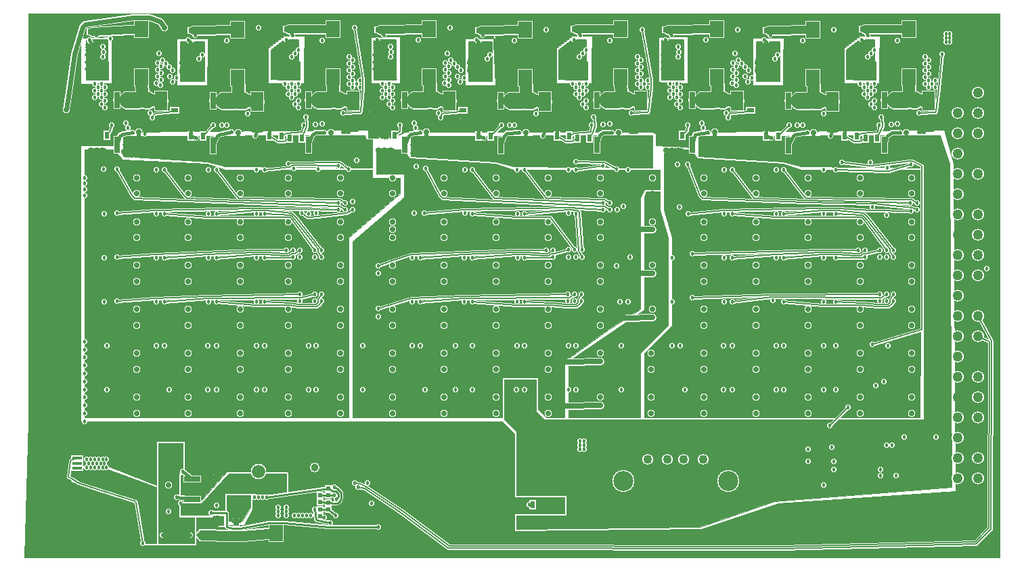
<source format=gbl>
%FSTAX24Y24*%
%MOIN*%
%IN LAYER4.GBR *%
%ADD10C,0.0020*%
%ADD11C,0.0050*%
%ADD12C,0.0098*%
%ADD13C,0.0100*%
%ADD14C,0.0120*%
%ADD15C,0.0130*%
%ADD16C,0.0138*%
%ADD17C,0.0150*%
%ADD18C,0.0160*%
%ADD19C,0.0177*%
%ADD20C,0.0180*%
%ADD21C,0.0190*%
%ADD22C,0.0197*%
%ADD23C,0.0198*%
%ADD24C,0.0200*%
%ADD25C,0.0217*%
%ADD26C,0.0236*%
%ADD27C,0.0250*%
%ADD28C,0.0256*%
%ADD29C,0.0276*%
%ADD30C,0.0280*%
%ADD31C,0.0297*%
%ADD32C,0.0300*%
%ADD33C,0.0315*%
%ADD34C,0.0336*%
%ADD35C,0.0374*%
%ADD36C,0.0376*%
%ADD37C,0.0380*%
%ADD38C,0.0394*%
%ADD39C,0.0415*%
%ADD40C,0.0433*%
%ADD41C,0.0480*%
%ADD42C,0.0494*%
%ADD43C,0.0500*%
%ADD44C,0.0512*%
%ADD45C,0.0533*%
%ADD46C,0.0591*%
%ADD47C,0.0600*%
%ADD48C,0.0612*%
%ADD49C,0.0640*%
%ADD50C,0.0660*%
%ADD51C,0.0691*%
%ADD52C,0.0760*%
%ADD53C,0.0787*%
%ADD54C,0.0887*%
%ADD55C,0.0984*%
%ADD56C,0.1084*%
%ADD57C,0.1161*%
%ADD58C,0.1181*%
%ADD59O,0.0689X0.0472*%
%ADD60O,0.0709X0.0492*%
%ADD61O,0.0767X0.0551*%
%ADD62O,0.0787X0.0571*%
%ADD63R,0.0216X0.0334*%
%ADD64R,0.0217X0.0236*%
%ADD65R,0.0230X0.0780*%
%ADD66R,0.0236X0.0354*%
%ADD67R,0.0250X0.0800*%
%ADD68R,0.0256X0.0492*%
%ADD69R,0.0276X0.0512*%
%ADD70R,0.0317X0.0336*%
%ADD71R,0.0336X0.0454*%
%ADD72R,0.0350X0.0900*%
%ADD73R,0.0354X0.0236*%
%ADD74R,0.0376X0.0612*%
%ADD75R,0.0454X0.0336*%
%ADD76R,0.0492X0.0157*%
%ADD77R,0.0492X0.0256*%
%ADD78R,0.0512X0.0177*%
%ADD79R,0.0512X0.0276*%
%ADD80R,0.0571X0.0393*%
%ADD81R,0.0591X0.0413*%
%ADD82R,0.0591X0.0945*%
%ADD83R,0.0612X0.0277*%
%ADD84R,0.0612X0.0376*%
%ADD85R,0.0649X0.0767*%
%ADD86R,0.0669X0.0787*%
%ADD87R,0.0691X0.1045*%
%ADD88R,0.0769X0.0887*%
%ADD89R,0.0780X0.0230*%
%ADD90R,0.0800X0.0250*%
%ADD91R,0.0900X0.0350*%
%ADD92R,0.0925X0.1122*%
%ADD93R,0.0945X0.1142*%
%ADD94R,0.1122X0.0925*%
%ADD95R,0.1142X0.0945*%
D10*X018307Y018701D02*G01Y017913D01*X015748Y015748D01*Y00689D01*
X002756D01*Y020079D01*X004206Y02009D01*X004626Y019587D01*
X008806Y01939D01*X009706Y01909D01*X01437Y019094D01*X016929D01*
Y018701D01*X018307D01*G36*G01Y017913D01*X015748Y015748D01*Y00689D01*
X002756D01*Y020079D01*X004206Y02009D01*X004626Y019587D01*
X008806Y01939D01*X009706Y01909D01*X01437Y019094D01*X016929D01*
Y018701D01*X018307D01*G37*D11*X013306Y02354D02*G01X011956D01*
X011959Y02499D01*X012628Y025492D01*X013297D01*Y023652D01*G36*
X013306Y02354D02*G01X011956D01*X011959Y02499D01*X012628Y025492D01*
X013297D01*Y023652D01*G37*X002856Y02354D02*G01Y02549D01*X003906D01*
Y02359D01*G36*X002856Y02354D02*G01Y02549D01*X003906D01*Y02359D01*G37*
X007506Y02539D02*G01Y02344D01*X008656D01*Y02539D01*X007506D01*G36*
G01Y02344D01*X008656D01*Y02539D01*X007506D01*G37*D10*X004656Y01974D02*
G01X008806Y01949D01*X009706Y01924D01*X016929Y019193D01*Y020571D01*
X016634D01*X016556Y02079D01*X004656Y02074D01*Y01974D01*Y01979D01*G36*
Y01974D02*G01X008806Y01949D01*X009706Y01924D01*X016929Y019193D01*
Y020571D01*X016634D01*X016556Y02079D01*X004656Y02074D01*Y01974D01*
Y01979D01*G37*X0Y026772D02*G01Y006693D01*X002559D01*Y025591D01*
X004106Y02564D01*Y02334D01*X002559Y023327D01*Y020276D01*X004429D01*
X004406Y02094D01*X016732Y021063D01*X01685Y023425D01*Y026772D01*
X013583D01*X013556Y02334D01*X011806D01*Y02509D01*X012606Y02569D01*
X013556D01*Y026772D01*X008858D01*X008806Y02324D01*X007306D01*Y02554D01*
X008858D01*Y026772D01*X0D01*G36*G01Y006693D01*X002559D01*Y025591D01*
X004106Y02564D01*Y02334D01*X002559Y023327D01*Y020276D01*X004429D01*
X004406Y02094D01*X016732Y021063D01*X01685Y023425D01*Y026772D01*
X013583D01*X013556Y02334D01*X011806D01*Y02509D01*X012606Y02569D01*
X013556D01*Y026772D01*X008858D01*X008806Y02324D01*X007306D01*Y02554D01*
X008858D01*Y026772D01*X0D01*G37*X026378Y00689D02*G01Y009646D01*
X028543Y01122D01*X030118Y012205D01*Y017717D01*X030315Y01811D01*
X031102D01*Y019094D01*X028543D01*X023879Y01909D01*X022979Y01939D01*
X018779Y01964D01*X018379Y02009D01*X018229D01*X017126Y020079D01*
Y018898D01*X018504D01*Y017717D01*X015945Y015551D01*Y00689D01*
X023327D01*Y008858D01*X025098D01*Y007283D01*X025492Y00689D01*
X026378D01*G36*G01Y009646D01*X028543Y01122D01*X030118Y012205D01*
Y017717D01*X030315Y01811D01*X031102D01*Y019094D01*X028543D01*
X023879Y01909D01*X022979Y01939D01*X018779Y01964D01*X018379Y02009D01*
X018229D01*X017126Y020079D01*Y018898D01*X018504D01*Y017717D01*
X015945Y015551D01*Y00689D01*X023327D01*Y008858D01*X025098D01*
Y007283D01*X025492Y00689D01*X026378D01*G37*D11*X027479Y02354D02*
G01X026129D01*X026132Y02499D01*X026801Y025492D01*X02747D01*Y023652D01*
G36*X027479Y02354D02*G01X026129D01*X026132Y02499D01*X026801Y025492D01*
X02747D01*Y023652D01*G37*X017029Y02354D02*G01Y02549D01*X018079D01*
Y02359D01*G36*X017029Y02354D02*G01Y02549D01*X018079D01*Y02359D01*G37*
X021679Y02539D02*G01Y02344D01*X022829D01*Y02539D01*X021679D01*G36*
G01Y02344D01*X022829D01*Y02539D01*X021679D01*G37*D10*X018829Y01974D02*
G01X022979Y01949D01*X023879Y01924D01*X030729Y01919D01*Y02079D01*
X018829Y02074D01*Y01974D01*Y01979D01*G36*Y01974D02*G01X022979Y01949D01*
X023879Y01924D01*X030729Y01919D01*Y02079D01*X018829Y02074D01*Y01974D01*
Y01979D01*G37*X01685Y02563D02*G01X018279Y02564D01*Y02334D01*
X01685Y023346D01*X016732Y021063D01*Y020669D01*X017815D01*
X018579Y02094D01*X030729D01*X031102Y023425D01*X031024D01*Y02563D01*
X031102Y026772D01*X027756D01*X027729Y02334D01*X025979D01*Y02509D01*
X026779Y02569D01*X027729D01*X027756Y026772D01*X022835D01*
X022979Y02324D01*X021479D01*Y02554D01*X022979D01*X022835Y026772D01*
X01685D01*G36*Y02563D02*G01X018279Y02564D01*Y02334D01*X01685Y023346D01*
X016732Y021063D01*Y020669D01*X017815D01*X018579Y02094D01*X030729D01*
X031102Y023425D01*X031024D01*Y02563D01*X031102Y026772D01*X027756D01*
X027729Y02334D01*X025979D01*Y02509D01*X026779Y02569D01*X027729D01*
X027756Y026772D01*X022835D01*X022979Y02324D01*X021479D01*Y02554D01*
X022979D01*X022835Y026772D01*X01685D01*G37*X043898Y00689D02*
G01X043996Y019094D01*X042717D01*X038052Y01909D01*X037152Y01939D01*
X032952Y01964D01*X032552Y02009D01*X032402D01*X031299Y020079D01*
Y017126D01*X031693Y015748D01*Y011417D01*X030315Y010039D01*Y00689D01*
X043898D01*G36*G01X043996Y019094D01*X042717D01*X038052Y01909D01*
X037152Y01939D01*X032952Y01964D01*X032552Y02009D01*X032402D01*
X031299Y020079D01*Y017126D01*X031693Y015748D01*Y011417D01*
X030315Y010039D01*Y00689D01*X043898D01*G37*D11*X041652Y02354D02*
G01X040302D01*X040305Y02499D01*X040974Y025492D01*X041644D01*Y023652D01*
G36*X041652Y02354D02*G01X040302D01*X040305Y02499D01*X040974Y025492D01*
X041644D01*Y023652D01*G37*X031202Y02354D02*G01Y02549D01*X032252D01*
Y02359D01*G36*X031202Y02354D02*G01Y02549D01*X032252D01*Y02359D01*G37*
X035852Y02539D02*G01Y02344D01*X037002D01*Y02539D01*X035852D01*G36*
G01Y02344D01*X037002D01*Y02539D01*X035852D01*G37*D10*X033002Y01974D02*
G01X037152Y01949D01*X038052Y01924D01*X044094Y019193D01*Y006791D01*
X025394D01*X025Y007185D01*Y00876D01*X023425D01*Y006791D01*
X024016Y006201D01*Y003051D01*X026476D01*Y002067D01*X024016D01*
Y001378D01*X033071Y001476D01*X036713Y002756D01*X045472Y003445D01*
X045374Y01939D01*X044902Y02079D01*X033002Y02074D01*Y01974D01*Y01979D01*
G36*Y01974D02*G01X037152Y01949D01*X038052Y01924D01*X044094Y019193D01*
Y006791D01*X025394D01*X025Y007185D01*Y00876D01*X023425D01*Y006791D01*
X024016Y006201D01*Y003051D01*X026476D01*Y002067D01*X024016D01*
Y001378D01*X033071Y001476D01*X036713Y002756D01*X045472Y003445D01*
X045374Y01939D01*X044902Y02079D01*X033002Y02074D01*Y01974D01*Y01979D01*
G37*X037205Y026772D02*G01X031102D01*X031024Y02563D01*X032452Y02564D01*
Y02334D01*X031024Y023425D01*X030729Y02094D01*X030906Y020866D01*
Y020276D01*X032752Y02019D01*Y02094D01*X045079Y021063D01*
X045571Y01939D01*X045669Y003248D01*X036909Y002657D01*X033169Y001378D01*
X023917Y00128D01*Y002165D01*X026378D01*Y002953D01*X023917D01*
Y006102D01*X023327Y006693D01*X0D01*X-000197Y0D01*X005512D01*Y000591D01*
X005217Y002657D01*X001969Y00374D01*Y004528D01*X003839D01*
X006299Y003543D01*Y005709D01*X007677D01*Y004232D01*X00748Y004035D01*
Y002756D01*X008465D01*X009744Y004232D01*X012795D01*Y003051D01*
X011024D01*Y002362D01*X01063Y001575D01*X009646D01*Y001969D01*
X008268D01*Y000591D01*X005512D01*Y0D01*X047835D01*Y026772D01*
X041929D01*X041902Y02334D01*X040152D01*Y02509D01*X040952Y02569D01*
X041902D01*X041929Y026772D01*X037205D01*X037152Y02324D01*X035652D01*
Y025591D01*X037205D01*G36*Y026772D02*G01X031102D01*X031024Y02563D01*
X032452Y02564D01*Y02334D01*X031024Y023425D01*X030729Y02094D01*
X030906Y020866D01*Y020276D01*X032752Y02019D01*Y02094D01*
X045079Y021063D01*X045571Y01939D01*X045669Y003248D01*X036909Y002657D01*
X033169Y001378D01*X023917Y00128D01*Y002165D01*X026378D01*Y002953D01*
X023917D01*Y006102D01*X023327Y006693D01*X0D01*X-000197Y0D01*X005512D01*
Y000591D01*X005217Y002657D01*X001969Y00374D01*Y004528D01*X003839D01*
X006299Y003543D01*Y005709D01*X007677D01*Y004232D01*X00748Y004035D01*
Y002756D01*X008465D01*X009744Y004232D01*X012795D01*Y003051D01*
X011024D01*Y002362D01*X01063Y001575D01*X009646D01*Y001969D01*
X008268D01*Y000591D01*X005512D01*Y0D01*X047835D01*Y026772D01*
X041929D01*X041902Y02334D01*X040152D01*Y02509D01*X040952Y02569D01*
X041902D01*X041929Y026772D01*X037205D01*X037152Y02324D01*X035652D01*
Y025591D01*X037205D01*G37*X026575Y00689D02*G01X030118D01*Y010039D01*
X031496Y011417D01*Y015748D01*X031102Y017126D01*Y018012D01*X030413D01*
X030315Y017717D01*X030316Y012171D01*X026575Y009646D01*Y00689D01*G36*
G01X030118D01*Y010039D01*X031496Y011417D01*Y015748D01*
X031102Y017126D01*Y018012D01*X030413D01*X030315Y017717D01*
X030316Y012171D01*X026575Y009646D01*Y00689D01*G37*X00748Y002622D02*
G01Y002071D01*X008898D01*X009646Y00215D01*Y00315D01*X012697Y003134D01*
Y004134D01*X009843D01*X008524Y002642D01*X00748D01*G36*Y002622D02*
G01Y002071D01*X008898D01*X009646Y00215D01*Y00315D01*X012697Y003134D01*
Y004134D01*X009843D01*X008524Y002642D01*X00748D01*G37*
X009744Y003051D02*G01Y001772D01*X010531D01*X010925Y002461D01*
Y003051D01*X009744D01*G36*G01Y001772D01*X010531D01*X010925Y002461D01*
Y003051D01*X009744D01*G37*X002067Y004429D02*G01Y003937D01*
X002165Y003839D01*X002362Y00374D01*X005315Y002756D01*X00561Y000689D01*
X006299D01*Y003445D01*X003937Y004331D01*X002067Y004429D01*G36*
G01Y003937D01*X002165Y003839D01*X002362Y00374D01*X005315Y002756D01*
X00561Y000689D01*X006299D01*Y003445D01*X003937Y004331D01*
X002067Y004429D01*G37*X006398Y00315D02*G01Y000689D01*X008169D01*
Y001969D01*X007382D01*Y004134D01*X007579Y004331D01*Y00561D01*
X006398D01*Y00315D01*G36*G01Y000689D01*X008169D01*Y001969D01*
X007382D01*Y004134D01*X007579Y004331D01*Y00561D01*X006398D01*Y00315D01*
G37*
%LPC*%
D77*X007283Y001063D03*Y000315D03*D28*X023659Y002397D03*
X025606Y001886D03*X025114D03*D30*X041142Y022815D03*D28*
X042702Y02394D03*X033268Y018307D03*D30*X030482Y02315D03*D36*
X043504Y01437D03*D30*X015807Y024656D03*X044321Y024488D03*
X031604Y022982D03*X035285Y024154D03*D36*X005315Y009252D03*
X010433Y010039D03*D30*X027303Y02315D03*D28*X033252Y02324D03*
X029823Y025984D03*X033268Y009646D03*D36*X014006Y02429D03*
X020472Y016535D03*X023031Y015748D03*D28*X030709Y011417D03*D89*
X008071Y002362D03*Y003362D03*X010271Y003862D03*Y003362D03*Y002862D03*
Y002362D03*D65*X010579Y020276D03*X010079D03*X009579D03*D36*
X017913Y017913D03*D30*X009764Y021299D03*X006693Y012598D03*
X014094Y012943D03*X042579Y014783D03*X039764Y016929D03*D28*
X043504Y013976D03*D30*X036752Y02454D03*X002854Y004823D03*D36*
X020472Y013583D03*X023429Y02324D03*D28*X023779D03*D30*
X024409Y008268D03*D77*X034882Y020335D03*Y021083D03*D36*
X015056Y02464D03*D30*X016447Y008258D03*X021506Y01694D03*D36*
X014006Y02359D03*D28*X028529Y02394D03*D36*X014006D03*D30*
X02689Y012608D03*D52*X011319Y004232D03*D88*X015Y023661D03*D72*
X014803Y022515D03*X014303D03*X013803D03*X015303D03*D87*
X015984Y02248D03*D18*X008307Y004764D03*D36*X043402Y02464D03*
X018729Y02429D03*X023779D03*D28*X009606Y02394D03*X014356Y02324D03*D30*
X017656Y02069D03*D71*X012865Y02064D03*X011856Y02074D03*D30*
X042717Y004035D03*D28*X014006Y02324D03*D30*X013878Y002067D03*
X027165Y005315D03*X029232Y020276D03*X027362Y005315D03*
X011516Y002953D03*D36*X017913Y007087D03*X038386Y012205D03*
X005315Y01437D03*D30*X003642Y004429D03*X003543Y004626D03*
X002756Y018406D03*X027165Y005709D03*X045177Y025591D03*
X012697Y002461D03*X026969Y010433D03*D28*X043898Y025689D03*D36*
X038386Y018701D03*X037602Y02429D03*D30*X005217Y019783D03*
X012303Y002461D03*Y002264D03*X013091Y002067D03*X023622Y008563D03*
X002953Y004626D03*X02998Y023317D03*D36*X019079Y02464D03*D28*
X033268Y013976D03*D36*X017913Y010039D03*D30*X026801Y023317D03*
X030148Y023819D03*D28*X039173Y025768D03*D30*X003681Y024892D03*D36*
X042352Y02429D03*D30*X042802Y02134D03*D36*X033252Y02429D03*D30*
X004921Y020079D03*X02747Y02248D03*X012697Y002067D03*D36*
X025591Y009252D03*X033902Y02464D03*D30*X004921Y019783D03*D18*
X023524Y019882D03*D30*X014075Y002362D03*X014862Y001673D03*
X033352Y02549D03*X012303Y002067D03*X015059Y003051D03*D70*X01437D03*
X014764D03*D30*X017421Y000984D03*X011319Y002953D03*X005217Y020079D03*
X010433D03*X01811Y00187D03*X02126Y023425D03*D36*X028179Y02464D03*
X030669Y007874D03*D30*X022047Y025472D03*D77*X022283Y025217D03*D30*
X040974Y023317D03*X026575Y008268D03*X020696Y023854D03*
X003642Y004823D03*X038386Y004724D03*X002756Y017815D03*
X015256Y020177D03*X03376Y020472D03*X045374Y025591D03*D36*
X007874Y007874D03*D30*X011614Y008268D03*D36*X012628Y023986D03*D30*
X007087Y023425D03*X028629Y02544D03*D36*X043504Y018701D03*D30*
X017618Y003839D03*X006006Y02189D03*D36*X02815Y015748D03*D30*
X005512Y020079D03*X003248Y004823D03*X02372Y019587D03*X015059Y003445D03*
D70*X014764Y002697D03*X01437Y002717D03*D36*X010433Y007087D03*D30*
X008819Y010433D03*D36*X017913Y007874D03*D30*X018279Y02129D03*D71*
X018031Y020787D03*D36*X031752Y02424D03*D30*X008819Y008258D03*
X017172Y025478D03*D77*X017329Y025222D03*D65*X020028Y020315D03*
X019528D03*X019028D03*D72*X018528D03*D30*X019291Y020906D03*D94*
X027008Y021535D03*Y023937D03*D30*X041644Y02248D03*D36*
X017913Y016535D03*D18*X031856Y02069D03*D30*X010039Y002657D03*
X020768Y026083D03*D28*X043504Y016142D03*D30*X010433Y002657D03*
X01063D03*D36*X036252Y02399D03*D30*X010236Y002657D03*X042579Y012608D03*
X037205Y012598D03*D36*X03378Y020945D03*D30*X041644Y023317D03*D18*
X009252Y001969D03*D65*X029476Y020315D03*X028976D03*X028476D03*D72*
X027976D03*D30*X02874Y020906D03*D18*X009252Y001772D03*Y001614D03*D30*
Y002559D03*X029291Y017293D03*X017598Y022815D03*D18*X009547Y004134D03*
D30*X016309Y023484D03*X006604Y024488D03*X003848Y008258D03*D69*
X006004Y001083D03*D68*X006752D03*D30*X006594D03*X034646Y012598D03*
X042244Y012943D03*D36*X02815Y012205D03*D28*X004556Y02324D03*D30*
X006523Y023854D03*D36*X015354Y016535D03*D30*X032502Y02184D03*D28*
X012795Y011811D03*D30*X038386Y005315D03*X017234Y01399D03*
X014134Y021309D03*X008189Y025709D03*D84*X00811Y025965D03*D88*
X010276Y025984D03*D30*X027136Y023317D03*X015807D03*X014567Y001969D03*
D70*X01437Y002028D03*D30*X017323Y003839D03*X019587Y020079D03*
X015138Y002067D03*D70*X014764Y002362D03*X01437D03*D28*X005315Y00748D03*
D30*X024979Y02184D03*D77*X044331Y020335D03*Y021083D03*D30*
X020179Y02189D03*D36*X029055Y020906D03*X005206Y02464D03*
X025591Y013583D03*Y007874D03*D30*X017933Y02248D03*D36*
X023031Y007874D03*X020472D03*D28*X040945Y016142D03*D30*
X012963Y024656D03*D28*X043898Y025984D03*X023031Y00748D03*D36*
X031402Y02004D03*X032002D03*D28*X018729Y02324D03*D30*X018976Y021378D03*
X008806Y02144D03*D18*X013356Y02184D03*D30*X04248Y021309D03*
X04498Y024803D03*X043852Y02189D03*X011319Y026083D03*X00374Y012598D03*
D36*X035902Y02399D03*D30*X015974Y023819D03*X018898Y012598D03*
X039173Y010433D03*D36*X030669Y009252D03*D30*X012992Y025709D03*D84*
X012835Y026004D03*D88*X015Y026024D03*D30*X042306Y01919D03*D77*
X015984Y020335D03*Y021083D03*D30*X039764Y008268D03*X041181Y014783D03*
X039764Y014764D03*D36*X032902Y02429D03*D30*X006693Y016929D03*
X014094Y015118D03*X01313Y022815D03*Y022313D03*D18*X013356Y02154D03*D30*
X014429Y015118D03*X009252Y016929D03*X012963Y022648D03*X003656Y02514D03*
D36*X003056Y02404D03*X043504Y007087D03*D30*X01689Y002657D03*
X027165Y025709D03*D84*X027008Y026004D03*D88*X029173Y026024D03*D30*
X026969Y02315D03*X016693Y003642D03*X003593Y022982D03*D36*
X010433Y016535D03*D28*X043504Y018307D03*D30*X006299Y010433D03*D71*
X031614Y020787D03*D30*X034646Y014764D03*X041181Y015118D03*
X032106Y022146D03*X010806Y02184D03*D28*X010433Y018307D03*D36*
X042352Y02359D03*X031702Y02004D03*D30*X026969Y019488D03*
X028957Y019134D03*D36*X012795Y011417D03*D30*X006506Y02324D03*D36*
X014706Y02464D03*X007874Y011417D03*D30*X002756Y018701D03*
X028956Y01434D03*D36*X019606Y020945D03*D30*X00435Y016959D03*
X015266Y017126D03*X006772Y024321D03*X042256Y01684D03*D36*
X015354Y011417D03*D28*X005315Y018307D03*D36*X042702Y02464D03*D28*
X005315Y011811D03*X007874D03*X010433D03*X023031Y013976D03*D30*
X008858Y014764D03*D36*X035902Y02434D03*D28*X007874Y013976D03*D30*
X00376Y02315D03*X039173Y019094D03*D28*X038386Y009646D03*D30*
X042244Y015118D03*X034646Y016929D03*X030148Y024488D03*X035302Y02369D03*
D65*X04365Y020315D03*X04315D03*X04265D03*D72*X04215D03*D30*
X042913Y020906D03*X003593Y022313D03*D28*X035827Y009646D03*D57*
X001378Y024803D03*D28*X025591Y018307D03*D30*X032002Y02464D03*
X012795Y022815D03*X038346Y020906D03*D72*X037425Y020276D03*D30*
X008256Y02064D03*D71*X007992Y020748D03*D30*X032056Y01724D03*
X027136Y024656D03*X031604Y022648D03*X012795Y02315D03*X017933Y022146D03*
D28*X015354Y009646D03*X030669D03*D30*X014429Y012943D03*
X011614Y012598D03*D36*X037952Y02429D03*D30*X012963Y022982D03*D94*
X022283Y021496D03*Y023898D03*D36*X038386Y016535D03*D30*
X017234Y01184D03*D36*X033268Y013583D03*X02815D03*D30*X015807Y023986D03*
X041309Y024656D03*D36*X033552Y02464D03*X023031Y010039D03*
X028179Y02394D03*D30*X031939Y023317D03*D36*X021729Y02399D03*D30*
X034646Y008268D03*X020696Y024188D03*X031693Y010433D03*D36*
X038252Y02464D03*X015354Y017913D03*X040974Y024321D03*D30*
X022979Y02144D03*D18*X027529Y02184D03*D30*X024056Y01909D03*D28*
X007874Y018307D03*D80*X020709Y021545D03*D30*X017933Y022815D03*D36*
X023031Y011417D03*D80*X015984Y021545D03*D28*X020472Y00748D03*D30*
X006523Y023519D03*D36*X012795Y007874D03*D30*X018898Y014764D03*
X03563Y023622D03*D28*X020374Y025984D03*D36*X023031Y017913D03*D30*
X024075Y014764D03*X034941Y025984D03*D80*X034882Y021545D03*D63*
X024228Y002575D03*D36*X038386Y009252D03*D28*X020472Y018307D03*D30*
X039665Y025984D03*D28*X02472Y003264D03*D30*X01122Y012598D03*
X020529Y024021D03*X026969Y016929D03*X027256Y01479D03*X016043Y003642D03*
D47*X04676Y010886D03*D36*X043504Y016535D03*Y009252D03*D30*
X003656Y02464D03*D36*X043504Y013583D03*X026467Y023986D03*D28*
X033252Y02359D03*D30*X037874Y021299D03*D28*X007874Y009646D03*
X006201Y025984D03*D30*X024055Y010433D03*X017717Y000984D03*
X027362Y005512D03*D88*X024449Y023622D03*D72*X024752Y022476D03*D87*
X025433Y022441D03*D72*X024252Y022476D03*X023752D03*X023252D03*D36*
X00689Y003543D03*D30*X032452Y02129D03*D71*X032205Y020787D03*D36*
X019379Y02464D03*D76*X002382Y004114D03*D83*Y00437D03*Y004626D03*
Y004882D03*D30*X00561Y000689D03*D76*X002382Y005138D03*D35*
X001969Y003642D03*D42*X001949Y00561D03*D61*X002382Y00315D03*
X002362Y006102D03*D59*X000866Y003091D03*Y006161D03*D36*
X015354Y010039D03*D30*X016156Y01954D03*D28*X037952Y02359D03*D36*
X040945Y007087D03*Y018701D03*X030709Y012205D03*D30*X019106Y01924D03*
X006956Y02369D03*D36*X035827Y016535D03*D30*X007106Y023986D03*
X029232Y020079D03*D28*X038386Y013976D03*D30*X013484Y002067D03*D36*
X037602Y02464D03*X031402Y02404D03*D30*X019783Y020276D03*
X019556Y01914D03*X028632Y017126D03*D36*X010433Y007874D03*D30*
X020529Y024356D03*X013656Y02169D03*D71*X013456Y02064D03*D65*
X034201Y020315D03*X033701D03*X033201D03*D30*X02689Y012943D03*
X019291Y012598D03*X015606Y02094D03*D36*X037602Y02394D03*D30*
X034646Y010433D03*X032313Y008258D03*D28*X033252Y02394D03*D36*
X025591Y010039D03*D18*X007677Y003543D03*X007874D03*D30*
X017829Y02514D03*X009154Y003937D03*X024173Y020906D03*D72*
X023252Y020276D03*D36*X030709Y013976D03*D28*X02815D03*D36*
X020472Y015748D03*X038661Y020906D03*D30*X006693Y010433D03*D28*
X015354Y00748D03*D36*X023031Y009252D03*X015354Y013583D03*D30*
X027136Y022982D03*X009756Y02544D03*X00689Y002264D03*D36*
X026801Y024321D03*D75*X035552Y02144D03*D30*X014156Y01694D03*
X027303Y022815D03*D18*X008071Y003264D03*D28*X023779Y02394D03*D30*
X008976Y002185D03*X017224Y001476D03*D77*X020709Y020335D03*Y021083D03*
D94*X031732Y021535D03*Y023937D03*D30*X02747Y023317D03*D28*
X030709Y018307D03*D18*X022736Y019685D03*D36*X02815Y017913D03*D28*
X017913Y00748D03*X02815Y018307D03*D30*X011713Y002953D03*D70*
X014764Y003386D03*D30*X015157Y002854D03*X023917Y007382D03*D36*
X028179Y02359D03*X012795Y007087D03*D28*X015354Y011811D03*D18*
X041702Y02154D03*D30*X034252Y012598D03*D36*X015354Y007087D03*
X003056Y02439D03*D30*X037452Y02129D03*D71*X036929Y020748D03*D36*
X017913Y013583D03*D28*X025606Y003264D03*X02472Y001886D03*D36*
X032902Y02394D03*X007906Y02399D03*X012293Y024321D03*D28*
X042702Y02324D03*D30*X040846Y015118D03*X032677Y014961D03*D36*
X005433Y020945D03*D30*X032456Y01934D03*X04375Y017126D03*
X030482Y023484D03*X003839Y004823D03*D36*X015354Y009252D03*
X04064Y024321D03*D28*X010433Y00748D03*X028529Y02324D03*D30*
X01378Y008268D03*X021457Y012598D03*D36*X012795Y010039D03*D30*
X029528Y019094D03*D80*X030157Y021545D03*D30*X019783Y020079D03*
X036811Y014764D03*X042126Y008661D03*D18*X023524Y008366D03*D36*
X010256Y02464D03*D30*X042802Y02544D03*D36*X012293Y023986D03*D88*
X043346Y023661D03*D72*X04315Y022515D03*X04265D03*X04215D03*X04365D03*
D87*X044331Y02248D03*D30*X039173Y014764D03*D36*X02815Y010039D03*D30*
X045177Y025394D03*D36*X033268Y016535D03*D30*X003445Y004823D03*D28*
X023031Y011811D03*D30*X031772Y02315D03*X026956Y01479D03*
X014262Y019134D03*D36*X025591Y015748D03*X02815Y016535D03*D28*
X020472Y016142D03*D36*X040945Y007874D03*Y013583D03*X033268Y007874D03*
D28*X012795Y013976D03*D30*X020679Y02324D03*X037205Y010433D03*
X008806Y02164D03*X00374Y014764D03*X022362Y025709D03*D84*
X022283Y025965D03*D88*X024449Y025984D03*D36*X009906Y02464D03*
X035827Y007874D03*D30*X036902Y02474D03*X044154Y023652D03*
X031693Y014764D03*D36*X010433Y012205D03*D28*X034547Y025787D03*
X004906Y02359D03*D30*X034252Y019094D03*X044154Y024656D03*
X027136Y022648D03*D36*X040945Y016535D03*D28*X037952Y02324D03*D36*
X015354Y018701D03*X040945Y012205D03*D30*X007283Y023622D03*D28*
X033268Y016142D03*D30*X043952Y02094D03*D28*X005315Y016142D03*
X025606Y002378D03*X034547Y025984D03*X015354Y018307D03*D30*
X019179Y02549D03*X041644Y022982D03*D36*X017579Y02424D03*
X033268Y009252D03*D30*X00435Y012608D03*X013366Y012943D03*D36*
X025591Y012205D03*D30*X031956Y01934D03*D28*X007874Y016142D03*D30*
X002756Y007874D03*D18*X001378Y022835D03*D47*X04576Y003886D03*
X04676Y007886D03*X04576Y008886D03*X04676D03*X04576Y009886D03*X04676D03*
X04576Y010886D03*Y011886D03*X04676D03*D30*X01624Y003465D03*D47*
X04576Y012886D03*X04676Y003886D03*Y012886D03*X04576Y013886D03*
X04676D03*X04576Y014886D03*X04676D03*D41*X04576Y015886D03*D47*
X04676D03*X04576Y016886D03*X04676D03*X04576Y017886D03*X04576Y004886D03*
X04676Y017886D03*X04576Y018886D03*X04676D03*X04576Y019886D03*X04676D03*
X04576Y020886D03*X04676D03*X04576Y021886D03*X04676D03*X04576Y022886D03*
X04676Y004886D03*Y022886D03*X04576Y005886D03*X04676D03*
X04576Y006886D03*X04676D03*D41*X04576Y007886D03*D57*X04626Y001969D03*
X037205D03*X04626Y024803D03*D30*X002756Y008661D03*Y00748D03*Y009055D03*
D36*X029229Y02464D03*D30*X004035Y025551D03*X013297Y023317D03*
X041644Y022146D03*D18*X014764Y00374D03*D30*X015506Y02189D03*
X016043Y026083D03*X041909Y012608D03*D36*X012795Y016535D03*
X015354Y015748D03*X012795D03*D30*X037152Y02164D03*X034702Y024021D03*
D36*X010433Y015748D03*X040945D03*D30*X034252Y014764D03*
X013366Y012608D03*X044321Y023819D03*D36*X019729Y02464D03*
X019079Y02429D03*X007874Y015748D03*X028179Y02429D03*D30*
X026575Y010433D03*X021112Y024154D03*D36*X043504Y015748D03*
X023429Y02394D03*D30*X02128Y023986D03*D36*X005315Y016535D03*D30*
X017933Y02315D03*X034783Y024823D03*D88*X010276Y023622D03*D72*
X010579Y022476D03*D87*X01126Y022441D03*D72*X010079Y022476D03*
X009579D03*X009079D03*D88*X033898Y023661D03*D72*X034201Y022515D03*D87*
X034882Y02248D03*D72*X033701Y022515D03*X033201D03*X032701D03*D30*
X029203Y008258D03*X044154Y024321D03*X003593Y022648D03*D36*
X037602Y02359D03*X015354Y012205D03*D28*X026098Y002772D03*
X023659Y002747D03*X025606Y002772D03*D30*X016447Y010433D03*D36*
X033268Y015748D03*D30*X008858Y019094D03*D36*X004556Y02359D03*
X030709Y018701D03*X023031Y013583D03*D30*X025079Y02124D03*
X026969Y019094D03*X028297Y019301D03*D36*X037602Y02324D03*D28*
X039173Y025984D03*D30*X006356Y024021D03*D36*X02815Y007874D03*
X035827Y015748D03*X005315Y007087D03*D30*X032106Y022815D03*
X011614Y010433D03*D28*X040945Y018307D03*D80*X025433Y021506D03*D36*
X033252Y02464D03*X038386Y015748D03*D30*X032087Y010433D03*D77*
X025433Y020295D03*Y021043D03*D30*X025329Y02074D03*X00374Y016929D03*
X010906Y02124D03*X01122Y019094D03*X014456Y02544D03*D36*
X035827Y01437D03*D28*X02815Y007087D03*D36*X020472Y011417D03*
X023031Y016535D03*D30*X006306Y02334D03*X037152Y02144D03*D36*
X040945Y01437D03*D30*X01122Y008268D03*X034652Y02334D03*
X003248Y004429D03*D28*X02815Y016142D03*D36*X030709D03*D30*
X009252Y014764D03*X013366Y015118D03*D36*X017229Y02439D03*D30*
X040354Y007382D03*X039469Y006496D03*D36*X005556Y02464D03*D57*
X001378Y001969D03*D36*X02815Y00748D03*D28*X025591D03*D30*
X002756Y01063D03*Y009843D03*Y008268D03*Y009449D03*D36*X00187Y022047D03*
X006693Y026083D03*D30*X002756Y006693D03*Y010236D03*D28*
X025114Y003264D03*D36*X038386Y01437D03*D30*X031939Y022313D03*D28*
X026098Y002378D03*X012795Y018307D03*D36*X036252Y02434D03*D28*
X005315Y013976D03*D30*X01378Y016929D03*D36*X009256Y02394D03*D28*
X023031Y018307D03*D30*X015768Y019134D03*X012806Y01939D03*D36*
X020472Y009252D03*D30*X025827Y014783D03*X024409Y014764D03*
X034702Y023686D03*X009252Y019094D03*X0156Y017461D03*X027224Y012608D03*
X02185Y012598D03*X02061Y024823D03*D36*X035827Y012205D03*D30*
X014173Y010433D03*X017766Y022982D03*X006299Y016929D03*D36*
X020472Y012205D03*D30*X031939Y022648D03*D36*X023031Y007087D03*D30*
X032106Y02315D03*X024055Y012598D03*X030217Y025984D03*X029679Y02189D03*
X031604Y023317D03*X004882Y021142D03*X00376Y022815D03*D94*
X017559Y021535D03*Y023937D03*D36*X035827Y018701D03*D30*
X020945Y024321D03*D36*X004556Y02394D03*D30*X006299Y014764D03*D28*
X017229Y02004D03*D30*X002998Y025478D03*D77*X003156Y025124D03*D30*
X018329Y02164D03*X004803Y021378D03*X003425Y022815D03*D28*
X043504Y00748D03*X040945Y009646D03*D36*X030669Y010039D03*D28*
X020472Y011811D03*D36*X038386Y007087D03*D30*X02185Y010433D03*D36*
X028529Y02464D03*D30*X028307Y021309D03*X017431Y022648D03*D28*
X035827Y011811D03*D30*X002756Y007087D03*D28*X02815Y009252D03*
X020374Y025787D03*X025591Y013976D03*D49*X013091Y004232D03*D36*
X004906Y02464D03*D30*X004626Y01998D03*X017431Y023317D03*
X034852Y02324D03*D28*X019079Y02394D03*D36*X02815Y011417D03*D30*
X009106Y02129D03*D71*X008583Y020748D03*D30*X00376Y02248D03*
X039252Y02124D03*D36*X025591Y011417D03*D30*X006939Y024154D03*
X026555Y012608D03*D28*X025213Y002772D03*D30*X003681Y019134D03*D28*
X038386Y011811D03*D36*Y013583D03*D30*X019006Y01694D03*D36*
X033268Y012205D03*X04064Y023986D03*D30*X023937Y021299D03*
X023279Y02129D03*D71*X022756Y020748D03*D36*X035827Y009252D03*D18*
X006102Y001083D03*D30*X02372Y007382D03*X008366Y001083D03*D74*
X008563D03*D88*X012205Y001181D03*D30*X032677Y012795D03*
X041909Y012943D03*D36*X031402Y02439D03*D30*X036811Y016929D03*D36*
X043228Y020906D03*D28*X01565Y025787D03*X010925D03*D30*
X024409Y019094D03*X028632Y017461D03*D36*X009256Y02359D03*D28*
X01565Y025984D03*D36*X025591Y01437D03*D30*X017598Y02315D03*
X042244Y014783D03*D36*X012795Y012205D03*X003406Y02424D03*D75*
X007206Y02144D03*D36*X02815Y01437D03*X038386Y007874D03*
X024488Y020906D03*D18*X002264Y022835D03*D30*X004156Y02184D03*
X036811Y008268D03*X045177Y025787D03*X011122Y002953D03*D36*
X018729Y02394D03*D30*X025492Y025984D03*X00374Y004626D03*D77*
X01126Y020295D03*Y021043D03*D30*X011156Y02074D03*X003051Y004823D03*
X00315Y004626D03*D18*X02372Y008366D03*D30*X013287Y002067D03*
X028987Y017116D03*X017854Y024892D03*X021129Y02369D03*X026606Y01479D03*
X032502Y02164D03*X019587Y019882D03*X012697Y002264D03*X017618Y001575D03*
X019518Y008258D03*D36*X017913Y01437D03*D30*X003848Y010433D03*D36*
X018729Y02464D03*X021729Y02434D03*X012795Y009252D03*D30*
X021506Y01909D03*D36*X014356Y02429D03*D30*X021457Y014764D03*
X02998Y024321D03*X028629Y02134D03*D36*X043504Y010039D03*D30*
X026969Y008268D03*X022429Y02064D03*D71*X022165Y020748D03*D28*
X025098Y025984D03*D30*X023929Y02544D03*D36*X005315Y017913D03*D30*
X017766Y022648D03*D36*X031402Y02474D03*D30*X013366Y014783D03*
X031772Y022815D03*D36*X010433Y009252D03*X009606Y02464D03*D30*
X012963Y023317D03*X034213Y010433D03*D28*X023031Y016142D03*D30*
X020696Y023519D03*D88*X019724Y023661D03*D72*X020028Y022515D03*D87*
X020709Y02248D03*D72*X019528Y022515D03*X019028D03*X018528D03*D36*
X012795Y013583D03*D28*X038386Y016142D03*X017913Y011811D03*X025591D03*
D30*X007283Y002953D03*D91*X008071Y002862D03*D28*X023779Y02359D03*D80*
X01126Y021506D03*D36*X017229Y02474D03*D30*X034252Y016929D03*
X036811Y019094D03*D36*X035827Y007087D03*X005315Y015748D03*Y018701D03*
D18*X003556Y02069D03*D36*X007874Y016535D03*X017913Y012205D03*D30*
X018898Y010433D03*X037205Y008268D03*D36*X009256Y02324D03*D30*
X027303Y022313D03*X013056Y01914D03*X026606Y01694D03*D36*
X012795Y017913D03*D30*X041309Y023317D03*X009528Y021299D03*
X026969Y022815D03*D28*X010433Y016142D03*D36*X007874Y017913D03*D80*
X006535Y021545D03*D36*X010433Y017913D03*X038602Y02464D03*D28*
X010433Y013976D03*D30*X041732Y008465D03*D36*X014882Y020906D03*D30*
X035433Y023425D03*X003258Y023317D03*X016309Y02315D03*D28*
X017829Y02004D03*X004906Y02324D03*D30*X015974Y024154D03*D28*
X014356Y02394D03*D30*X042323Y010433D03*X015807Y024321D03*Y023652D03*
D28*X003056Y02004D03*X009606Y02359D03*D30*X008556Y02474D03*D36*
X020472Y01437D03*D28*X014356Y02359D03*D36*X014006Y02464D03*D28*
X019079Y02359D03*D36*X005315Y007874D03*X025591Y017913D03*
X014356Y02464D03*D30*X032028Y024892D03*D28*X029823Y025787D03*D30*
X041949Y004331D03*Y004035D03*X042244Y005512D03*X009252Y008268D03*
X0156Y017126D03*X00435Y019134D03*D28*X006201Y025787D03*D36*
X026801Y023986D03*D30*X003425Y02315D03*D94*X00811Y021496D03*Y023898D03*
D28*X024114Y002303D03*D94*X012835Y021535D03*Y023937D03*D30*
X042539Y005512D03*D28*X028529Y02359D03*D30*X041309Y022648D03*
X039173Y012598D03*D36*X022079Y02434D03*D30*X02185Y019094D03*
X028297Y017461D03*D36*X007874Y012205D03*X005315D03*X035827Y013583D03*
D71*X041212Y02064D03*X040202Y02074D03*D30*X044656Y023484D03*D36*
X017913Y011417D03*D30*X02185Y008268D03*D36*X015354Y007874D03*D30*
X003258Y022982D03*X01122Y010433D03*X039173Y016929D03*D28*
X015354Y016142D03*D30*X003593Y023317D03*X021457Y023622D03*
X003258Y022648D03*X006523Y024188D03*D36*X004556Y02429D03*
X003056Y02474D03*D28*X032902Y02324D03*X010925Y025984D03*D36*
X007556Y02399D03*X043504Y012205D03*D77*X030157Y020335D03*Y021083D03*
D30*X008406Y02454D03*X016142Y023317D03*X031939Y022982D03*
X042244Y012608D03*D36*X024079Y02464D03*D30*X032106Y02248D03*
X015974Y023484D03*X013456Y01694D03*X015945Y017126D03*X01313Y024823D03*
X013297Y02499D03*X01313Y02315D03*X006356Y024356D03*X013031Y015118D03*
X006693Y014764D03*X044321Y024154D03*D36*X033268Y017913D03*D30*
X006919Y008258D03*D36*X004556Y02464D03*D30*X015974Y024488D03*D36*
X005315Y010039D03*D28*X004906Y02394D03*D36*X007874Y010039D03*D30*
X03622Y025472D03*D77*X036457Y025217D03*D30*X013297Y022146D03*D36*
X017913Y018701D03*D30*X030148Y02315D03*D28*X040945Y00748D03*D94*
X036457Y021496D03*Y023898D03*D80*X039606Y021506D03*D36*
X020472Y017913D03*D30*X041024Y025472D03*D77*X041181Y025256D03*D30*
X003445Y004429D03*D36*X023429Y02464D03*D65*X038925Y020276D03*
X038425D03*X037925D03*D30*X010006Y02094D03*D72*X009079Y020276D03*D36*
X007874Y018701D03*D88*X038622Y023622D03*D72*X038925Y022476D03*D87*
X039606Y022441D03*D72*X038425Y022476D03*X037925D03*X037425D03*D88*
X038622Y025984D03*D84*X036457Y025965D03*D30*X036535Y025709D03*D28*
X042352Y02324D03*X009606D03*D30*X014094Y014783D03*D36*X009256Y02429D03*
X017913Y015748D03*D30*X042002Y02169D03*D71*X041802Y02064D03*D28*
X020472Y013976D03*X017913D03*D36*X015354Y01437D03*X012795D03*D30*
X02998Y024656D03*X034951Y024488D03*X019055Y021142D03*D28*
X037952Y02394D03*D30*X034352Y02189D03*X017487Y025715D03*D84*
X017329Y02597D03*D88*X019724Y026024D03*D18*X041702Y02184D03*D88*
X029173Y023661D03*D72*X028976Y022515D03*X028476D03*X027976D03*
X029476D03*D87*X030157Y02248D03*D36*X042352Y02394D03*D30*
X03487Y024188D03*X017829Y02464D03*D36*X040974Y023986D03*D30*
X020479Y02334D03*D77*X039606Y020295D03*Y021043D03*D30*X039502Y02074D03*
D71*X027039Y02064D03*X026029Y02074D03*D36*X033268Y010039D03*D30*
X041555Y010472D03*X040056Y01944D03*X039764Y010433D03*X03811Y021299D03*
X037205Y019094D03*X04375Y017461D03*D36*X030669Y007087D03*D30*
X004106Y02129D03*D71*X003858Y020787D03*D36*X033268Y007087D03*D28*
Y00748D03*D30*X034646Y019094D03*X043415Y017461D03*D28*
X012795Y009646D03*D30*X008858Y012598D03*X041556Y01724D03*D68*
X024327Y001787D03*X023579D03*D30*X03248Y016929D03*X043456Y01704D03*
X036602Y02064D03*D71*X036339Y020748D03*D18*X016142Y003937D03*D28*
X035827Y00748D03*D30*X031693Y012598D03*X035118Y024321D03*D28*
X038386Y00748D03*X035827Y016142D03*X043504Y011811D03*D36*
X005315Y011417D03*X040945Y009252D03*D28*Y013976D03*D36*
X007906Y02434D03*D28*X030669Y00748D03*D36*X043504Y011417D03*X040945D03*
X035827D03*D30*X015266Y019301D03*X011614Y019094D03*D36*
X038386Y011417D03*D94*X003386Y021535D03*Y023937D03*D28*
X017529Y02004D03*D36*X035827Y010039D03*X038386D03*D30*
X009252Y010433D03*D36*X040945Y010039D03*D30*X04189Y021299D03*D71*
X040793Y02074D03*D36*X033268Y011417D03*X007874Y01437D03*D28*
X035827Y018307D03*X038386D03*D18*X008071Y003543D03*D30*
X043456Y01934D03*X039764Y019094D03*D18*X007874Y003264D03*D36*
X038386Y017913D03*X040945D03*D30*X030148Y023484D03*D36*
X017913Y009252D03*D30*X026555Y012943D03*X017234Y01224D03*D36*
X043504Y017913D03*D30*X027829Y02169D03*D71*X027629Y02064D03*D74*
X010236Y001772D03*X009488D03*D18*X007677Y003264D03*D85*
X012205Y003543D03*D36*X042352Y02464D03*D30*X00748Y002657D03*D28*
X030709Y015748D03*D30*X023701Y021299D03*X014094Y012608D03*
X029134Y012598D03*X041309Y022982D03*X017431D03*D36*X037952Y02464D03*
D68*X007815Y001083D03*D30*X007972D03*D36*X023031Y018701D03*D30*
X041339Y025709D03*D84*X041181Y026004D03*D88*X043346Y026024D03*D28*
X003356Y02004D03*D30*X03166Y025715D03*D84*X031502Y02597D03*D88*
X033898Y026024D03*D77*X006535Y020335D03*Y021083D03*D30*
X019508Y016959D03*X028297Y017126D03*X017766Y023317D03*X012628D03*D65*
X015303Y020315D03*X014803D03*X014303D03*D72*X013803D03*D30*
X014567Y020906D03*X02747Y02499D03*X026606Y01909D03*X031345Y025478D03*
D77*X031502Y025222D03*D30*X017234Y01434D03*X025492Y015118D03*
X014173Y008268D03*X027303Y024823D03*X029779Y02094D03*X021024Y008258D03*
D36*X030709Y011811D03*D28*X02815D03*D30*X022979Y02164D03*
X041476Y022313D03*Y022815D03*X041909Y014783D03*X02185Y016929D03*
X026906Y01514D03*D65*X024752Y020276D03*X024252D03*X023752D03*D30*
X044656Y02315D03*X026606Y01514D03*X02185Y014764D03*X024409Y010433D03*
D36*X025591Y007087D03*X017229Y02404D03*D30*X042579Y015118D03*
X037205Y016929D03*X034702Y024356D03*X007874Y025472D03*D77*
X00811Y025217D03*D30*X022579Y02454D03*D36*X010433Y013583D03*D30*
X015945Y01752D03*D75*X021379Y02144D03*D30*X024409Y016929D03*
X027256Y01514D03*D36*X020472Y018701D03*D30*X044154Y023986D03*
X009252Y012598D03*X014429Y012608D03*D80*X044331Y021545D03*D30*
X041909Y015118D03*X037205Y014764D03*D28*X003622Y020039D03*D30*
X039152Y02184D03*X044321Y02315D03*X03487Y023854D03*X030315Y023317D03*
X039173Y003543D03*D28*X042702Y02359D03*X025098Y025787D03*D36*
X035827Y017913D03*X023429Y02359D03*D30*X036656Y01264D03*
X021024Y010433D03*X044321Y023484D03*D28*X012795Y00748D03*D36*
X043504Y007874D03*D28*X005315Y009646D03*D30*X02685Y025472D03*D77*
X027008Y025256D03*D30*X01122Y016929D03*X025827Y015118D03*
X019291Y014764D03*X038109Y025465D03*D36*X033268Y018701D03*D28*
X010433Y009646D03*D30*X041142Y02315D03*D36*X030709Y016535D03*D30*
X033465Y020906D03*D72*X032701Y020315D03*D36*X010433Y01437D03*D28*
X019079Y02324D03*D30*X02998Y023986D03*D36*X010315Y020906D03*D30*
X030148Y024154D03*X033228Y021142D03*D28*X017913Y018307D03*D30*
X027224Y012943D03*X024409Y012598D03*D36*X023031Y012205D03*D30*
X044488Y023317D03*D36*X007874Y013583D03*D30*X004156Y02164D03*D36*
X007556Y02434D03*X005315Y013583D03*X023031Y01437D03*D30*
X024075Y016929D03*D65*X005854Y020315D03*X005354D03*X004854D03*D72*
X004354D03*D30*X005118Y020906D03*X018329Y02184D03*X007579Y004232D03*
D91*X008071Y003862D03*D30*X042579Y012943D03*X039764Y012598D03*D28*
X025591Y009646D03*D36*X02815D03*D30*X022729Y02474D03*D71*
X017441Y020787D03*D28*X033268Y011811D03*D36*X023429Y02429D03*
X023779Y02464D03*D30*X016831Y000984D03*X005709Y020846D03*
X002756Y01811D03*X045374Y025787D03*X020778Y024488D03*X003839Y004429D03*
X003346Y004626D03*D18*X023228Y019488D03*D30*X023917Y019587D03*
X027362Y005709D03*D36*X010433Y011417D03*D30*X015059Y020177D03*
X019587Y020276D03*X002854Y004429D03*X003051D03*X027165Y005512D03*
X013681Y002067D03*D18*X027529Y02154D03*D36*X028879Y02464D03*D30*
X020279Y02164D03*D75*X021379Y022031D03*D30*X01122Y014764D03*
X006437Y024823D03*D36*X015846Y003051D03*D28*X016437D03*D36*Y002067D03*
X015846D03*X009606Y02429D03*D30*X00376Y022146D03*D28*X028179Y02324D03*
D30*X006299Y012598D03*D28*X020472Y009646D03*D30*X034213Y008258D03*
X029616Y014803D03*D28*X030709Y017913D03*D30*X041476Y02315D03*
X045374Y025394D03*X032002Y02514D03*D28*X012795Y016142D03*D45*
X03324Y004807D03*X032256D03*X031469D03*X030484D03*D56*X034449Y00374D03*
X029276D03*D94*X041181Y021535D03*Y023937D03*D36*X028529Y02429D03*
X026467Y024321D03*X012795Y018701D03*D28*X025591Y016142D03*
X035827Y013976D03*X030709Y013583D03*X043504Y009646D03*D30*
X013297Y022982D03*D36*X020472Y010039D03*D30*X02998Y023652D03*
X014456Y02134D03*X03487Y023519D03*X039567Y005413D03*D36*
X007874Y007087D03*X010433Y018701D03*D92*X004587Y004921D03*X006988D03*
D36*X017913Y016142D03*D30*X04311Y005906D03*X044685D03*
X027717Y021299D03*D71*X02662Y02074D03*D30*X012677Y025472D03*D77*
X012835Y025256D03*D30*X041456Y01944D03*D68*X024327Y003362D03*
X023579D03*D36*X020472Y007087D03*D30*X008858Y016929D03*D36*
X043052Y02464D03*X033268Y01437D03*D30*X044154Y023317D03*D28*
X040945Y011811D03*X015354Y013976D03*D30*X017766Y022313D03*
X01378Y010433D03*X02747Y022982D03*D28*X017913Y009646D03*D30*
X020529Y023686D03*X035453Y023986D03*X006693Y019094D03*
X015266Y017461D03*D28*X023031Y009646D03*D30*X039173Y008268D03*D36*
X012628Y024321D03*D30*X03315Y021378D03*D36*X032902Y02464D03*
X042702Y02429D03*D30*X034452Y02164D03*D75*X035552Y022031D03*D30*
X024642Y002575D03*D71*X024819D03*D36*X022079Y02399D03*D30*
X029528Y012598D03*X012697Y015118D03*X00435Y014783D03*D36*
X030709Y01437D03*X007874Y009252D03*D30*X011614Y016929D03*
X014429Y014783D03*X019291Y010433D03*X024016Y008268D03*D36*
X024429Y02464D03*D30*X041644Y02499D03*D36*X009256Y02464D03*D30*
X006356Y023686D03*X013543Y021299D03*D71*X012446Y02074D03*D30*
X006299Y019094D03*X041476Y024823D03*X02747Y022146D03*X013031Y014783D03*
X011614Y014764D03*D88*X005551Y023661D03*D72*X005854Y022515D03*D87*
X006535Y02248D03*D72*X005354Y022515D03*X004854D03*X004354D03*D88*
X005551Y026024D03*D84*X003156Y025872D03*D30*X003313Y025715D03*
X039665Y004331D03*X047185Y014232D03*D41*X014075Y004429D03*D28*
X007874Y00748D03*D30*X039665Y004724D03*D36*X004906Y02429D03*
X018729Y02359D03*D30*X006106Y02164D03*D75*X007206Y022031D03*D71*
X003268Y020787D03*D30*X015974Y02315D03*D36*X025591Y018701D03*D30*
X013297Y02248D03*D36*X02815Y018701D03*X032902Y02359D03*D30*
X036811Y010433D03*X029203D03*D36*X025591Y016535D03*D68*
X007815Y001673D03*X008563D03*D28*X025213Y002378D03*D17*
X006693Y012598D02*G01X00879Y012763D01*X013434Y012778D01*
X014094Y012943D01*X042579Y014783D02*X042414Y01505D01*X042409Y015186D01*
X041258Y016665D01*X041074Y016848D01*X039764Y016929D01*D51*
X015Y023661D02*X015006Y02254D01*D39*X014803Y022515D01*D54*X014303D01*
D39*X013803D01*D54*X015006Y02254D02*X015303Y022515D01*D51*
X015984Y02248D01*D17*X012865Y02064D02*X012596Y020488D01*X012297D01*
X011856Y02074D01*D23*X014075Y002362D02*X014163Y001868D01*
X014221Y00181D01*X014862Y001673D01*X015059Y003051D02*X01437D01*
X014764D01*D30*X022047Y025472D02*X022283Y025217D01*D23*
X015059Y003445D02*X015199Y003389D01*X015397Y003191D01*Y002911D01*
X015347Y002776D01*X015236Y002665D01*X015079D01*X014764Y002697D01*
X01437Y002717D01*D17*X018279Y02129D02*X018287Y020984D01*
X018031Y020787D01*D30*X017172Y025478D02*X017329Y025222D01*
X018528Y020315D02*X01872Y020748D01*X018839Y020866D01*X019291Y020906D01*
D17*X042579Y012608D02*X042509Y012498D01*X042354Y012343D01*X0418D01*
X041033Y012418D01*X039105Y012433D01*X037205Y012598D01*D30*
X027976Y020315D02*X02813Y020787D01*X028307Y020906D01*X02874D01*
X006752Y001083D02*X006594D01*D17*X034646Y012598D02*X036588Y012805D01*
X036724D01*X041841Y012778D01*X041978D01*X042244Y012943D01*D30*
X008189Y025709D02*X00811Y025965D01*D42*X010276Y025984D01*D23*
X014567Y001969D02*X01437Y002028D01*X015138Y002067D02*X014764Y002362D01*
X01437D01*D17*X04498Y024803D02*X044821Y023081D01*X044701Y021977D01*
X044657Y021933D01*X043852Y02189D01*D30*X012992Y025709D02*
X012835Y026004D01*D42*X015Y026024D01*D17*X041181Y014783D02*
X040998Y014753D01*X040695D01*X039764Y014764D01*X006693Y016929D02*
X00879Y016764D01*X012883Y016748D01*X013008Y016624D01*X014094Y015118D01*
X014429D02*X014359Y015228D01*X013208Y016706D01*X012966Y016948D01*
X011683Y017094D01*X011152D01*X009252Y016929D01*D30*X027165Y025709D02*
X027008Y026004D01*D42*X029173Y026024D01*D17*X034646Y014764D02*
X036743Y014929D01*X039063Y015029D01*X039874D01*X040778Y014953D01*
X040915D01*X041181Y015118D01*X026969Y019488D02*X028366Y019466D01*
X028957Y019134D01*X00435Y016959D02*X006231Y017094D01*X011111Y017194D01*
X011724D01*X015266Y017126D01*X042244Y015118D02*X041158Y016624D01*
X041033Y016748D01*X036743Y016764D01*X034646Y016929D01*D30*
X04215Y020315D02*X042283Y020748D01*X04252Y020906D01*X042913D01*
X038346D02*X037737Y020828D01*X037647Y020739D01*X037425Y020276D01*
X008256Y02064D02*X007992Y020748D01*D17*X014429Y012943D02*
X014264Y012677D01*X014259Y01254D01*X014163Y012443D01*X013298D01*
X012925Y012518D01*X011614Y012598D01*X026969Y016929D02*
X027091Y015072D01*X027256Y01479D01*X016043Y003642D02*X016309Y00363D01*
X016597Y003486D01*X018349Y002305D01*X020709Y000551D01*
X037028Y000531D01*X046614Y000768D01*X047283Y001437D01*X047323Y01061D01*
X04676Y010886D01*D51*X024449Y023622D02*X024529Y02249D01*D54*
X024752Y022476D01*D51*X025433Y022441D01*X024529Y02249D02*
X024252Y022476D01*D54*X023752D01*D39*X023252D01*D17*X032452Y02129D02*
X032441Y021004D01*X032205Y020787D01*X002382Y004882D02*X002095Y00479D01*
X002051Y004746D01*X001969Y003937D01*X002165Y003839D01*
X002461Y003642D01*X003051Y003445D01*X005252Y002742D01*
X005302Y002693D01*X00561Y000689D01*X019556Y01914D02*X02026Y017825D01*
X020384Y017701D01*X028229Y017296D01*X028366Y017291D01*
X028632Y017126D01*X013656Y02169D02*X013708Y021368D01*Y021231D01*
X013456Y02064D01*X02689Y012943D02*X026623Y012778D01*X021388Y012763D01*
X019291Y012598D01*D30*X024173Y020906D02*X023563Y020886D01*
X023425Y020748D01*X023252Y020276D01*D36*X030709Y013976D02*
X030289Y013981D01*D29*X02815Y013976D01*D23*X008976Y002185D02*
X009744D01*Y001476D01*X010057Y001417D01*X010415D01*X011829Y001674D01*
X01258D01*X014784Y001484D01*X017224Y001476D01*X011713Y002953D02*
X014764Y003386D01*X014981Y003256D01*X015137Y00324D01*X015248Y00313D01*
Y002973D01*X015157Y002854D01*D17*X037452Y02129D02*X036929Y020748D01*
X040846Y015118D02*X039915Y015129D01*X039022D01*X032677Y014961D01*
X032456Y01934D02*X033055Y017825D01*X03318Y017701D01*X038215Y017501D01*
X041624Y017405D01*X043524Y017205D01*X04375Y017126D01*D51*
X043346Y023661D02*X043352Y02254D01*D54*X04315Y022515D01*X04265D01*D39*
X04215D01*D54*X043352Y02254D02*X04365Y022515D01*D51*X044331Y02248D01*
D30*X022362Y025709D02*X022283Y025965D01*D42*X024449Y025984D01*D17*
X00435Y012608D02*X006231Y012763D01*X008748Y012863D01*X013366Y012943D01*
X04676Y011886D02*X047423Y010652D01*Y010569D01*X047383Y001396D01*
X046656Y000668D01*X037069Y000431D01*X036986D01*X020667Y000451D01*
X018307Y002205D01*X016555Y003386D01*X01624Y003465D01*X015506Y02189D02*
X016311Y021933D01*X016355Y021977D01*X016474Y023081D01*Y023553D01*
X016043Y026083D01*D51*X010276Y023622D02*X010356Y02249D01*D54*
X010579Y022476D01*D51*X01126Y022441D01*X010356Y02249D02*
X010079Y022476D01*D54*X009579D01*D39*X009079D01*D51*X033898Y023661D02*
X033952Y02254D01*D54*X034201Y022515D01*D51*X034882Y02248D01*
X033952Y02254D02*X033701Y022515D01*D54*X033201D01*D39*X032701D01*D17*
X026969Y019094D02*X028297Y019301D01*D30*X025433Y021043D02*
X025329Y02074D01*D29*X02815Y016142D02*X030315D01*D36*X030709D01*D17*
X009252Y014764D02*X011152Y014929D01*X011683D01*X012587Y014853D01*
X012807D01*X012963Y014948D01*X0131Y014953D01*X013366Y015118D01*
X040354Y007382D02*X039469Y006496D01*D36*X02815Y00748D02*
X026534Y007459D01*D29*X025591Y00748D01*D34*X00187Y022047D02*
X001981Y022915D01*X002264Y024803D01*X002673Y026104D01*
X002806Y026237D01*X005147Y026585D01*X005955D01*X006496Y026378D01*
X006693Y026083D01*D17*X015768Y019134D02*X015334Y019466D01*X015197D01*
X012946Y019405D01*X012806Y01939D01*X025827Y014783D02*X025643Y014753D01*
X025341D01*X024409Y014764D01*X009252Y019094D02*X01022Y017825D01*
X010345Y017701D01*X015334Y017626D01*X0156Y017461D01*X027224Y012608D02*
X027155Y012498D01*X027Y012343D01*X026445D01*X025679Y012418D01*
X023987Y012433D01*X02185Y012598D01*X030217Y025984D02*X030647Y023553D01*
Y023081D01*X030528Y021977D01*X030484Y021933D01*X029679Y02189D01*D30*
X002998Y025478D02*X003156Y025124D01*D17*X009106Y02129D02*
X008583Y020748D01*X023279Y02129D02*X022756Y020748D01*D31*
X008366Y001083D02*X008563D01*D48*X00991Y001061D01*X010562D01*
X012205Y001181D01*D17*X032677Y012795D02*X036546Y012905D01*
X041909Y012943D01*X024409Y019094D02*X025378Y017825D01*
X025502Y017701D01*X028366Y017626D01*X028632Y017461D01*D30*
X01126Y021043D02*X011156Y02074D01*X022429Y02064D02*X022165Y020748D01*
D51*X019724Y023661D02*X019779Y02254D01*D54*X020028Y022515D01*D51*
X020709Y02248D01*X019779Y02254D02*X019528Y022515D01*D54*X019028D01*D39*
X018528D01*D30*X007283Y002953D02*X008071Y002862D01*D17*X0156Y017126D02*
X015334Y017291D01*X015197Y017296D01*X005227Y017701D01*
X005102Y017825D01*X00435Y019134D01*X02185Y019094D02*X022819Y017825D01*
X022943Y017701D01*X028297Y017461D01*X041212Y02064D02*X040942Y020488D01*
X040644D01*X040202Y02074D01*X013456Y01694D02*X013711Y016764D01*
X013848D01*X014224Y016775D01*X015669Y016961D01*X015945Y017126D01*
X013031Y015118D02*X012765Y014953D01*X012629D01*X011724Y015029D01*
X011111D01*X00879Y014929D01*X006693Y014764D01*D30*X03622Y025472D02*
X036457Y025217D01*X041024Y025472D02*X041181Y025256D01*X010006Y02094D02*
X00939Y020828D01*X009301Y020739D01*X009079Y020276D01*D51*
X038622Y023622D02*X038702Y02249D01*D54*X038925Y022476D01*D51*
X039606Y022441D01*X038702Y02249D02*X038425Y022476D01*D54*X037925D01*
D39*X037425D01*D42*X038622Y025984D02*X036457Y025965D01*D30*
X036535Y025709D01*D17*X042002Y02169D02*X042055Y021368D01*Y021231D01*
X041802Y02064D01*D30*X017487Y025715D02*X017329Y02597D01*D42*
X019724Y026024D01*D51*X029173Y023661D02*X029179Y02254D01*D54*
X028976Y022515D01*X028476D01*D39*X027976D01*D54*X029179Y02254D02*
X029476Y022515D01*D51*X030157Y02248D01*D30*X039606Y021043D02*
X039502Y02074D01*D17*X027039Y02064D02*X026769Y020488D01*X026471D01*
X026029Y02074D01*X041555Y010472D02*X043996Y01122D01*Y019291D01*
X043524Y019505D01*X043388D01*X041524Y019275D01*X041388D01*
X040056Y01944D01*X037205Y019094D02*X038173Y017825D01*X038298Y017701D01*
X043484Y017626D01*X04375Y017461D01*X004106Y02129D02*X004035Y021004D01*
X003858Y020787D01*X034646Y019094D02*X035614Y017825D01*
X035739Y017701D01*X038256Y017601D01*X043415Y017461D01*X03248Y016929D02*
X034184Y017094D01*X039063Y017194D01*X039874D01*X041488Y017075D01*
X043456Y01704D01*D30*X036602Y02064D02*X036339Y020748D01*D17*
X015266Y019301D02*X013124Y019305D01*X012988D01*X012874Y019225D01*
X011614Y019094D01*X04189Y021299D02*X041811Y020965D01*X041063Y020892D01*
X040793Y02074D01*X043456Y01934D02*X042374Y019025D01*X042238D01*
X039764Y019094D01*X026555Y012943D02*X021347Y012863D01*
X018829Y012763D01*X017234Y01224D01*X027829Y02169D02*X027882Y021368D01*
Y021231D01*X027777Y020923D01*X027629Y02064D01*D30*X007815Y001083D02*
X007972D01*X041339Y025709D02*X041181Y026004D01*D42*X043346Y026024D01*
D30*X03166Y025715D02*X031502Y02597D01*D42*X033898Y026024D01*D17*
X019508Y016959D02*X021438Y017105D01*X026496Y017205D01*X026716D01*
X027078Y017194D01*X028297Y017126D01*D30*X013803Y020315D02*
X013957Y020787D01*X014114Y020906D01*X014567D01*X031345Y025478D02*
X031502Y025222D01*D17*X017234Y01434D02*X017825Y014583D01*
X018829Y014929D01*X021347Y015029D01*X023924Y015129D01*X024561D01*
X025492Y015118D01*D36*X030709Y011811D02*X029426Y011789D01*D29*
X02815Y011811D01*D17*X02185Y016929D02*X024006Y016764D01*
X025679Y016748D01*X025803Y016624D01*X026906Y01514D01*X026606D02*
X025895Y014953D01*X025758Y014948D01*X025602Y014853D01*X025382D01*
X024478Y014929D01*X024006D01*X02185Y014764D01*X042579Y015118D02*
X042509Y015228D01*X041358Y016706D01*X041116Y016948D01*
X039832Y017094D01*X039105D01*X037205Y016929D01*D30*X007874Y025472D02*
X00811Y025217D01*D17*X024409Y016929D02*X026538Y017105D01*X026674D01*
X027037Y017094D01*X027134Y016997D01*X027256Y01514D01*X009252Y012598D02*
X011152Y012433D01*X012883Y012418D01*X013256Y012343D01*X014204D01*
X014359Y012498D01*X014429Y012608D01*X041909Y015118D02*
X041249Y014953D01*X041113Y014948D01*X040956Y014853D01*X040737D01*
X039832Y014929D01*X039105D01*X037205Y014764D01*D30*X02685Y025472D02*
X027008Y025256D01*D17*X025827Y015118D02*X02556Y014953D01*X025424D01*
X024519Y015029D01*X023965D01*X021388Y014929D01*X019291Y014764D01*D30*
X033465Y020906D02*X03315Y020886D01*X032835Y020827D01*X032701Y020315D01*
D17*X027224Y012943D02*X027059Y012677D01*X027055Y01254D01*
X026958Y012443D01*X026487D01*X02572Y012518D01*X024409Y012598D01*D30*
X004354Y020315D02*X004508Y020748D01*X004646Y020866D01*
X005118Y020906D01*X007579Y004232D02*X008071Y003862D01*D17*
X042579Y012943D02*X042414Y012677D01*X042409Y01254D01*X042312Y012443D01*
X041841D01*X041074Y012518D01*X039764Y012598D01*D29*X025591Y009646D02*
X026551Y009625D01*D36*X02815Y009646D01*D17*X020279Y02164D02*
X020315Y021772D01*X020413Y02189D01*X021035Y021933D01*X021379Y022031D01*
X027717Y021299D02*X027677Y020965D01*X026889Y020892D01*X02662Y02074D01*
D30*X012677Y025472D02*X012835Y025256D01*D17*X006693Y019094D02*
X007661Y017825D01*X007786Y017701D01*X010304Y017601D01*
X015266Y017461D01*X034452Y02164D02*X034488Y021772D01*X034567Y02187D01*
X035208Y021933D01*X035552Y022031D01*D30*X024642Y002575D02*X024819D01*
D17*X012697Y015118D02*X011765Y015129D01*X011069D01*X006231Y014929D01*
X00435Y014783D01*X011614Y016929D02*X012925Y016848D01*X013108Y016665D01*
X014259Y015186D01*X014264Y01505D01*X014429Y014783D01*X013543Y021299D02*
X013465Y020965D01*X012716Y020892D01*X012446Y02074D01*X013031Y014783D02*
X012848Y014753D01*X012546D01*X011614Y014764D01*D51*X005551Y023661D02*
X005606Y02254D01*D54*X005854Y022515D01*D51*X006535Y02248D01*
X005606Y02254D02*X005354Y022515D01*D54*X004854D01*D39*X004354D01*D42*
X005551Y026024D02*X003156Y025872D01*D30*X003313Y025715D01*D17*
X006106Y02164D02*X006161Y021791D01*X00628Y02189D01*X006862Y021933D01*
X007206Y022031D01*D32*X003906Y02354D02*X002856D01*X018079D02*
X017029D01*X032252D02*X031202D01*
%LPD*%
D79*X007283Y001063D03*D12*Y001201D02*Y001191D01*D79*Y000315D03*D12*
Y000453D02*Y000443D01*D29*X023659Y002397D03*D17*X023756Y002494D02*
X023749Y002487D01*X023659Y002535D02*Y002525D01*X023562Y002494D02*
X023569Y002487D01*X023521Y002397D02*X023531D01*X023562Y002299D02*
X023569Y002306D01*X023659Y002259D02*Y002269D01*X023756Y002299D02*
X023749Y002306D01*X023797Y002397D02*X023787D01*D29*X025606Y001886D03*
D17*X025704Y001983D02*X025697Y001976D01*X025509Y001983D02*
X025516Y001976D01*X025469Y001886D02*X025479D01*X025509Y001788D02*
X025516Y001795D01*X025606Y001748D02*Y001758D01*X025704Y001788D02*
X025697Y001795D01*X025744Y001886D02*X025734D01*D29*X025114D03*D17*
X025212Y001983D02*X025205Y001976D01*X025017Y001983D02*
X025024Y001976D01*X024976Y001886D02*X024986D01*X025017Y001788D02*
X025024Y001795D01*X025114Y001748D02*Y001758D01*X025212Y001788D02*
X025205Y001795D01*X025252Y001886D02*X025242D01*D20*X041142Y022815D03*
D29*X042702Y02394D03*D24*X0428Y024038D02*X042793Y024031D01*
X042702Y024078D02*Y024068D01*X042605Y024038D02*X042612Y024031D01*
X042565Y02394D02*X042575D01*X042605Y023843D02*X042612Y02385D01*
X042702Y023802D02*Y023812D01*X0428Y023843D02*X042793Y02385D01*D29*
X033268Y018307D03*D24*X033365Y018405D02*X033358Y018397D01*
X03317Y018405D02*X033177Y018397D01*X03313Y018307D02*X03314D01*
X03317Y01821D02*X033177Y018217D01*X033365Y01821D02*X033358Y018217D01*
X033406Y018307D02*X033396D01*D20*X030482Y02315D03*D29*X043504Y01437D03*
D20*X015807Y024656D03*X044321Y024488D03*X031604Y022982D03*
X035285Y024154D03*D29*X005315Y009252D03*X010433Y010039D03*D20*
X027303Y02315D03*D29*X033252Y02324D03*D24*X03335Y023338D02*
X033343Y023331D01*X033252Y023378D02*Y023368D01*X033155Y023338D02*
X033162Y023331D01*X033115Y02324D02*X033125D01*X033155Y023143D02*
X033162Y02315D01*X03335Y023143D02*X033343Y02315D01*D29*
X029823Y025984D03*D11*X029685D02*X029695D01*X029961D02*X029951D01*D29*
X033268Y009646D03*D24*X033365Y009743D02*X033358Y009736D01*
X03317Y009743D02*X033177Y009736D01*X03313Y009646D02*X03314D01*
X03317Y009548D02*X033177Y009555D01*X033365Y009548D02*X033358Y009555D01*
X033406Y009646D02*X033396D01*D29*X014006Y02429D03*D24*
X014103Y024388D02*X014139Y024423D01*X014006Y024428D02*Y024478D01*
X013908Y024388D02*X013873Y024423D01*X013868Y02429D02*X013818D01*
X013908Y024193D02*X013873Y024157D01*X014006Y024152D02*Y024102D01*
X014103Y024193D02*X014139Y024157D01*X014144Y02429D02*X014194D01*D29*
X020472Y016535D03*X023031Y015748D03*X030709Y011417D03*D17*
X030806Y011515D02*X030799Y011508D01*X030571Y011417D02*X030581D01*
X030611Y01132D02*X030618Y011327D01*X030709Y01128D02*Y01129D01*
X030806Y01132D02*X030799Y011327D01*X030846Y011417D02*X030836D01*D90*
X008071Y002362D03*D22*X008471Y002487D02*X008464Y00248D01*
X008071Y002487D02*Y002477D01*X007671Y002487D02*X007678Y00248D01*
X007671Y002362D02*X007681D01*X007671Y002237D02*X007678Y002244D01*
X008071Y002237D02*Y002247D01*X008471Y002237D02*X008464Y002244D01*
X008471Y002362D02*X008461D01*D90*X008071Y003362D03*D12*
X008471Y003487D02*X008464Y00348D01*X008071Y003487D02*Y003477D01*
X007671Y003487D02*X007678Y00348D01*X007671Y003362D02*X007681D01*
X007671Y003237D02*X007678Y003244D01*X008071Y003237D02*Y003247D01*
X008471Y003237D02*X008464Y003244D01*X008471Y003362D02*X008461D01*D90*
X010271Y003862D03*D22*X010671Y003987D02*X010664Y00398D01*
X010271Y003987D02*Y003977D01*X009871Y003987D02*X009878Y00398D01*
X009871Y003862D02*X009881D01*X009871Y003737D02*X009878Y003744D01*
X010271Y003737D02*Y003747D01*X010671Y003737D02*X010664Y003744D01*
X010671Y003862D02*X010661D01*D90*X010271Y003362D03*D22*
X010671Y003487D02*X010664Y00348D01*X010271Y003487D02*Y003477D01*
X009871Y003487D02*X009878Y00348D01*X009871Y003362D02*X009881D01*
X009871Y003237D02*X009878Y003244D01*X010271Y003237D02*Y003247D01*
X010671Y003237D02*X010664Y003244D01*X010671Y003362D02*X010661D01*D90*
X010271Y002862D03*D22*X009871D02*X009881D01*X009871Y002737D02*
X009878Y002744D01*X010271Y002737D02*Y002747D01*X010671Y002737D02*
X010664Y002744D01*X010671Y002862D02*X010661D01*D90*X010271Y002362D03*
D24*X010671Y002487D02*X010664Y00248D01*X010271Y002487D02*Y002477D01*
X009871Y002487D02*X009878Y00248D01*X009871Y002362D02*X009881D01*
X010271Y002237D02*Y002247D01*X010671Y002237D02*X010664Y002244D01*
X010671Y002362D02*X010661D01*D67*X010579Y020276D03*D24*X010454D02*
X010464D01*X010454Y019876D02*X010461Y019883D01*X010579Y019876D02*
Y019886D01*X010704Y019876D02*X010697Y019883D01*X010704Y020276D02*
X010694D01*D67*X010079D03*D24*X009954D02*X009964D01*X009954Y019876D02*
X009961Y019883D01*X010079Y019876D02*Y019886D01*X010204Y019876D02*
X010197Y019883D01*X010204Y020276D02*X010194D01*D67*X009579D03*D24*
X009454D02*X009464D01*X009454Y019876D02*X009461Y019883D01*
X009579Y019876D02*Y019886D01*X009704Y019876D02*X009697Y019883D01*
X009704Y020276D02*X009694D01*D29*X017913Y017913D03*D20*
X009764Y021299D03*X006693Y012598D03*X014094Y012943D03*
X042579Y014783D03*X039764Y016929D03*D29*X043504Y013976D03*D24*
X043601Y014074D02*X043594Y014067D01*X043406Y014074D02*
X043414Y014067D01*X043366Y013976D02*X043376D01*X043406Y013879D02*
X043414Y013886D01*X043601Y013879D02*X043594Y013886D01*
X043642Y013976D02*X043632D01*D20*X036752Y02454D03*X002854Y004823D03*
D29*X020472Y013583D03*X023429Y02324D03*D24*X023527Y023338D02*
X023562Y023373D01*X023429Y023378D02*Y023428D01*X023332Y023338D02*
X023296Y023373D01*X023291Y02324D02*X023241D01*X023332Y023143D02*
X023296Y023107D01*X023429Y023102D02*Y023052D01*X023527Y023143D02*
X023562Y023107D01*X023567Y02324D02*X023617D01*D29*X023779D03*D24*
X023877Y023338D02*X02387Y023331D01*X023779Y023378D02*Y023368D01*
X023682Y023338D02*X023689Y023331D01*X023641Y02324D02*X023651D01*
X023682Y023143D02*X023689Y02315D01*X023779Y023102D02*Y023112D01*
X023877Y023143D02*X02387Y02315D01*D20*X024409Y008268D03*D79*
X034882Y020335D03*D24*X035138Y020472D02*X035131Y020465D01*
X034882Y020472D02*Y020462D01*X034626Y020472D02*X034633Y020465D01*
X034626Y020335D02*X034636D01*X034626Y020197D02*X034633Y020204D01*
X034882Y020197D02*Y020207D01*X035138Y020197D02*X035131Y020204D01*
X035138Y020335D02*X035128D01*D79*X034882Y021083D03*D24*
X035138Y02122D02*X035131Y021213D01*X034882Y02122D02*Y02121D01*
X034626Y02122D02*X034633Y021213D01*X034626Y021083D02*X034636D01*
X035138D02*X035128D01*D29*X015056Y02464D03*D24*X015153Y024738D02*
X015189Y024773D01*X015056Y024778D02*Y024828D01*X014958Y024738D02*
X014923Y024773D01*X014918Y02464D02*X014868D01*X014958Y024543D02*
X014923Y024507D01*X015056Y024502D02*Y024452D01*X015153Y024543D02*
X015189Y024507D01*X015194Y02464D02*X015244D01*D20*X016447Y008258D03*
X021506Y01694D03*D29*X014006Y02359D03*D24*X014103Y023688D02*
X014139Y023723D01*X014006Y023728D02*Y023778D01*X013908Y023688D02*
X013873Y023723D01*X013868Y02359D02*X013818D01*X013908Y023493D02*
X013873Y023457D01*X014006Y023452D02*Y023402D01*X014103Y023493D02*
X014139Y023457D01*D29*X028529Y02394D03*D24*X028627Y024038D02*
X02862Y024031D01*X028529Y024078D02*Y024068D01*X028432Y024038D02*
X028439Y024031D01*X028391Y02394D02*X028401D01*X028432Y023843D02*
X028439Y02385D01*X028529Y023802D02*Y023812D01*X028627Y023843D02*
X02862Y02385D01*D29*X014006Y02394D03*D24*X014103Y024038D02*
X014139Y024073D01*X014006Y024078D02*Y024128D01*X013908Y024038D02*
X013873Y024073D01*X013868Y02394D02*X013818D01*X013908Y023843D02*
X013873Y023807D01*X014006Y023802D02*Y023752D01*X014103Y023843D02*
X014139Y023807D01*X014144Y02394D02*X014194D01*D20*X02689Y012608D03*D50*
X011319Y004232D03*D86*X015Y023661D03*D67*X014803Y022515D03*X014303D03*
X013803D03*X015303D03*D82*X015984Y02248D03*D20*X008307Y004764D03*D12*
X008371Y004827D02*X008364Y00482D01*X008307Y004854D02*Y004844D01*
X008243Y004827D02*X008251Y00482D01*X008217Y004764D02*X008227D01*
X008243Y0047D02*X008251Y004707D01*X008307Y004674D02*Y004684D01*
X008371Y0047D02*X008364Y004707D01*X008397Y004764D02*X008387D01*D29*
X043402Y02464D03*D24*X0435Y024738D02*X043535Y024773D01*
X043402Y024778D02*Y024828D01*X043305Y024738D02*X04327Y024773D01*
X043265Y02464D02*X043215D01*X043305Y024543D02*X04327Y024507D01*
X043402Y024502D02*Y024452D01*X0435Y024543D02*X043535Y024507D01*
X04354Y02464D02*X04359D01*D29*X018729Y02429D03*D24*X018827Y024388D02*
X018862Y024423D01*X018729Y024428D02*Y024478D01*X018632Y024388D02*
X018596Y024423D01*X018591Y02429D02*X018541D01*X018632Y024193D02*
X018596Y024157D01*X018729Y024152D02*Y024102D01*X018827Y024193D02*
X018862Y024157D01*X018867Y02429D02*X018917D01*D29*X023779D03*D24*
X023877Y024388D02*X023912Y024423D01*X023779Y024428D02*Y024478D01*
X023682Y024388D02*X023646Y024423D01*X023641Y02429D02*X023591D01*
X023682Y024193D02*X023646Y024157D01*X023779Y024152D02*Y024102D01*
X023877Y024193D02*X023912Y024157D01*X023917Y02429D02*X023967D01*D29*
X009606Y02394D03*D24*X009703Y024038D02*X009696Y024031D01*
X009606Y024078D02*Y024068D01*X009508Y024038D02*X009516Y024031D01*
X009468Y02394D02*X009478D01*X009508Y023843D02*X009516Y02385D01*
X009606Y023802D02*Y023812D01*X009703Y023843D02*X009696Y02385D01*D29*
X014356Y02324D03*D24*X014453Y023338D02*X014446Y023331D01*
X014356Y023378D02*Y023368D01*X014258Y023338D02*X014266Y023331D01*
X014218Y02324D02*X014228D01*X014258Y023143D02*X014266Y02315D01*
X014453Y023143D02*X014446Y02315D01*D20*X017656Y02069D03*D22*
X01772Y020754D02*X017755Y020789D01*X017656Y02078D02*Y02083D01*
X017592Y020754D02*X017557Y020789D01*X017566Y02069D02*X017516D01*D66*
X012865Y02064D03*X011856Y02074D03*D20*Y020917D02*Y020967D01*
X042717Y004035D03*D29*X014006Y02324D03*D24*X014103Y023338D02*
X014096Y023331D01*X014006Y023378D02*Y023368D01*X013908Y023338D02*
X013916Y023331D01*X013868Y02324D02*X013878D01*X013908Y023143D02*
X013916Y02315D01*X014103Y023143D02*X014096Y02315D01*X014144Y02324D02*
X014134D01*D20*X013878Y002067D03*X027165Y005315D03*X029232Y020276D03*
D22*X029296Y020339D02*X029331Y020375D01*X029232Y020366D02*Y020416D01*
X029169Y020339D02*X029133Y020375D01*X029142Y020276D02*X029092D01*
X029169Y020212D02*X029133Y020177D01*X029232Y020186D02*Y020136D01*
X029296Y020212D02*X029331Y020177D01*X029322Y020276D02*X029372D01*D20*
X027362Y005315D03*X011516Y002953D03*D29*X017913Y007087D03*
X038386Y012205D03*X005315Y01437D03*D20*X003642Y004429D03*
X003543Y004626D03*X002756Y018406D03*X027165Y005709D03*
X045177Y025591D03*X012697Y002461D03*X026969Y010433D03*D29*
X043898Y025689D03*D11*Y025827D02*Y025817D01*D29*X038386Y018701D03*
X037602Y02429D03*D24*X0377Y024388D02*X037735Y024423D01*
X037602Y024428D02*Y024478D01*X037505Y024388D02*X03747Y024423D01*
X037465Y02429D02*X037415D01*X037505Y024193D02*X03747Y024157D01*
X037602Y024152D02*Y024102D01*X0377Y024193D02*X037735Y024157D01*
X03774Y02429D02*X03779D01*D20*X005217Y019783D03*D22*X00528Y019847D02*
X005316Y019882D01*X005217Y019873D02*Y019923D01*X005153Y019847D02*
X005118Y019882D01*X005127Y019783D02*X005077D01*X005307D02*X005357D01*
D20*X012303Y002461D03*Y002264D03*X013091Y002067D03*X023622Y008563D03*
D15*X023686Y008627D02*X023721Y008662D01*X023622Y008653D02*Y008703D01*
X023558Y008627D02*X023523Y008662D01*X023532Y008563D02*X023482D01*
X023558Y008499D02*X023523Y008464D01*X023622Y008473D02*Y008423D01*
X023686Y008499D02*X023721Y008464D01*X023712Y008563D02*X023762D01*D20*
X002953Y004626D03*X02998Y023317D03*D29*X019079Y02464D03*D24*
X019177Y024738D02*X019212Y024773D01*X019079Y024778D02*Y024828D01*
X018982Y024738D02*X018946Y024773D01*X018941Y02464D02*X018891D01*
X018982Y024543D02*X018946Y024507D01*X019079Y024502D02*Y024452D01*
X019177Y024543D02*X019212Y024507D01*X019217Y02464D02*X019267D01*D29*
X033268Y013976D03*D24*X033365Y014074D02*X033358Y014067D01*
X03317Y014074D02*X033177Y014067D01*X03313Y013976D02*X03314D01*
X03317Y013879D02*X033177Y013886D01*X033365Y013879D02*X033358Y013886D01*
X033406Y013976D02*X033396D01*D29*X017913Y010039D03*D20*
X026801Y023317D03*X030148Y023819D03*D29*X039173Y025768D03*D11*
X039035D02*X039045D01*X039311D02*X039301D01*D20*X003681Y024892D03*D29*
X042352Y02429D03*D24*X04245Y024388D02*X042485Y024423D01*
X042352Y024428D02*Y024478D01*X042255Y024388D02*X04222Y024423D01*
X042215Y02429D02*X042165D01*X042255Y024193D02*X04222Y024157D01*
X042352Y024152D02*Y024102D01*X04245Y024193D02*X042485Y024157D01*
X04249Y02429D02*X04254D01*D20*X042802Y02134D03*D29*X033252Y02429D03*
D24*X03335Y024388D02*X033385Y024423D01*X033252Y024428D02*Y024478D01*
X033155Y024388D02*X03312Y024423D01*X033115Y02429D02*X033065D01*
X033155Y024193D02*X03312Y024157D01*X033252Y024152D02*Y024102D01*
X03335Y024193D02*X033385Y024157D01*X03339Y02429D02*X03344D01*D20*
X004921Y020079D03*D22*X004985Y020142D02*X00502Y020178D01*
X004921Y020169D02*Y020219D01*X004858Y020142D02*X004822Y020178D01*
X004831Y020079D02*X004781D01*X004858Y020015D02*X004822Y01998D01*
X004921Y019989D02*Y019939D01*X004985Y020015D02*X00502Y01998D01*
X005011Y020079D02*X005061D01*D20*X02747Y02248D03*X012697Y002067D03*D29*
X025591Y009252D03*X033902Y02464D03*D24*X034Y024738D02*
X034035Y024773D01*X033902Y024778D02*Y024828D01*X033805Y024738D02*
X03377Y024773D01*X033765Y02464D02*X033715D01*X033805Y024543D02*
X03377Y024507D01*X033902Y024502D02*Y024452D01*X034Y024543D02*
X034035Y024507D01*X03404Y02464D02*X03409D01*D20*X004921Y019783D03*D22*
X004985Y019847D02*X00502Y019882D01*X004921Y019873D02*Y019923D01*
X004858Y019847D02*X004822Y019882D01*X004831Y019783D02*X004781D01*
X005011D02*X005061D01*D20*X023524Y019882D03*D16*X023587Y019946D02*
X02358Y019938D01*X023524Y019972D02*Y019962D01*Y019792D02*Y019802D01*
X023587Y019818D02*X02358Y019825D01*X023614Y019882D02*X023604D01*D20*
X014075Y002362D03*X014862Y001673D03*X033352Y02549D03*X012303Y002067D03*
X015059Y003051D03*D64*X01437D03*X014764D03*D20*X017421Y000984D03*D27*
X017485Y001048D02*X01752Y001083D01*X017421Y001074D02*Y001124D01*
X017358Y001048D02*X017322Y001083D01*X017331Y000984D02*X017281D01*
X017358Y000921D02*X017322Y000885D01*X017421Y000894D02*Y000844D01*
X017485Y000921D02*X01752Y000885D01*X017511Y000984D02*X017561D01*D20*
X011319Y002953D03*X005217Y020079D03*D22*X00528Y020142D02*
X005316Y020178D01*X005217Y020169D02*Y020219D01*X005153Y020142D02*
X005118Y020178D01*X005127Y020079D02*X005077D01*X005153Y020015D02*
X005118Y01998D01*X005217Y019989D02*Y019939D01*X00528Y020015D02*
X005316Y01998D01*X005307Y020079D02*X005357D01*D20*X010433D03*D22*
X010497Y020142D02*X010532Y020178D01*X010433Y020169D02*Y020219D01*
X010369Y020142D02*X010334Y020178D01*X010343Y020079D02*X010293D01*
X010369Y020015D02*X010334Y01998D01*X010433Y019989D02*Y019939D01*
X010497Y020015D02*X010532Y01998D01*X010523Y020079D02*X010573D01*D20*
X01811Y00187D03*D27*X018174Y001934D02*X018209Y001969D01*
X01811Y00196D02*Y00201D01*X018047Y001934D02*X018011Y001969D01*
X01802Y00187D02*X01797D01*X018047Y001806D02*X018011Y001771D01*
X01811Y00178D02*Y00173D01*X018174Y001806D02*X018209Y001771D01*
X0182Y00187D02*X01825D01*D20*X02126Y023425D03*D29*X028179Y02464D03*D24*
X028277Y024738D02*X028312Y024773D01*X028179Y024778D02*Y024828D01*
X028082Y024738D02*X028046Y024773D01*X028041Y02464D02*X027991D01*
X028082Y024543D02*X028046Y024507D01*X028179Y024502D02*Y024452D01*
X028277Y024543D02*X028312Y024507D01*X028317Y02464D02*X028367D01*D29*
X030669Y007874D03*D20*X022047Y025472D03*D79*X022283Y025217D03*D24*
X022028D02*X022038D01*X022028Y025079D02*X022035Y025086D01*
X022283Y025079D02*Y025089D01*X022539Y025079D02*X022532Y025086D01*
X022539Y025217D02*X022529D01*D20*X040974Y023317D03*X026575Y008268D03*
X020696Y023854D03*X003642Y004823D03*X038386Y004724D03*
X002756Y017815D03*X015256Y020177D03*D22*X01532Y020241D02*
X015355Y020276D01*X015256Y020267D02*Y020317D01*X015192Y020241D02*
X015157Y020276D01*X015166Y020177D02*X015116D01*X015192Y020114D02*
X015157Y020078D01*X015256Y020087D02*Y020037D01*X01532Y020114D02*
X015355Y020078D01*X015346Y020177D02*X015396D01*D20*X03376Y020472D03*
D22*X033823Y020536D02*X033859Y020571D01*X03376Y020562D02*Y020612D01*
X033696Y020536D02*X033661Y020571D01*X03367Y020472D02*X03362D01*
X033696Y020409D02*X033661Y020373D01*X03376Y020382D02*Y020332D01*
X033823Y020409D02*X033859Y020373D01*X03385Y020472D02*X0339D01*D20*
X045374Y025591D03*D29*X007874Y007874D03*D20*X011614Y008268D03*D29*
X012628Y023986D03*D24*X012725Y024084D02*X012761Y024119D01*
X012628Y024124D02*Y024174D01*X012531Y024084D02*X012495Y024119D01*
X01249Y023986D02*X01244D01*X012531Y023889D02*X012495Y023853D01*
X012628Y023848D02*Y023798D01*X012725Y023889D02*X012761Y023853D01*
X012766Y023986D02*X012816D01*D20*X007087Y023425D03*X028629Y02544D03*
D29*X043504Y018701D03*D20*X017618Y003839D03*D25*X017682Y003902D02*
X017717Y003938D01*X017618Y003929D02*Y003979D01*X017554Y003902D02*
X017519Y003938D01*X017528Y003839D02*X017478D01*X017554Y003775D02*
X017519Y00374D01*X017618Y003749D02*Y003699D01*X017682Y003775D02*
X017717Y00374D01*X017708Y003839D02*X017758D01*D20*X006006Y02189D03*D29*
X02815Y015748D03*D20*X005512Y020079D03*D22*X005575Y020142D02*
X005611Y020178D01*X005512Y020169D02*Y020219D01*X005448Y020142D02*
X005413Y020178D01*X005422Y020079D02*X005372D01*X005448Y020015D02*
X005413Y01998D01*X005512Y019989D02*Y019939D01*X005575Y020015D02*
X005611Y01998D01*X005602Y020079D02*X005652D01*D20*X003248Y004823D03*
X02372Y019587D03*D16*X023784Y01965D02*X023819Y019686D01*
X02372Y019677D02*Y019727D01*X023657Y01965D02*X023621Y019686D01*
X02363Y019587D02*X02358D01*X023657Y019523D02*X023621Y019488D01*
X02372Y019497D02*Y019447D01*X023784Y019523D02*X023819Y019488D01*
X02381Y019587D02*X02386D01*D20*X015059Y003445D03*D64*X014764Y002697D03*
X01437Y002717D03*D29*X010433Y007087D03*D20*X008819Y010433D03*D29*
X017913Y007874D03*D20*X018279Y02129D03*D66*X018031Y020787D03*D29*
X031752Y02424D03*D24*X03185Y024338D02*X031885Y024373D01*
X031752Y024378D02*Y024428D01*X031655Y024338D02*X03162Y024373D01*
X031615Y02424D02*X031565D01*X031655Y024143D02*X03162Y024107D01*
X031752Y024102D02*Y024052D01*X03185Y024143D02*X031885Y024107D01*
X03189Y02424D02*X03194D01*D20*X008819Y008258D03*X017172Y025478D03*D79*
X017329Y025222D03*D24*X017585Y02536D02*X017578Y025353D01*
X017329Y02536D02*Y02535D01*X017073Y02536D02*X01708Y025353D01*
X017073Y025222D02*X017083D01*X017073Y025085D02*X01708Y025092D01*
X017329Y025085D02*Y025095D01*X017585Y025085D02*X017578Y025092D01*D67*
X020028Y020315D03*D24*X019903D02*X019913D01*X019903Y019915D02*
X01991Y019922D01*X020028Y019915D02*Y019925D01*X020153Y019915D02*
X020145Y019922D01*X020153Y020315D02*X020143D01*D67*X019528D03*D24*
X019403D02*X019413D01*X019403Y019915D02*X01941Y019922D01*
X019528Y019915D02*Y019925D01*X019653Y019915D02*X019645Y019922D01*
X019653Y020315D02*X019643D01*D67*X019028D03*D24*X018903D02*X018913D01*
X018903Y019915D02*X01891Y019922D01*X019028Y019915D02*Y019925D01*
X019153Y019915D02*X019145Y019922D01*X019153Y020315D02*X019143D01*D67*
X018528D03*D20*X019291Y020906D03*D95*X027008Y021535D03*D24*Y022008D02*
Y021998D01*X026437Y022008D02*X026444Y022001D01*X026437Y021535D02*
X026447D01*X027579D02*X027569D01*D95*X027008Y023937D03*D24*
X026437Y024409D02*X026444Y024402D01*X026437Y023937D02*X026447D01*D20*
X041644Y02248D03*D29*X017913Y016535D03*D20*X031856Y02069D03*D17*
Y02078D02*Y02077D01*X031792Y020754D02*X031799Y020747D01*
X031766Y02069D02*X031776D01*X031792Y020627D02*X031799Y020634D01*
X031856Y0206D02*Y02061D01*D20*X010039Y002657D03*D22*X010103Y002721D02*
X010138Y002756D01*X010039Y002747D02*Y002797D01*X009976Y002721D02*
X00994Y002756D01*X009949Y002657D02*X009899D01*X009976Y002594D02*
X00994Y002558D01*X010039Y002567D02*Y002517D01*X010103Y002594D02*
X010138Y002558D01*X010129Y002657D02*X010179D01*D20*X020768Y026083D03*
D29*X043504Y016142D03*D24*X043601Y016239D02*X043594Y016232D01*
X043406Y016239D02*X043414Y016232D01*X043366Y016142D02*X043376D01*
X043406Y016044D02*X043414Y016051D01*X043601Y016044D02*
X043594Y016051D01*X043642Y016142D02*X043632D01*D20*X010433Y002657D03*
D22*X010497Y002721D02*X010532Y002756D01*X010433Y002747D02*Y002797D01*
X010369Y002721D02*X010334Y002756D01*X010343Y002657D02*X010293D01*
X010369Y002594D02*X010334Y002558D01*X010433Y002567D02*Y002517D01*
X010497Y002594D02*X010532Y002558D01*X010523Y002657D02*X010573D01*D20*
X01063D03*D22*X010694Y002721D02*X010729Y002756D01*X01063Y002747D02*
Y002797D01*X010566Y002721D02*X010531Y002756D01*X01054Y002657D02*
X01049D01*X010566Y002594D02*X010531Y002558D01*X01063Y002567D02*
Y002517D01*X010694Y002594D02*X010729Y002558D01*X01072Y002657D02*
X01077D01*D29*X036252Y02399D03*D24*X03635Y024088D02*X036385Y024123D01*
X036252Y024128D02*Y024178D01*X036155Y024088D02*X03612Y024123D01*
X036115Y02399D02*X036065D01*X036155Y023893D02*X03612Y023857D01*
X036252Y023852D02*Y023802D01*X03635Y023893D02*X036385Y023857D01*
X03639Y02399D02*X03644D01*D20*X010236Y002657D03*D22*X0103Y002721D02*
X010335Y002756D01*X010236Y002747D02*Y002797D01*X010173Y002721D02*
X010137Y002756D01*X010146Y002657D02*X010096D01*X010173Y002594D02*
X010137Y002558D01*X010236Y002567D02*Y002517D01*X0103Y002594D02*
X010335Y002558D01*X010326Y002657D02*X010376D01*D20*X042579Y012608D03*
X037205Y012598D03*D29*X03378Y020945D03*D24*Y020807D02*Y020757D01*D20*
X041644Y023317D03*X009252Y001969D03*D22*X009162D02*X009172D01*
X009188Y001905D02*X009195Y001912D01*X009252Y001879D02*Y001889D01*
X009316Y001905D02*X009309Y001912D01*X009342Y001969D02*X009332D01*D67*
X029476Y020315D03*D24*X029351D02*X029361D01*X029351Y019915D02*
X029358Y019922D01*X029476Y019915D02*Y019925D01*X029601Y019915D02*
X029594Y019922D01*X029601Y020315D02*X029591D01*D67*X028976D03*D24*
X028851D02*X028861D01*X028851Y019915D02*X028858Y019922D01*
X028976Y019915D02*Y019925D01*X029101Y019915D02*X029094Y019922D01*
X029101Y020315D02*X029091D01*D67*X028476D03*D24*X028351D02*X028361D01*
X028351Y019915D02*X028358Y019922D01*X028476Y019915D02*Y019925D01*
X028601Y019915D02*X028594Y019922D01*X028601Y020315D02*X028591D01*D67*
X027976D03*D20*X02874Y020906D03*X009252Y001772D03*D22*
X009316Y001835D02*X009309Y001828D01*X009252Y001862D02*Y001852D01*
X009188Y001835D02*X009195Y001828D01*X009162Y001772D02*X009172D01*
X009188Y001708D02*X009195Y001715D01*X009252Y001682D02*Y001692D01*
X009316Y001708D02*X009309Y001715D01*X009342Y001772D02*X009332D01*D20*
X009252Y001614D03*D22*X009316Y001678D02*X009309Y001671D01*
X009252Y001704D02*Y001694D01*X009188Y001678D02*X009195Y001671D01*
X009162Y001614D02*X009172D01*X009342D02*X009332D01*D20*
X009252Y002559D03*X029291Y017293D03*X017598Y022815D03*
X009547Y004134D03*D12*X009611Y004198D02*X009604Y00419D01*
X009547Y004224D02*Y004214D01*X009484Y004198D02*X009491Y00419D01*
X009457Y004134D02*X009467D01*X009484Y00407D02*X009491Y004077D01*D20*
X016309Y023484D03*X006604Y024488D03*X003848Y008258D03*D69*
X006004Y001083D03*D22*X006142Y001339D02*X006004D02*X005866D02*
Y001083D02*Y000827D02*X006004D02*X006142D02*Y001083D02*D69*X006752D03*
D12*Y001339D02*Y001329D01*D20*X006594Y001083D03*X034646Y012598D03*
X042244Y012943D03*D29*X02815Y012205D03*X004556Y02324D03*D24*
X004653Y023338D02*X004646Y023331D01*X004556Y023378D02*Y023368D01*
X004458Y023338D02*X004466Y023331D01*X004418Y02324D02*X004428D01*
X004458Y023143D02*X004466Y02315D01*X004653Y023143D02*X004646Y02315D01*
X004694Y02324D02*X004684D01*D20*X006523Y023854D03*D29*
X015354Y016535D03*D20*X032502Y02184D03*D17*X032566Y021904D02*
X032601Y021939D01*X032502Y02193D02*Y02198D01*X032439Y021904D02*
X032403Y021939D01*X032412Y02184D02*X032362D01*X032439Y021777D02*
X032403Y021741D01*X032502Y02175D02*Y0217D01*X032566Y021777D02*
X032601Y021741D01*X032592Y02184D02*X032642D01*D29*X012795Y011811D03*
D24*X012893Y011908D02*X012886Y011901D01*X012698Y011908D02*
X012705Y011901D01*X012657Y011811D02*X012667D01*X012698Y011714D02*
X012705Y011721D01*X012893Y011714D02*X012886Y011721D01*
X012933Y011811D02*X012923D01*D20*X038386Y005315D03*X017234Y01399D03*
X014134Y021309D03*X008189Y025709D03*D79*X00811Y025965D03*D86*
X010276Y025984D03*D20*X027136Y023317D03*X015807D03*X014567Y001969D03*
D64*X01437Y002028D03*D20*X017323Y003839D03*D25*X017386Y003902D02*
X017422Y003938D01*X017323Y003929D02*Y003979D01*X017259Y003902D02*
X017224Y003938D01*X017233Y003839D02*X017183D01*X017259Y003775D02*
X017224Y00374D01*X017323Y003749D02*Y003699D01*X017386Y003775D02*
X017422Y00374D01*X017413Y003839D02*X017463D01*D20*X019587Y020079D03*
D22*X01965Y020142D02*X019686Y020178D01*X019587Y020169D02*Y020219D01*
X019523Y020142D02*X019488Y020178D01*X019497Y020079D02*X019447D01*
X019523Y020015D02*X019488Y01998D01*X019587Y019989D02*Y019939D01*
X01965Y020015D02*X019686Y01998D01*X019677Y020079D02*X019727D01*D20*
X015138Y002067D03*D64*X014764Y002362D03*X01437D03*D29*X005315Y00748D03*
D24*X005412Y007578D02*X005405Y007571D01*X005218Y007578D02*
X005225Y007571D01*X005177Y00748D02*X005187D01*X005218Y007383D02*
X005225Y00739D01*X005412Y007383D02*X005405Y00739D01*X005453Y00748D02*
X005443D01*D20*X024979Y02184D03*D79*X044331Y020335D03*D24*
X044587Y020472D02*X04458Y020465D01*X044331Y020472D02*Y020462D01*
X044075Y020472D02*X044082Y020465D01*X044075Y020335D02*X044085D01*
X044075Y020197D02*X044082Y020204D01*X044331Y020197D02*Y020207D01*
X044587Y020197D02*X04458Y020204D01*X044587Y020335D02*X044577D01*D79*
X044331Y021083D03*D24*X044587Y02122D02*X04458Y021213D01*
X044331Y02122D02*Y02121D01*X044075Y02122D02*X044082Y021213D01*
X044075Y021083D02*X044085D01*X044587D02*X044577D01*D20*
X020179Y02189D03*D29*X029055Y020906D03*D24*Y020768D02*Y020718D01*D29*
X005206Y02464D03*D24*X005303Y024738D02*X005339Y024773D01*
X005206Y024778D02*Y024828D01*X005108Y024738D02*X005073Y024773D01*
X005068Y02464D02*X005018D01*X005108Y024543D02*X005073Y024507D01*
X005206Y024502D02*Y024452D01*X005303Y024543D02*X005339Y024507D01*
X005344Y02464D02*X005394D01*D29*X025591Y013583D03*Y007874D03*D20*
X017933Y02248D03*D29*X023031Y007874D03*X020472D03*X040945Y016142D03*
D24*X041042Y016239D02*X041035Y016232D01*X040847Y016239D02*
X040855Y016232D01*X040807Y016142D02*X040817D01*X040847Y016044D02*
X040855Y016051D01*X041042Y016044D02*X041035Y016051D01*
X041083Y016142D02*X041073D01*D20*X012963Y024656D03*D29*
X043898Y025984D03*D11*Y026122D02*Y026112D01*D29*X023031Y00748D03*D24*
X023129Y007578D02*X023122Y007571D01*X022934Y007578D02*
X022941Y007571D01*X022894Y00748D02*X022904D01*X022934Y007383D02*
X022941Y00739D01*X023129Y007383D02*X023122Y00739D01*X023169Y00748D02*
X023159D01*D29*X031402Y02004D03*D24*Y019902D02*Y019852D01*
X0315Y019943D02*X031535Y019907D01*X03154Y02004D02*X03159D01*D29*
X032002D03*D24*X031865D02*X031815D01*X031905Y019943D02*
X03187Y019907D01*X032002Y019902D02*Y019852D01*X0321Y019943D02*
X032135Y019907D01*X03214Y02004D02*X03219D01*D29*X018729Y02324D03*D24*
X018827Y023338D02*X01882Y023331D01*X018729Y023378D02*Y023368D01*
X018632Y023338D02*X018639Y023331D01*X018591Y02324D02*X018601D01*
X018632Y023143D02*X018639Y02315D01*X018827Y023143D02*X01882Y02315D01*
X018867Y02324D02*X018857D01*D20*X018976Y021378D03*X008806Y02144D03*D15*
X00887Y021504D02*X008905Y021539D01*X008806Y02153D02*Y02158D01*
X008742Y021504D02*X008707Y021539D01*X008716Y02144D02*X008666D01*
X008742Y021377D02*X008707Y021341D01*X008806Y02135D02*Y0213D01*
X00887Y021377D02*X008905Y021341D01*X008896Y02144D02*X008946D01*D20*
X013356Y02184D03*D15*X013292Y021904D02*X013299Y021897D01*
X013266Y02184D02*X013276D01*X013292Y021777D02*X013299Y021784D01*
X013356Y02175D02*Y02176D01*X01342Y021777D02*X013412Y021784D01*
X013446Y02184D02*X013436D01*D20*X04248Y021309D03*X04498Y024803D03*
X043852Y02189D03*X011319Y026083D03*X00374Y012598D03*D29*
X035902Y02399D03*D24*X036Y024088D02*X036035Y024123D01*
X035902Y024128D02*Y024178D01*X036Y023893D02*X036035Y023857D01*
X03604Y02399D02*X03609D01*D20*X015974Y023819D03*X018898Y012598D03*
X039173Y010433D03*D29*X030669Y009252D03*D20*X012992Y025709D03*D79*
X012835Y026004D03*D86*X015Y026024D03*D20*X042306Y01919D03*D79*
X015984Y020335D03*D24*X01624Y020472D02*X016233Y020465D01*
X015984Y020472D02*Y020462D01*X015728Y020472D02*X015735Y020465D01*
X015728Y020335D02*X015738D01*X015728Y020197D02*X015735Y020204D01*
X015984Y020197D02*Y020207D01*X01624Y020197D02*X016233Y020204D01*
X01624Y020335D02*X01623D01*D79*X015984Y021083D03*D24*X01624Y02122D02*
X016233Y021213D01*X015984Y02122D02*Y02121D01*X015728Y02122D02*
X015735Y021213D01*X015728Y021083D02*X015738D01*X01624D02*X01623D01*D20*
X039764Y008268D03*X041181Y014783D03*X039764Y014764D03*D29*
X032902Y02429D03*D24*X033Y024388D02*X033035Y024423D01*
X032902Y024428D02*Y024478D01*X032805Y024388D02*X03277Y024423D01*
X032765Y02429D02*X032715D01*X032805Y024193D02*X03277Y024157D01*
X032902Y024152D02*Y024102D01*X033Y024193D02*X033035Y024157D01*
X03304Y02429D02*X03309D01*D20*X006693Y016929D03*X014094Y015118D03*
X01313Y022815D03*Y022313D03*X013356Y02154D03*D15*X01342Y021604D02*
X013412Y021597D01*X013356Y02163D02*Y02162D01*X013292Y021604D02*
X013299Y021597D01*X013266Y02154D02*X013276D01*X013292Y021477D02*
X013299Y021484D01*X013356Y02145D02*Y02146D01*X013446Y02154D02*
X013436D01*D20*X014429Y015118D03*X009252Y016929D03*X012963Y022648D03*
X003656Y02514D03*D29*X003056Y02404D03*D24*X003153Y024138D02*
X003189Y024173D01*X003056Y024178D02*Y024228D01*X002958Y024138D02*
X002923Y024173D01*X002918Y02404D02*X002868D01*X002958Y023943D02*
X002923Y023907D01*X003056Y023902D02*Y023852D01*X003153Y023943D02*
X003189Y023907D01*X003194Y02404D02*X003244D01*D29*X043504Y007087D03*
D20*X01689Y002657D03*X027165Y025709D03*D79*X027008Y026004D03*D86*
X029173Y026024D03*D20*X026969Y02315D03*X016693Y003642D03*
X003593Y022982D03*D29*X010433Y016535D03*X043504Y018307D03*D24*
X043601Y018405D02*X043594Y018397D01*X043406Y018405D02*
X043414Y018397D01*X043366Y018307D02*X043376D01*X043406Y01821D02*
X043414Y018217D01*X043601Y01821D02*X043594Y018217D01*X043642Y018307D02*
X043632D01*D20*X006299Y010433D03*D66*X031614Y020787D03*D24*
X031732Y020965D02*X031768Y021D01*X031614Y020965D02*Y021015D01*
X031496Y020965D02*X031461Y021D01*X031496Y020787D02*X031446D01*
X031496Y02061D02*X031461Y020575D01*X031614Y02061D02*Y02056D01*
X031732Y02061D02*X031768Y020575D01*X031732Y020787D02*X031782D01*D20*
X034646Y014764D03*X041181Y015118D03*X032106Y022146D03*X010806Y02184D03*
D29*X010433Y018307D03*D24*X010531Y018405D02*X010523Y018397D01*
X010336Y018405D02*X010343Y018397D01*X010295Y018307D02*X010305D01*
X010336Y01821D02*X010343Y018217D01*X010531Y01821D02*X010523Y018217D01*
X010571Y018307D02*X010561D01*D29*X042352Y02359D03*D24*X04245Y023688D02*
X042485Y023723D01*X042352Y023728D02*Y023778D01*X042255Y023688D02*
X04222Y023723D01*X042215Y02359D02*X042165D01*X042255Y023493D02*
X04222Y023457D01*X042352Y023452D02*Y023402D01*X04245Y023493D02*
X042485Y023457D01*D29*X031702Y02004D03*D24*X031565D02*X031515D01*
X031605Y019943D02*X03157Y019907D01*X031702Y019902D02*Y019852D01*
X0318Y019943D02*X031835Y019907D01*X03184Y02004D02*X03189D01*D20*
X026969Y019488D03*X028957Y019134D03*D29*X012795Y011417D03*D20*
X006506Y02324D03*D29*X014706Y02464D03*D24*X014803Y024738D02*
X014839Y024773D01*X014706Y024778D02*Y024828D01*X014608Y024738D02*
X014573Y024773D01*X014568Y02464D02*X014518D01*X014608Y024543D02*
X014573Y024507D01*X014706Y024502D02*Y024452D01*X014803Y024543D02*
X014839Y024507D01*X014844Y02464D02*X014894D01*D29*X007874Y011417D03*
D20*X002756Y018701D03*X028956Y01434D03*D29*X019606Y020945D03*D24*
Y020807D02*Y020757D01*D20*X00435Y016959D03*X015266Y017126D03*
X006772Y024321D03*X042256Y01684D03*D29*X015354Y011417D03*
X005315Y018307D03*D24*X005412Y018405D02*X005405Y018397D01*
X005218Y018405D02*X005225Y018397D01*X005177Y018307D02*X005187D01*
X005218Y01821D02*X005225Y018217D01*X005412Y01821D02*X005405Y018217D01*
X005453Y018307D02*X005443D01*D29*X042702Y02464D03*D24*X0428Y024738D02*
X042835Y024773D01*X042702Y024778D02*Y024828D01*X042605Y024738D02*
X04257Y024773D01*X042565Y02464D02*X042515D01*X042605Y024543D02*
X04257Y024507D01*X042702Y024502D02*Y024452D01*X0428Y024543D02*
X042835Y024507D01*X04284Y02464D02*X04289D01*D29*X005315Y011811D03*D24*
X005412Y011908D02*X005405Y011901D01*X005218Y011908D02*
X005225Y011901D01*X005177Y011811D02*X005187D01*X005218Y011714D02*
X005225Y011721D01*X005412Y011714D02*X005405Y011721D01*
X005453Y011811D02*X005443D01*D29*X007874D03*D24*X007971Y011908D02*
X007964Y011901D01*X007777Y011908D02*X007784Y011901D01*
X007736Y011811D02*X007746D01*X007777Y011714D02*X007784Y011721D01*
X007971Y011714D02*X007964Y011721D01*X008012Y011811D02*X008002D01*D29*
X010433D03*D24*X010531Y011908D02*X010523Y011901D01*X010336Y011908D02*
X010343Y011901D01*X010295Y011811D02*X010305D01*X010336Y011714D02*
X010343Y011721D01*X010531Y011714D02*X010523Y011721D01*
X010571Y011811D02*X010561D01*D29*X023031Y013976D03*D24*
X023129Y014074D02*X023122Y014067D01*X022934Y014074D02*
X022941Y014067D01*X022894Y013976D02*X022904D01*X022934Y013879D02*
X022941Y013886D01*X023129Y013879D02*X023122Y013886D01*
X023169Y013976D02*X023159D01*D20*X008858Y014764D03*D29*
X035902Y02434D03*D24*X036Y024438D02*X036035Y024473D01*
X035902Y024478D02*Y024528D01*Y024202D02*Y024152D01*X036Y024243D02*
X036035Y024207D01*X03604Y02434D02*X03609D01*D29*X007874Y013976D03*D24*
X007971Y014074D02*X007964Y014067D01*X007777Y014074D02*
X007784Y014067D01*X007736Y013976D02*X007746D01*X007777Y013879D02*
X007784Y013886D01*X007971Y013879D02*X007964Y013886D01*
X008012Y013976D02*X008002D01*D20*X00376Y02315D03*X039173Y019094D03*D29*
X038386Y009646D03*D24*X038483Y009743D02*X038476Y009736D01*
X038288Y009743D02*X038295Y009736D01*X038248Y009646D02*X038258D01*
X038288Y009548D02*X038295Y009555D01*X038483Y009548D02*
X038476Y009555D01*X038524Y009646D02*X038514D01*D20*X042244Y015118D03*
X034646Y016929D03*X030148Y024488D03*X035302Y02369D03*D67*
X04365Y020315D03*D24*X043525D02*X043535D01*X043525Y019915D02*
X043532Y019922D01*X04365Y019915D02*Y019925D01*X043775Y019915D02*
X043768Y019922D01*X043775Y020315D02*X043765D01*D67*X04315D03*D24*
X043025D02*X043035D01*X043025Y019915D02*X043032Y019922D01*
X04315Y019915D02*Y019925D01*X043275Y019915D02*X043268Y019922D01*
X043275Y020315D02*X043265D01*D67*X04265D03*D24*X042525D02*X042535D01*
X042525Y019915D02*X042532Y019922D01*X04265Y019915D02*Y019925D01*
X042775Y019915D02*X042768Y019922D01*X042775Y020315D02*X042765D01*D67*
X04215D03*D20*X042913Y020906D03*X003593Y022313D03*D29*
X035827Y009646D03*D24*X035924Y009743D02*X035917Y009736D01*
X035729Y009743D02*X035736Y009736D01*X035689Y009646D02*X035699D01*
X035729Y009548D02*X035736Y009555D01*X035924Y009548D02*
X035917Y009555D01*X035965Y009646D02*X035955D01*D58*X001378Y024803D03*
D11*X001796Y025221D02*X001788Y025214D01*X001378Y025394D02*Y025384D01*
X00096Y025221D02*X000967Y025214D01*X000787Y024803D02*X000797D01*
X001969D02*X001959D01*D29*X025591Y018307D03*D24*X025688Y018405D02*
X025681Y018397D01*X025493Y018405D02*X0255Y018397D01*X025453Y018307D02*
X025463D01*X025493Y01821D02*X0255Y018217D01*X025688Y01821D02*
X025681Y018217D01*X025728Y018307D02*X025718D01*D20*X032002Y02464D03*
X012795Y022815D03*X038346Y020906D03*D67*X037425Y020276D03*D20*
X008256Y02064D03*D66*X007992Y020748D03*D20*Y020925D02*Y020975D01*
X032056Y01724D03*X027136Y024656D03*X031604Y022648D03*X012795Y02315D03*
X017933Y022146D03*D29*X015354Y009646D03*D24*X015452Y009743D02*
X015445Y009736D01*X015257Y009743D02*X015264Y009736D01*
X015217Y009646D02*X015227D01*X015257Y009548D02*X015264Y009555D01*
X015452Y009548D02*X015445Y009555D01*X015492Y009646D02*X015482D01*D29*
X030669D03*D24*X030767Y009743D02*X03076Y009736D01*X030572Y009743D02*
X030579Y009736D01*X030531Y009646D02*X030541D01*X030572Y009548D02*
X030579Y009555D01*X030767Y009548D02*X03076Y009555D01*X030807Y009646D02*
X030797D01*D20*X014429Y012943D03*X011614Y012598D03*D29*
X037952Y02429D03*D24*X03805Y024388D02*X038085Y024423D01*
X037952Y024428D02*Y024478D01*X037855Y024388D02*X03782Y024423D01*
X037815Y02429D02*X037765D01*X037855Y024193D02*X03782Y024157D01*
X037952Y024152D02*Y024102D01*X03805Y024193D02*X038085Y024157D01*
X03809Y02429D02*X03814D01*D20*X012963Y022982D03*D95*X022283Y021496D03*
D24*X022854Y021969D02*X022847Y021961D01*X022283Y021969D02*Y021959D01*
X021713Y021969D02*X02172Y021961D01*X021713Y021496D02*X021723D01*
X022854D02*X022844D01*D95*X022283Y023898D03*D24*Y02437D02*Y02436D01*
X021713Y02437D02*X02172Y024363D01*X021713Y023898D02*X021723D01*D29*
X038386Y016535D03*D20*X017234Y01184D03*D29*X033268Y013583D03*X02815D03*
D20*X015807Y023986D03*X041309Y024656D03*D29*X033552Y02464D03*D24*
X03365Y024738D02*X033685Y024773D01*X033552Y024778D02*Y024828D01*
X033455Y024738D02*X03342Y024773D01*X033415Y02464D02*X033365D01*
X033455Y024543D02*X03342Y024507D01*X033552Y024502D02*Y024452D01*
X03365Y024543D02*X033685Y024507D01*X03369Y02464D02*X03374D01*D29*
X023031Y010039D03*X028179Y02394D03*D24*X028277Y024038D02*
X028312Y024073D01*X028179Y024078D02*Y024128D01*X028082Y024038D02*
X028046Y024073D01*X028041Y02394D02*X027991D01*X028082Y023843D02*
X028046Y023807D01*X028179Y023802D02*Y023752D01*X028277Y023843D02*
X028312Y023807D01*X028317Y02394D02*X028367D01*D20*X031939Y023317D03*
D29*X021729Y02399D03*D24*X021827Y024088D02*X021862Y024123D01*
X021729Y024128D02*Y024178D01*X021827Y023893D02*X021862Y023857D01*
X021867Y02399D02*X021917D01*D20*X034646Y008268D03*X020696Y024188D03*
X031693Y010433D03*D29*X038252Y02464D03*D24*X03835Y024738D02*
X038385Y024773D01*X038252Y024778D02*Y024828D01*X038155Y024738D02*
X03812Y024773D01*X038115Y02464D02*X038065D01*X038155Y024543D02*
X03812Y024507D01*X038252Y024502D02*Y024452D01*X03835Y024543D02*
X038385Y024507D01*X03839Y02464D02*X03844D01*D29*X015354Y017913D03*
X040974Y024321D03*D24*X041072Y024418D02*X041107Y024454D01*
X040974Y024459D02*Y024509D01*X040877Y024418D02*X040842Y024454D01*
X040837Y024321D02*X040787D01*X040877Y024223D02*X040842Y024188D01*
X040974Y024183D02*Y024133D01*X041072Y024223D02*X041107Y024188D01*
X041112Y024321D02*X041162D01*D20*X022979Y02144D03*D15*
X023043Y021504D02*X023078Y021539D01*X022979Y02153D02*Y02158D01*
X022915Y021504D02*X02288Y021539D01*X022889Y02144D02*X022839D01*
X022915Y021377D02*X02288Y021341D01*X022979Y02135D02*Y0213D01*
X023043Y021377D02*X023078Y021341D01*X023069Y02144D02*X023119D01*D20*
X027529Y02184D03*D15*X027465Y021904D02*X027473Y021897D01*
X027439Y02184D02*X027449D01*X027465Y021777D02*X027473Y021784D01*
X027529Y02175D02*Y02176D01*X027593Y021777D02*X027586Y021784D01*
X027619Y02184D02*X027609D01*D20*X024056Y01909D03*D29*X007874Y018307D03*
D24*X007971Y018405D02*X007964Y018397D01*X007777Y018405D02*
X007784Y018397D01*X007736Y018307D02*X007746D01*X007777Y01821D02*
X007784Y018217D01*X007971Y01821D02*X007964Y018217D01*X008012Y018307D02*
X008002D01*D81*X020709Y021545D03*D24*X020413Y021339D02*
X02042Y021346D01*X020709Y021339D02*Y021349D01*X021004Y021339D02*
X020997Y021346D01*X021004Y021545D02*X020994D01*D20*X017933Y022815D03*
D29*X023031Y011417D03*D81*X015984Y021545D03*D11*X015689D02*X015699D01*
X01628D02*X01627D01*D29*X020472Y00748D03*D24*X02057Y007578D02*
X020563Y007571D01*X020375Y007578D02*X020382Y007571D01*X020335Y00748D02*
X020345D01*X020375Y007383D02*X020382Y00739D01*X02057Y007383D02*
X020563Y00739D01*X02061Y00748D02*X0206D01*D20*X006523Y023519D03*D29*
X012795Y007874D03*D20*X018898Y014764D03*X03563Y023622D03*D29*
X020374Y025984D03*D24*X020471Y026082D02*X020464Y026075D01*
X020374Y026122D02*Y026112D01*X020277Y026082D02*X020284Y026075D01*
X020236Y025984D02*X020246D01*X020512D02*X020502D01*D29*
X023031Y017913D03*D20*X024075Y014764D03*X034941Y025984D03*D81*
X034882Y021545D03*D24*X034587Y021339D02*X034594Y021346D01*
X034882Y021339D02*Y021349D01*X035177Y021339D02*X03517Y021346D01*
X035177Y021545D02*X035167D01*D66*X024228Y002575D03*D17*
X024346Y002752D02*X024339Y002745D01*X024228Y002752D02*Y002742D01*
X02411Y002752D02*X024117Y002745D01*X02411Y002575D02*X02412D01*
X02411Y002398D02*X024117Y002405D01*X024228Y002398D02*Y002408D01*
X024346Y002398D02*X024339Y002405D01*X024346Y002575D02*X024336D01*D29*
X038386Y009252D03*X020472Y018307D03*D24*X02057Y018405D02*
X020563Y018397D01*X020375Y018405D02*X020382Y018397D01*
X020335Y018307D02*X020345D01*X020375Y01821D02*X020382Y018217D01*
X02057Y01821D02*X020563Y018217D01*X02061Y018307D02*X0206D01*D20*
X039665Y025984D03*D29*X02472Y003264D03*D17*X024818Y003361D02*
X024811Y003354D01*X02472Y003402D02*Y003392D01*X024623Y003361D02*
X02463Y003354D01*X024583Y003264D02*X024593D01*X024623Y003166D02*
X02463Y003173D01*X024818Y003166D02*X024811Y003173D01*X024858Y003264D02*
X024848D01*D20*X01122Y012598D03*X020529Y024021D03*X026969Y016929D03*
X027256Y01479D03*X016043Y003642D03*D43*X04676Y010886D03*D29*
X043504Y016535D03*Y009252D03*D20*X003656Y02464D03*D29*
X043504Y013583D03*X026467Y023986D03*D24*X026564Y024084D02*
X026599Y024119D01*X026467Y024124D02*Y024174D01*X026369Y024084D02*
X026334Y024119D01*X026329Y023986D02*X026279D01*X026369Y023889D02*
X026334Y023853D01*X026467Y023848D02*Y023798D01*X026564Y023889D02*
X026599Y023853D01*X026604Y023986D02*X026654D01*D29*X033252Y02359D03*
D24*X03335Y023688D02*X033343Y023681D01*X033252Y023728D02*Y023718D01*
X033155Y023688D02*X033162Y023681D01*X033115Y02359D02*X033125D01*
X033155Y023493D02*X033162Y0235D01*X033252Y023452D02*Y023462D01*
X03335Y023493D02*X033343Y0235D01*D20*X037874Y021299D03*D29*
X007874Y009646D03*D24*X007971Y009743D02*X007964Y009736D01*
X007777Y009743D02*X007784Y009736D01*X007736Y009646D02*X007746D01*
X007777Y009548D02*X007784Y009555D01*X007971Y009548D02*
X007964Y009555D01*X008012Y009646D02*X008002D01*D29*X006201Y025984D03*
D24*X006298Y026082D02*X006291Y026075D01*X006201Y026122D02*Y026112D01*
X006103Y026082D02*X00611Y026075D01*X006063Y025984D02*X006073D01*
X006339D02*X006329D01*D20*X024055Y010433D03*X017717Y000984D03*D27*
X01778Y001048D02*X017816Y001083D01*X017717Y001074D02*Y001124D01*
X017653Y001048D02*X017618Y001083D01*X017627Y000984D02*X017577D01*
X017653Y000921D02*X017618Y000885D01*X017717Y000894D02*Y000844D01*
X01778Y000921D02*X017816Y000885D01*X017807Y000984D02*X017857D01*D20*
X027362Y005512D03*D86*X024449Y023622D03*D67*X024752Y022476D03*D82*
X025433Y022441D03*D67*X024252Y022476D03*X023752D03*X023252D03*D29*
X00689Y003543D03*D20*X032452Y02129D03*D66*X032205Y020787D03*D29*
X019379Y02464D03*D24*X019477Y024738D02*X019512Y024773D01*
X019379Y024778D02*Y024828D01*X019282Y024738D02*X019246Y024773D01*
X019241Y02464D02*X019191D01*X019282Y024543D02*X019246Y024507D01*
X019379Y024502D02*Y024452D01*X019477Y024543D02*X019512Y024507D01*
X019517Y02464D02*X019567D01*D78*X002382Y004114D03*D12*X002638D02*
X002628D01*D78*X002382Y00437D03*Y004626D03*Y004882D03*D20*
X00561Y000689D03*D78*X002382Y005138D03*D19*X002638Y005226D02*
X002631Y005219D01*X002382Y005226D02*Y005216D01*X002126Y005226D02*
X002133Y005219D01*X002126Y005138D02*X002136D01*X002638D02*X002628D01*
D38*X001969Y003642D03*D12*Y003445D02*Y003455D01*D38*X001949Y00561D03*
D27*X002088Y005749D02*X002123Y005785D01*X001949Y005807D02*Y005857D01*
X00181Y005749D02*X001774Y005785D01*X001752Y00561D02*X001702D01*
X00181Y005471D02*X001774Y005436D01*X001949Y005413D02*Y005363D01*
X002088Y005471D02*X002123Y005436D01*X002146Y00561D02*X002196D01*D62*
X002382Y00315D03*D12*Y002864D02*Y002874D01*D62*X002362Y006102D03*D27*
X002672Y006304D02*X002665Y006297D01*X002362Y006388D02*Y006378D01*
X002052Y006304D02*X002059Y006297D01*X001969Y006102D02*X001979D01*
X002052Y005901D02*X002059Y005908D01*X002362Y005817D02*Y005827D01*
X002672Y005901D02*X002665Y005908D01*X002756Y006102D02*X002746D01*D60*
X000866Y003091D03*D27*X001148Y003265D02*X001141Y003257D01*
X000866Y003337D02*Y003327D01*X000584Y003265D02*X000591Y003257D01*
X000512Y003091D02*X000522D01*X000584Y002917D02*X000591Y002924D01*
X000866Y002844D02*Y002854D01*X001148Y002917D02*X001141Y002924D01*
X00122Y003091D02*X00121D01*D60*X000866Y006161D03*D27*X001148Y006335D02*
X001141Y006328D01*X000866Y006407D02*Y006397D01*X000584Y006335D02*
X000591Y006328D01*X000512Y006161D02*X000522D01*X000584Y005987D02*
X000591Y005994D01*X000866Y005915D02*Y005925D01*X001148Y005987D02*
X001141Y005994D01*X00122Y006161D02*X00121D01*D29*X015354Y010039D03*D20*
X016156Y01954D03*D29*X037952Y02359D03*D24*X03805Y023688D02*
X038043Y023681D01*X037952Y023728D02*Y023718D01*X037855Y023688D02*
X037862Y023681D01*X037815Y02359D02*X037825D01*X037855Y023493D02*
X037862Y0235D01*X037952Y023452D02*Y023462D01*X03805Y023493D02*
X038043Y0235D01*D29*X040945Y007087D03*Y018701D03*X030709Y012205D03*D20*
X019106Y01924D03*X006956Y02369D03*D29*X035827Y016535D03*D20*
X007106Y023986D03*X029232Y020079D03*D22*X029296Y020142D02*
X029331Y020178D01*X029232Y020169D02*Y020219D01*X029169Y020142D02*
X029133Y020178D01*X029142Y020079D02*X029092D01*X029169Y020015D02*
X029133Y01998D01*X029232Y019989D02*Y019939D01*X029296Y020015D02*
X029331Y01998D01*X029322Y020079D02*X029372D01*D29*X038386Y013976D03*
D24*X038483Y014074D02*X038476Y014067D01*X038288Y014074D02*
X038295Y014067D01*X038248Y013976D02*X038258D01*X038288Y013879D02*
X038295Y013886D01*X038483Y013879D02*X038476Y013886D01*
X038524Y013976D02*X038514D01*D20*X013484Y002067D03*D29*
X037602Y02464D03*D24*X0377Y024738D02*X037735Y024773D01*
X037602Y024778D02*Y024828D01*X037505Y024738D02*X03747Y024773D01*
X037465Y02464D02*X037415D01*X037505Y024543D02*X03747Y024507D01*
X037602Y024502D02*Y024452D01*X0377Y024543D02*X037735Y024507D01*
X03774Y02464D02*X03779D01*D29*X031402Y02404D03*D24*X0315Y024138D02*
X031535Y024173D01*X031402Y024178D02*Y024228D01*X031305Y024138D02*
X03127Y024173D01*X031265Y02404D02*X031215D01*X031305Y023943D02*
X03127Y023907D01*X031402Y023902D02*Y023852D01*X0315Y023943D02*
X031535Y023907D01*X03154Y02404D02*X03159D01*D20*X019783Y020276D03*D22*
X019847Y020339D02*X019882Y020375D01*X019783Y020366D02*Y020416D01*
X01972Y020339D02*X019684Y020375D01*X019693Y020276D02*X019643D01*
X01972Y020212D02*X019684Y020177D01*X019783Y020186D02*Y020136D01*
X019847Y020212D02*X019882Y020177D01*X019873Y020276D02*X019923D01*D20*
X019556Y01914D03*X028632Y017126D03*D29*X010433Y007874D03*D20*
X020529Y024356D03*X013656Y02169D03*D66*X013456Y02064D03*D67*
X034201Y020315D03*D24*X034076D02*X034086D01*X034076Y019915D02*
X034083Y019922D01*X034201Y019915D02*Y019925D01*X034326Y019915D02*
X034319Y019922D01*X034326Y020315D02*X034316D01*D67*X033701D03*D24*
X033576D02*X033586D01*X033576Y019915D02*X033583Y019922D01*
X033701Y019915D02*Y019925D01*X033826Y019915D02*X033819Y019922D01*
X033826Y020315D02*X033816D01*D67*X033201D03*D24*X033076D02*X033086D01*
X033076Y019915D02*X033083Y019922D01*X033201Y019915D02*Y019925D01*
X033326Y019915D02*X033319Y019922D01*X033326Y020315D02*X033316D01*D20*
X02689Y012943D03*X019291Y012598D03*X015606Y02094D03*D17*
X01567Y021004D02*X015705Y021039D01*X015606Y02103D02*Y02108D01*
X015542Y021004D02*X015507Y021039D01*X015516Y02094D02*X015466D01*
X015696D02*X015746D01*D29*X037602Y02394D03*D24*X0377Y024038D02*
X037735Y024073D01*X037602Y024078D02*Y024128D01*X037505Y024038D02*
X03747Y024073D01*X037465Y02394D02*X037415D01*X037505Y023843D02*
X03747Y023807D01*X037602Y023802D02*Y023752D01*X0377Y023843D02*
X037735Y023807D01*X03774Y02394D02*X03779D01*D20*X034646Y010433D03*
X032313Y008258D03*D29*X033252Y02394D03*D24*X03335Y024038D02*
X033343Y024031D01*X033252Y024078D02*Y024068D01*X033155Y024038D02*
X033162Y024031D01*X033115Y02394D02*X033125D01*X033155Y023843D02*
X033162Y02385D01*X033252Y023802D02*Y023812D01*X03335Y023843D02*
X033343Y02385D01*D29*X025591Y010039D03*D20*X007677Y003543D03*D12*
X007587D02*X007597D01*X007614Y00348D02*X007621Y003487D01*
X007677Y003453D02*Y003463D01*X007741Y00348D02*X007734Y003487D01*
X007767Y003543D02*X007757D01*D20*X007874D03*D12*X007784D02*X007794D01*
X00781Y00348D02*X007817Y003487D01*X007874Y003453D02*Y003463D01*
X007938Y00348D02*X007931Y003487D01*X007964Y003543D02*X007954D01*D20*
X017829Y02514D03*X009154Y003937D03*D12*X009217Y004001D02*
X009253Y004036D01*X009154Y004027D02*Y004077D01*X00909Y004001D02*
X009055Y004036D01*X009064Y003937D02*X009014D01*X00909Y003873D02*
X009055Y003838D01*X009154Y003847D02*Y003797D01*X009217Y003873D02*
X009253Y003838D01*X009244Y003937D02*X009294D01*D20*X024173Y020906D03*
D67*X023252Y020276D03*D29*X030709Y013976D03*X02815D03*D24*
X028247Y014074D02*X02824Y014067D01*X028052Y014074D02*X028059Y014067D01*
X028012Y013976D02*X028022D01*X028052Y013879D02*X028059Y013886D01*
X028247Y013879D02*X02824Y013886D01*X028287Y013976D02*X028277D01*D29*
X020472Y015748D03*X038661Y020906D03*D24*Y020768D02*Y020718D01*D20*
X006693Y010433D03*D29*X015354Y00748D03*D24*X015452Y007578D02*
X015445Y007571D01*X015257Y007578D02*X015264Y007571D01*X015217Y00748D02*
X015227D01*X015257Y007383D02*X015264Y00739D01*X015452Y007383D02*
X015445Y00739D01*X015492Y00748D02*X015482D01*D29*X023031Y009252D03*
X015354Y013583D03*D20*X027136Y022982D03*X009756Y02544D03*
X00689Y002264D03*D29*X026801Y024321D03*D24*X026899Y024418D02*
X026934Y024454D01*X026801Y024459D02*Y024509D01*X026704Y024418D02*
X026668Y024454D01*X026663Y024321D02*X026613D01*X026704Y024223D02*
X026668Y024188D01*X026801Y024183D02*Y024133D01*X026899Y024223D02*
X026934Y024188D01*X026939Y024321D02*X026989D01*D73*X035552Y02144D03*
D24*X03573Y021558D02*X035765Y021594D01*X035552Y021558D02*Y021608D01*
X035375Y021558D02*X03534Y021594D01*X035375Y02144D02*X035325D01*
X035375Y021322D02*X03534Y021287D01*X035552Y021322D02*Y021272D01*
X03573Y021322D02*X035765Y021287D01*X03573Y02144D02*X03578D01*D20*
X014156Y01694D03*X027303Y022815D03*X008071Y003264D03*D12*
X008135Y003327D02*X008127Y00332D01*X008071Y003354D02*Y003344D01*
X008007Y003327D02*X008014Y00332D01*X007981Y003264D02*X007991D01*
X008007Y0032D02*X008014Y003207D01*X008071Y003174D02*Y003184D01*
X008135Y0032D02*X008127Y003207D01*X008161Y003264D02*X008151D01*D29*
X023779Y02394D03*D24*X023877Y024038D02*X02387Y024031D01*
X023779Y024078D02*Y024068D01*X023682Y024038D02*X023689Y024031D01*
X023641Y02394D02*X023651D01*X023682Y023843D02*X023689Y02385D01*
X023779Y023802D02*Y023812D01*X023877Y023843D02*X02387Y02385D01*D20*
X008976Y002185D03*X017224Y001476D03*D79*X020709Y020335D03*D24*
X020965Y020472D02*X020957Y020465D01*X020709Y020472D02*Y020462D01*
X020453Y020472D02*X02046Y020465D01*X020453Y020335D02*X020463D01*
X020453Y020197D02*X02046Y020204D01*X020709Y020197D02*Y020207D01*
X020965Y020197D02*X020957Y020204D01*X020965Y020335D02*X020955D01*D79*
X020709Y021083D03*D24*X020965Y02122D02*X020957Y021213D01*
X020709Y02122D02*Y02121D01*X020453Y02122D02*X02046Y021213D01*
X020453Y021083D02*X020463D01*X020965D02*X020955D01*D95*
X031732Y021535D03*D24*Y022008D02*Y021998D01*Y021063D02*Y021073D01*
X032303Y021535D02*X032293D01*D95*X031732Y023937D03*D24*Y024409D02*
Y024399D01*D20*X02747Y023317D03*D29*X030709Y018307D03*D17*
X030806Y018405D02*X030799Y018397D01*X030611Y018405D02*
X030618Y018397D01*X030571Y018307D02*X030581D01*X030611Y01821D02*
X030618Y018217D01*X030806Y01821D02*X030799Y018217D01*X030846Y018307D02*
X030836D01*D20*X022736Y019685D03*D14*X0228Y019749D02*X022793Y019742D01*
X022736Y019775D02*Y019765D01*X022673Y019749D02*X02268Y019742D01*
X022646Y019685D02*X022656D01*X022673Y019621D02*X02268Y019628D01*
X0228Y019621D02*X022793Y019628D01*X022826Y019685D02*X022816D01*D29*
X02815Y017913D03*X017913Y00748D03*D24*X018011Y007578D02*
X018004Y007571D01*X017816Y007578D02*X017823Y007571D01*X017776Y00748D02*
X017786D01*X017816Y007383D02*X017823Y00739D01*X018011Y007383D02*
X018004Y00739D01*X018051Y00748D02*X018041D01*D29*X02815Y018307D03*D24*
X028247Y018405D02*X02824Y018397D01*X028052Y018405D02*X028059Y018397D01*
X028012Y018307D02*X028022D01*X028052Y01821D02*X028059Y018217D01*
X028247Y01821D02*X02824Y018217D01*X028287Y018307D02*X028277D01*D20*
X011713Y002953D03*D64*X014764Y003386D03*D20*X015157Y002854D03*
X023917Y007382D03*D15*X023981Y007446D02*X024016Y007481D01*
X023917Y007472D02*Y007522D01*X023854Y007446D02*X023818Y007481D01*
X023827Y007382D02*X023777D01*X023854Y007318D02*X023818Y007283D01*
X023917Y007292D02*Y007242D01*X023981Y007318D02*X024016Y007283D01*
X024007Y007382D02*X024057D01*D29*X028179Y02359D03*D24*
X028277Y023688D02*X028312Y023723D01*X028179Y023728D02*Y023778D01*
X028082Y023688D02*X028046Y023723D01*X028041Y02359D02*X027991D01*
X028082Y023493D02*X028046Y023457D01*X028179Y023452D02*Y023402D01*
X028277Y023493D02*X028312Y023457D01*D29*X012795Y007087D03*
X015354Y011811D03*D24*X015452Y011908D02*X015445Y011901D01*
X015257Y011908D02*X015264Y011901D01*X015217Y011811D02*X015227D01*
X015257Y011714D02*X015264Y011721D01*X015452Y011714D02*
X015445Y011721D01*X015492Y011811D02*X015482D01*D20*X041702Y02154D03*
D15*X041766Y021604D02*X041759Y021597D01*X041702Y02163D02*Y02162D01*
X041639Y021604D02*X041646Y021597D01*X041612Y02154D02*X041622D01*
X041639Y021477D02*X041646Y021484D01*X041702Y02145D02*Y02146D01*
X041792Y02154D02*X041782D01*D20*X034252Y012598D03*D29*
X015354Y007087D03*X003056Y02439D03*D24*X003153Y024488D02*
X003189Y024523D01*X003056Y024528D02*Y024578D01*X002958Y024488D02*
X002923Y024523D01*X002918Y02439D02*X002868D01*X002958Y024293D02*
X002923Y024257D01*X003056Y024252D02*Y024202D01*X003153Y024293D02*
X003189Y024257D01*X003194Y02439D02*X003244D01*D20*X037452Y02129D03*D66*
X036929Y020748D03*D29*X017913Y013583D03*X025606Y003264D03*D17*
X025704Y003361D02*X025697Y003354D01*X025606Y003402D02*Y003392D01*
X025509Y003361D02*X025516Y003354D01*X025469Y003264D02*X025479D01*
X025509Y003166D02*X025516Y003173D01*X025704Y003166D02*
X025697Y003173D01*X025744Y003264D02*X025734D01*D29*X02472Y001886D03*
D17*X024818Y001983D02*X024811Y001976D01*X024623Y001983D02*
X02463Y001976D01*X024583Y001886D02*X024593D01*X024623Y001788D02*
X02463Y001795D01*X02472Y001748D02*Y001758D01*X024818Y001788D02*
X024811Y001795D01*X024858Y001886D02*X024848D01*D29*X032902Y02394D03*
D24*X033Y024038D02*X033035Y024073D01*X032902Y024078D02*Y024128D01*
X032805Y024038D02*X03277Y024073D01*X032765Y02394D02*X032715D01*
X032805Y023843D02*X03277Y023807D01*X032902Y023802D02*Y023752D01*
X033Y023843D02*X033035Y023807D01*X03304Y02394D02*X03309D01*D29*
X007906Y02399D03*D24*X008003Y024088D02*X008039Y024123D01*
X007906Y024128D02*Y024178D01*X007808Y024088D02*X007773Y024123D01*
X007768Y02399D02*X007718D01*X007808Y023893D02*X007773Y023857D01*
X007906Y023852D02*Y023802D01*X008003Y023893D02*X008039Y023857D01*
X008044Y02399D02*X008094D01*D29*X012293Y024321D03*D24*
X012391Y024418D02*X012426Y024454D01*X012293Y024459D02*Y024509D01*
X012196Y024418D02*X012161Y024454D01*X012156Y024321D02*X012106D01*
X012196Y024223D02*X012161Y024188D01*X012293Y024183D02*Y024133D01*
X012391Y024223D02*X012426Y024188D01*X012431Y024321D02*X012481D01*D29*
X042702Y02324D03*D24*X0428Y023338D02*X042793Y023331D01*
X042702Y023378D02*Y023368D01*X042605Y023338D02*X042612Y023331D01*
X042565Y02324D02*X042575D01*X042605Y023143D02*X042612Y02315D01*
X0428Y023143D02*X042793Y02315D01*D20*X040846Y015118D03*
X032677Y014961D03*D29*X005433Y020945D03*D24*Y020807D02*Y020757D01*D20*
X032456Y01934D03*X04375Y017126D03*X030482Y023484D03*X003839Y004823D03*
D29*X015354Y009252D03*X04064Y024321D03*D24*X040737Y024418D02*
X040773Y024454D01*X04064Y024459D02*Y024509D01*X040542Y024418D02*
X040507Y024454D01*X040502Y024321D02*X040452D01*X040542Y024223D02*
X040507Y024188D01*X04064Y024183D02*Y024133D01*X040737Y024223D02*
X040773Y024188D01*X040778Y024321D02*X040828D01*D29*X010433Y00748D03*
D24*X010531Y007578D02*X010523Y007571D01*X010336Y007578D02*
X010343Y007571D01*X010295Y00748D02*X010305D01*X010336Y007383D02*
X010343Y00739D01*X010531Y007383D02*X010523Y00739D01*X010571Y00748D02*
X010561D01*D29*X028529Y02324D03*D24*X028627Y023338D02*X02862Y023331D01*
X028529Y023378D02*Y023368D01*X028432Y023338D02*X028439Y023331D01*
X028391Y02324D02*X028401D01*X028432Y023143D02*X028439Y02315D01*
X028627Y023143D02*X02862Y02315D01*D20*X01378Y008268D03*
X021457Y012598D03*D29*X012795Y010039D03*D20*X029528Y019094D03*D81*
X030157Y021545D03*D11*X029862D02*X029872D01*X030453D02*X030443D01*D20*
X019783Y020079D03*D22*X019847Y020142D02*X019882Y020178D01*
X019783Y020169D02*Y020219D01*X01972Y020142D02*X019684Y020178D01*
X019693Y020079D02*X019643D01*X01972Y020015D02*X019684Y01998D01*
X019783Y019989D02*Y019939D01*X019847Y020015D02*X019882Y01998D01*
X019873Y020079D02*X019923D01*D20*X036811Y014764D03*X042126Y008661D03*
X023524Y008366D03*D15*X023587Y00843D02*X02358Y008423D01*
X023524Y008456D02*Y008446D01*Y008276D02*Y008286D01*X023587Y008302D02*
X02358Y00831D01*X023614Y008366D02*X023604D01*D29*X010256Y02464D03*D24*
X010353Y024738D02*X010389Y024773D01*X010256Y024778D02*Y024828D01*
X010158Y024738D02*X010123Y024773D01*X010118Y02464D02*X010068D01*
X010158Y024543D02*X010123Y024507D01*X010256Y024502D02*Y024452D01*
X010353Y024543D02*X010389Y024507D01*X010394Y02464D02*X010444D01*D20*
X042802Y02544D03*D29*X012293Y023986D03*D24*X012391Y024084D02*
X012426Y024119D01*X012293Y024124D02*Y024174D01*X012196Y024084D02*
X012161Y024119D01*X012156Y023986D02*X012106D01*X012196Y023889D02*
X012161Y023853D01*X012293Y023848D02*Y023798D01*X012391Y023889D02*
X012426Y023853D01*X012431Y023986D02*X012481D01*D86*X043346Y023661D03*
D67*X04315Y022515D03*X04265D03*X04215D03*X04365D03*D82*
X044331Y02248D03*D20*X039173Y014764D03*D29*X02815Y010039D03*D20*
X045177Y025394D03*D29*X033268Y016535D03*D20*X003445Y004823D03*D29*
X023031Y011811D03*D24*X023129Y011908D02*X023122Y011901D01*
X022934Y011908D02*X022941Y011901D01*X022894Y011811D02*X022904D01*
X022934Y011714D02*X022941Y011721D01*X023129Y011714D02*
X023122Y011721D01*X023169Y011811D02*X023159D01*D20*X031772Y02315D03*
X026956Y01479D03*X014262Y019134D03*D29*X025591Y015748D03*
X02815Y016535D03*X020472Y016142D03*D24*X02057Y016239D02*
X020563Y016232D01*X020375Y016239D02*X020382Y016232D01*
X020335Y016142D02*X020345D01*X020375Y016044D02*X020382Y016051D01*
X02057Y016044D02*X020563Y016051D01*X02061Y016142D02*X0206D01*D29*
X040945Y007874D03*Y013583D03*X033268Y007874D03*X012795Y013976D03*D24*
X012893Y014074D02*X012886Y014067D01*X012698Y014074D02*
X012705Y014067D01*X012657Y013976D02*X012667D01*X012698Y013879D02*
X012705Y013886D01*X012893Y013879D02*X012886Y013886D01*
X012933Y013976D02*X012923D01*D20*X020679Y02324D03*X037205Y010433D03*
X008806Y02164D03*D17*X00887Y021704D02*X008905Y021739D01*
X008806Y02173D02*Y02178D01*X008742Y021704D02*X008707Y021739D01*
X008716Y02164D02*X008666D01*X008742Y021577D02*X008707Y021541D01*
X008806Y02155D02*Y0215D01*X00887Y021577D02*X008905Y021541D01*
X008896Y02164D02*X008946D01*D20*X00374Y014764D03*X022362Y025709D03*D79*
X022283Y025965D03*D86*X024449Y025984D03*D29*X009906Y02464D03*D24*
X010003Y024738D02*X010039Y024773D01*X009906Y024778D02*Y024828D01*
X009808Y024738D02*X009773Y024773D01*X009768Y02464D02*X009718D01*
X009808Y024543D02*X009773Y024507D01*X009906Y024502D02*Y024452D01*
X010003Y024543D02*X010039Y024507D01*X010044Y02464D02*X010094D01*D29*
X035827Y007874D03*D20*X036902Y02474D03*X044154Y023652D03*
X031693Y014764D03*D29*X010433Y012205D03*X034547Y025787D03*D11*
X034409D02*X034419D01*X034685D02*X034675D01*D29*X004906Y02359D03*D24*
X005003Y023688D02*X004996Y023681D01*X004906Y023728D02*Y023718D01*
X004808Y023688D02*X004816Y023681D01*X004768Y02359D02*X004778D01*
X004808Y023493D02*X004816Y0235D01*X004906Y023452D02*Y023462D01*
X005003Y023493D02*X004996Y0235D01*D20*X034252Y019094D03*
X044154Y024656D03*X027136Y022648D03*D29*X040945Y016535D03*
X037952Y02324D03*D24*X03805Y023338D02*X038043Y023331D01*
X037952Y023378D02*Y023368D01*X037855Y023338D02*X037862Y023331D01*
X037815Y02324D02*X037825D01*X037855Y023143D02*X037862Y02315D01*
X037952Y023102D02*Y023112D01*X03805Y023143D02*X038043Y02315D01*D29*
X015354Y018701D03*X040945Y012205D03*D20*X007283Y023622D03*D29*
X033268Y016142D03*D24*X033365Y016239D02*X033358Y016232D01*
X03317Y016239D02*X033177Y016232D01*X03313Y016142D02*X03314D01*
X03317Y016044D02*X033177Y016051D01*X033365Y016044D02*X033358Y016051D01*
X033406Y016142D02*X033396D01*D20*X043952Y02094D03*D17*
X044016Y021004D02*X044051Y021039D01*X043952Y02103D02*Y02108D01*
X043889Y021004D02*X043853Y021039D01*X043862Y02094D02*X043812D01*
X044042D02*X044092D01*D29*X005315Y016142D03*D24*X005412Y016239D02*
X005405Y016232D01*X005218Y016239D02*X005225Y016232D01*
X005177Y016142D02*X005187D01*X005218Y016044D02*X005225Y016051D01*
X005412Y016044D02*X005405Y016051D01*X005453Y016142D02*X005443D01*D29*
X025606Y002378D03*D24*X025704Y002475D02*X025697Y002468D01*
X025606Y002516D02*Y002506D01*X025509Y002475D02*X025516Y002468D01*
X025469Y002378D02*X025479D01*X025744D02*X025734D01*D29*
X034547Y025984D03*D24*X034645Y026082D02*X034638Y026075D01*
X034547Y026122D02*Y026112D01*X03445Y026082D02*X034457Y026075D01*
X034409Y025984D02*X034419D01*X034685D02*X034675D01*D29*
X015354Y018307D03*D24*X015452Y018405D02*X015445Y018397D01*
X015257Y018405D02*X015264Y018397D01*X015217Y018307D02*X015227D01*
X015257Y01821D02*X015264Y018217D01*X015452Y01821D02*X015445Y018217D01*
X015492Y018307D02*X015482D01*D20*X019179Y02549D03*X041644Y022982D03*
D29*X017579Y02424D03*D24*X017677Y024338D02*X017712Y024373D01*
X017579Y024378D02*Y024428D01*X017482Y024338D02*X017446Y024373D01*
X017441Y02424D02*X017391D01*X017482Y024143D02*X017446Y024107D01*
X017579Y024102D02*Y024052D01*X017677Y024143D02*X017712Y024107D01*
X017717Y02424D02*X017767D01*D29*X033268Y009252D03*D20*X00435Y012608D03*
X013366Y012943D03*D29*X025591Y012205D03*D20*X031956Y01934D03*D29*
X007874Y016142D03*D24*X007971Y016239D02*X007964Y016232D01*
X007777Y016239D02*X007784Y016232D01*X007736Y016142D02*X007746D01*
X007777Y016044D02*X007784Y016051D01*X007971Y016044D02*
X007964Y016051D01*X008012Y016142D02*X008002D01*D20*X002756Y007874D03*
X001378Y022835D03*D11*X001288D02*X001298D01*D43*X04576Y003886D03*
X04676Y007886D03*X04576Y008886D03*X04676D03*X04576Y009886D03*X04676D03*
D27*X046937Y010063D02*X046972Y010098D01*X04676Y010136D02*Y010186D01*
X046583Y010063D02*X046548Y010098D01*X04651Y009886D02*X04646D01*
X046583Y009709D02*X046548Y009674D01*X04676Y009636D02*Y009586D01*
X046937Y009709D02*X046972Y009674D01*X04701Y009886D02*X04706D01*D43*
X04576Y010886D03*Y011886D03*X04676D03*D20*X01624Y003465D03*D43*
X04576Y012886D03*X04676Y003886D03*Y012886D03*D27*X046937Y013063D02*
X046972Y013098D01*X04676Y013136D02*Y013186D01*X046583Y013063D02*
X046548Y013098D01*X04651Y012886D02*X04646D01*X046583Y012709D02*
X046548Y012674D01*X04676Y012636D02*Y012586D01*X046937Y012709D02*
X046972Y012674D01*X04701Y012886D02*X04706D01*D43*X04576Y013886D03*
X04676D03*X04576Y014886D03*X04676D03*X04576Y015886D03*D11*
X045937Y016063D02*X04593Y016056D01*X04576Y016136D02*Y016126D01*
Y015636D02*Y015646D01*X045937Y015709D02*X04593Y015716D01*
X04601Y015886D02*X046D01*D43*X04676D03*X04576Y016886D03*X04676D03*
X04576Y017886D03*X04576Y004886D03*X04676Y017886D03*D27*
X046937Y018063D02*X046972Y018098D01*X04676Y018136D02*Y018186D01*
X046583Y018063D02*X046548Y018098D01*X04651Y017886D02*X04646D01*
X046583Y017709D02*X046548Y017674D01*X04676Y017636D02*Y017586D01*
X046937Y017709D02*X046972Y017674D01*X04701Y017886D02*X04706D01*D43*
X04576Y018886D03*X04676D03*X04576Y019886D03*X04676D03*D27*
X046937Y020063D02*X046972Y020098D01*X04676Y020136D02*Y020186D01*
X046583Y020063D02*X046548Y020098D01*X04651Y019886D02*X04646D01*
X046583Y019709D02*X046548Y019674D01*X04676Y019636D02*Y019586D01*
X046937Y019709D02*X046972Y019674D01*X04701Y019886D02*X04706D01*D43*
X04576Y020886D03*X04676D03*X04576Y021886D03*X04676D03*X04576Y022886D03*
D27*X045937Y023063D02*X045972Y023098D01*X04576Y023136D02*Y023186D01*
X045583Y023063D02*X045548Y023098D01*X04551Y022886D02*X04546D01*
X045583Y022709D02*X045548Y022674D01*X04576Y022636D02*Y022586D01*
X045937Y022709D02*X045972Y022674D01*X04601Y022886D02*X04606D01*D43*
X04676Y004886D03*Y022886D03*X04576Y005886D03*X04676D03*D27*
X046937Y006063D02*X046972Y006098D01*X04676Y006136D02*Y006186D01*
X046583Y006063D02*X046548Y006098D01*X04651Y005886D02*X04646D01*
X046583Y005709D02*X046548Y005674D01*X04676Y005636D02*Y005586D01*
X046937Y005709D02*X046972Y005674D01*X04701Y005886D02*X04706D01*D43*
X04576Y006886D03*X04676D03*X04576Y007886D03*D11*X045937Y008063D02*
X04593Y008056D01*X04576Y008136D02*Y008126D01*Y007636D02*Y007646D01*
X045937Y007709D02*X04593Y007716D01*X04601Y007886D02*X046D01*D58*
X04626Y001969D03*D11*X046677Y002386D02*X04667Y002379D01*
X04626Y002559D02*Y002549D01*X045842Y002386D02*X045849Y002379D01*
X045669Y001969D02*X045679D01*X04685D02*X04684D01*D58*X037205D03*D12*
Y002559D02*Y002549D01*D58*X04626Y024803D03*D11*X046677Y025221D02*
X04667Y025214D01*X04626Y025394D02*Y025384D01*X045842Y025221D02*
X045849Y025214D01*X045669Y024803D02*X045679D01*X045842Y024386D02*
X045849Y024393D01*X04626Y024213D02*Y024223D01*X046677Y024386D02*
X04667Y024393D01*X04685Y024803D02*X04684D01*D20*X002756Y008661D03*
Y00748D03*Y009055D03*D29*X029229Y02464D03*D24*X029327Y024738D02*
X029362Y024773D01*X029229Y024778D02*Y024828D01*X029132Y024738D02*
X029096Y024773D01*X029091Y02464D02*X029041D01*X029132Y024543D02*
X029096Y024507D01*X029229Y024502D02*Y024452D01*X029327Y024543D02*
X029362Y024507D01*X029367Y02464D02*X029417D01*D20*X004035Y025551D03*
X013297Y023317D03*X041644Y022146D03*X014764Y00374D03*D12*Y00365D02*
Y00366D01*D20*X015506Y02189D03*X016043Y026083D03*X041909Y012608D03*D29*
X012795Y016535D03*X015354Y015748D03*X012795D03*D20*X037152Y02164D03*
D17*X037216Y021704D02*X037251Y021739D01*X037152Y02173D02*Y02178D01*
X037089Y021704D02*X037053Y021739D01*X037062Y02164D02*X037012D01*
X037089Y021577D02*X037053Y021541D01*X037152Y02155D02*Y0215D01*
X037216Y021577D02*X037251Y021541D01*X037242Y02164D02*X037292D01*D20*
X034702Y024021D03*D29*X010433Y015748D03*X040945D03*D20*
X034252Y014764D03*X013366Y012608D03*X044321Y023819D03*D29*
X019729Y02464D03*D24*X019827Y024738D02*X019862Y024773D01*
X019729Y024778D02*Y024828D01*X019632Y024738D02*X019596Y024773D01*
X019591Y02464D02*X019541D01*X019632Y024543D02*X019596Y024507D01*
X019729Y024502D02*Y024452D01*X019827Y024543D02*X019862Y024507D01*
X019867Y02464D02*X019917D01*D29*X019079Y02429D03*D24*X019177Y024388D02*
X019212Y024423D01*X019079Y024428D02*Y024478D01*X018982Y024388D02*
X018946Y024423D01*X018941Y02429D02*X018891D01*X018982Y024193D02*
X018946Y024157D01*X019079Y024152D02*Y024102D01*X019177Y024193D02*
X019212Y024157D01*X019217Y02429D02*X019267D01*D29*X007874Y015748D03*
X028179Y02429D03*D24*X028277Y024388D02*X028312Y024423D01*
X028179Y024428D02*Y024478D01*X028082Y024388D02*X028046Y024423D01*
X028041Y02429D02*X027991D01*X028082Y024193D02*X028046Y024157D01*
X028179Y024152D02*Y024102D01*X028277Y024193D02*X028312Y024157D01*
X028317Y02429D02*X028367D01*D20*X026575Y010433D03*X021112Y024154D03*
D29*X043504Y015748D03*X023429Y02394D03*D24*X023527Y024038D02*
X023562Y024073D01*X023429Y024078D02*Y024128D01*X023332Y024038D02*
X023296Y024073D01*X023291Y02394D02*X023241D01*X023332Y023843D02*
X023296Y023807D01*X023429Y023802D02*Y023752D01*X023527Y023843D02*
X023562Y023807D01*X023567Y02394D02*X023617D01*D20*X02128Y023986D03*D29*
X005315Y016535D03*D20*X017933Y02315D03*X034783Y024823D03*D86*
X010276Y023622D03*D67*X010579Y022476D03*D82*X01126Y022441D03*D67*
X010079Y022476D03*X009579D03*X009079D03*D86*X033898Y023661D03*D67*
X034201Y022515D03*D82*X034882Y02248D03*D67*X033701Y022515D03*
X033201D03*X032701D03*D20*X029203Y008258D03*X044154Y024321D03*
X003593Y022648D03*D29*X037602Y02359D03*D24*X0377Y023688D02*
X037735Y023723D01*X037602Y023728D02*Y023778D01*X037505Y023688D02*
X03747Y023723D01*X037465Y02359D02*X037415D01*X037505Y023493D02*
X03747Y023457D01*X037602Y023452D02*Y023402D01*X0377Y023493D02*
X037735Y023457D01*X03774Y02359D02*X03779D01*D29*X015354Y012205D03*
X026098Y002772D03*D24*X025961D02*X025971D01*X026001Y002674D02*
X026008Y002681D01*X026098Y002634D02*Y002644D01*X026196Y002674D02*
X026189Y002681D01*X026236Y002772D02*X026226D01*D29*X023659Y002747D03*
D17*X023756Y002844D02*X023749Y002837D01*X023659Y002885D02*Y002875D01*
X023562Y002844D02*X023569Y002837D01*X023521Y002747D02*X023531D01*
X023562Y002649D02*X023569Y002656D01*X023659Y002609D02*Y002619D01*
X023756Y002649D02*X023749Y002656D01*X023797Y002747D02*X023787D01*D29*
X025606Y002772D03*D24*X025469D02*X025479D01*X025509Y002674D02*
X025516Y002681D01*X025606Y002634D02*Y002644D01*X025704Y002674D02*
X025697Y002681D01*X025744Y002772D02*X025734D01*D20*X016447Y010433D03*
D29*X033268Y015748D03*D20*X008858Y019094D03*D29*X004556Y02359D03*D24*
X004653Y023688D02*X004689Y023723D01*X004556Y023728D02*Y023778D01*
X004458Y023688D02*X004423Y023723D01*X004418Y02359D02*X004368D01*
X004458Y023493D02*X004423Y023457D01*X004556Y023452D02*Y023402D01*
X004653Y023493D02*X004689Y023457D01*X004694Y02359D02*X004744D01*D29*
X030709Y018701D03*X023031Y013583D03*D20*X025079Y02124D03*D17*
X025143Y021304D02*X025178Y021339D01*X025079Y02133D02*Y02138D01*
X025015Y021304D02*X02498Y021339D01*X024989Y02124D02*X024939D01*
X025015Y021177D02*X02498Y021141D01*X025079Y02115D02*Y0211D01*
X025143Y021177D02*X025178Y021141D01*X025169Y02124D02*X025219D01*D20*
X026969Y019094D03*X028297Y019301D03*D29*X037602Y02324D03*D24*
X0377Y023338D02*X037735Y023373D01*X037602Y023378D02*Y023428D01*
X037505Y023338D02*X03747Y023373D01*X037465Y02324D02*X037415D01*
X037505Y023143D02*X03747Y023107D01*X037602Y023102D02*Y023052D01*
X0377Y023143D02*X037735Y023107D01*X03774Y02324D02*X03779D01*D29*
X039173Y025984D03*D11*X039035D02*X039045D01*X039311D02*X039301D01*D20*
X006356Y024021D03*D29*X02815Y007874D03*X035827Y015748D03*
X005315Y007087D03*D20*X032106Y022815D03*X011614Y010433D03*D29*
X040945Y018307D03*D24*X041042Y018405D02*X041035Y018397D01*
X040847Y018405D02*X040855Y018397D01*X040807Y018307D02*X040817D01*
X040847Y01821D02*X040855Y018217D01*X041042Y01821D02*X041035Y018217D01*
X041083Y018307D02*X041073D01*D81*X025433Y021506D03*D24*
X025728Y021713D02*X025721Y021706D01*X025433Y021713D02*Y021703D01*
X025138Y021506D02*X025148D01*X025138Y021299D02*X025145Y021306D01*
X025433Y021299D02*Y021309D01*X025728Y021299D02*X025721Y021306D01*
X025728Y021506D02*X025718D01*D29*X033252Y02464D03*D24*X03335Y024738D02*
X033385Y024773D01*X033252Y024778D02*Y024828D01*X033155Y024738D02*
X03312Y024773D01*X033115Y02464D02*X033065D01*X033155Y024543D02*
X03312Y024507D01*X033252Y024502D02*Y024452D01*X03335Y024543D02*
X033385Y024507D01*X03339Y02464D02*X03344D01*D29*X038386Y015748D03*D20*
X032087Y010433D03*D79*X025433Y020295D03*D24*X025689Y020433D02*
X025682Y020426D01*X025433Y020433D02*Y020423D01*X025177Y020433D02*
X025184Y020426D01*X025177Y020295D02*X025187D01*X025177Y020157D02*
X025184Y020165D01*X025433Y020157D02*Y020167D01*X025689Y020157D02*
X025682Y020165D01*X025689Y020295D02*X025679D01*D79*X025433Y021043D03*
D24*X025689Y021181D02*X025682Y021174D01*X025433Y021181D02*Y021171D01*
X025177Y021181D02*X025184Y021174D01*X025177Y021043D02*X025187D01*
X025689D02*X025679D01*D20*X025329Y02074D03*X00374Y016929D03*
X010906Y02124D03*D17*X01097Y021304D02*X011005Y021339D01*
X010906Y02133D02*Y02138D01*X010842Y021304D02*X010807Y021339D01*
X010816Y02124D02*X010766D01*X010842Y021177D02*X010807Y021141D01*
X010906Y02115D02*Y0211D01*X01097Y021177D02*X011005Y021141D01*
X010996Y02124D02*X011046D01*D20*X01122Y019094D03*X014456Y02544D03*D29*
X035827Y01437D03*X02815Y007087D03*D17*X028247Y007184D02*
X02824Y007177D01*X028012Y007087D02*X028022D01*X028052Y006989D02*
X028059Y006996D01*X028247Y006989D02*X02824Y006996D01*X028287Y007087D02*
X028277D01*D29*X020472Y011417D03*X023031Y016535D03*D20*
X006306Y02334D03*X037152Y02144D03*D15*X037216Y021504D02*
X037251Y021539D01*X037152Y02153D02*Y02158D01*X037089Y021504D02*
X037053Y021539D01*X037062Y02144D02*X037012D01*X037089Y021377D02*
X037053Y021341D01*X037152Y02135D02*Y0213D01*X037216Y021377D02*
X037251Y021341D01*X037242Y02144D02*X037292D01*D29*X040945Y01437D03*D20*
X01122Y008268D03*X034652Y02334D03*X003248Y004429D03*D29*
X02815Y016142D03*D24*X028247Y016239D02*X02824Y016232D01*
X028052Y016239D02*X028059Y016232D01*X028012Y016142D02*X028022D01*
X028052Y016044D02*X028059Y016051D01*X028247Y016044D02*X02824Y016051D01*
X028287Y016142D02*X028277D01*D29*X030709D03*D20*X009252Y014764D03*
X013366Y015118D03*D29*X017229Y02439D03*D24*X017327Y024488D02*
X017362Y024523D01*X017229Y024528D02*Y024578D01*X017132Y024488D02*
X017096Y024523D01*X017091Y02439D02*X017041D01*X017132Y024293D02*
X017096Y024257D01*X017229Y024252D02*Y024202D01*X017327Y024293D02*
X017362Y024257D01*X017367Y02439D02*X017417D01*D20*X040354Y007382D03*
X039469Y006496D03*D29*X005556Y02464D03*D24*X005653Y024738D02*
X005689Y024773D01*X005556Y024778D02*Y024828D01*X005458Y024738D02*
X005423Y024773D01*X005418Y02464D02*X005368D01*X005458Y024543D02*
X005423Y024507D01*X005556Y024502D02*Y024452D01*X005653Y024543D02*
X005689Y024507D01*X005694Y02464D02*X005744D01*D58*X001378Y001969D03*
D11*X001796Y002386D02*X001788Y002379D01*X001378Y002559D02*Y002549D01*
X00096Y002386D02*X000967Y002379D01*X000787Y001969D02*X000797D01*
X001969D02*X001959D01*D29*X02815Y00748D03*X025591D03*D24*
X025688Y007578D02*X025681Y007571D01*X025493Y007578D02*X0255Y007571D01*
X025453Y00748D02*X025463D01*X025493Y007383D02*X0255Y00739D01*
X025688Y007383D02*X025681Y00739D01*X025728Y00748D02*X025718D01*D20*
X002756Y01063D03*Y009843D03*Y008268D03*Y009449D03*D29*X00187Y022047D03*
X006693Y026083D03*D20*X002756Y006693D03*Y010236D03*D29*
X025114Y003264D03*D17*X025212Y003361D02*X025205Y003354D01*
X025114Y003402D02*Y003392D01*X025017Y003361D02*X025024Y003354D01*
X024976Y003264D02*X024986D01*X025017Y003166D02*X025024Y003173D01*
X025212Y003166D02*X025205Y003173D01*X025252Y003264D02*X025242D01*D29*
X038386Y01437D03*D20*X031939Y022313D03*D29*X026098Y002378D03*D24*
X026196Y002475D02*X026189Y002468D01*X026098Y002516D02*Y002506D01*
X026001Y002475D02*X026008Y002468D01*X025961Y002378D02*X025971D01*
X026236D02*X026226D01*D29*X012795Y018307D03*D24*X012893Y018405D02*
X012886Y018397D01*X012698Y018405D02*X012705Y018397D01*
X012657Y018307D02*X012667D01*X012698Y01821D02*X012705Y018217D01*
X012893Y01821D02*X012886Y018217D01*X012933Y018307D02*X012923D01*D29*
X036252Y02434D03*D24*X03635Y024438D02*X036385Y024473D01*
X036252Y024478D02*Y024528D01*X036155Y024438D02*X03612Y024473D01*
X036115Y02434D02*X036065D01*X036155Y024243D02*X03612Y024207D01*
X036252Y024202D02*Y024152D01*X03635Y024243D02*X036385Y024207D01*
X03639Y02434D02*X03644D01*D29*X005315Y013976D03*D24*X005412Y014074D02*
X005405Y014067D01*X005218Y014074D02*X005225Y014067D01*
X005177Y013976D02*X005187D01*X005218Y013879D02*X005225Y013886D01*
X005412Y013879D02*X005405Y013886D01*X005453Y013976D02*X005443D01*D20*
X01378Y016929D03*D29*X009256Y02394D03*D24*X009353Y024038D02*
X009389Y024073D01*X009256Y024078D02*Y024128D01*X009158Y024038D02*
X009123Y024073D01*X009118Y02394D02*X009068D01*X009158Y023843D02*
X009123Y023807D01*X009256Y023802D02*Y023752D01*X009353Y023843D02*
X009389Y023807D01*X009394Y02394D02*X009444D01*D29*X023031Y018307D03*
D24*X023129Y018405D02*X023122Y018397D01*X022934Y018405D02*
X022941Y018397D01*X022894Y018307D02*X022904D01*X022934Y01821D02*
X022941Y018217D01*X023129Y01821D02*X023122Y018217D01*X023169Y018307D02*
X023159D01*D20*X015768Y019134D03*X012806Y01939D03*D29*
X020472Y009252D03*D20*X025827Y014783D03*X024409Y014764D03*
X034702Y023686D03*X009252Y019094D03*X0156Y017461D03*X027224Y012608D03*
X02185Y012598D03*X02061Y024823D03*D29*X035827Y012205D03*D20*
X014173Y010433D03*X017766Y022982D03*X006299Y016929D03*D29*
X020472Y012205D03*D20*X031939Y022648D03*D29*X023031Y007087D03*D20*
X032106Y02315D03*X024055Y012598D03*X030217Y025984D03*X029679Y02189D03*
X031604Y023317D03*X004882Y021142D03*X00376Y022815D03*D95*
X017559Y021535D03*D22*Y022008D02*Y021998D01*X016988Y022008D02*
X016995Y022001D01*X016988Y021535D02*X016998D01*X016988Y021063D02*
X016995Y02107D01*X01813Y021535D02*X01812D01*D95*X017559Y023937D03*D24*
Y024409D02*Y024399D01*D29*X035827Y018701D03*D20*X020945Y024321D03*D29*
X004556Y02394D03*D24*X004653Y024038D02*X004689Y024073D01*
X004556Y024078D02*Y024128D01*X004458Y024038D02*X004423Y024073D01*
X004418Y02394D02*X004368D01*X004458Y023843D02*X004423Y023807D01*
X004556Y023802D02*Y023752D01*X004653Y023843D02*X004689Y023807D01*
X004694Y02394D02*X004744D01*D20*X006299Y014764D03*D29*X017229Y02004D03*
D24*Y019902D02*Y019912D01*X017327Y019943D02*X01732Y01995D01*
X017367Y02004D02*X017357D01*D20*X002998Y025478D03*D79*
X003156Y025124D03*D24*X003412Y025262D02*X003405Y025255D01*
X003156Y025262D02*Y025252D01*X0029Y025262D02*X002907Y025255D01*
X0029Y025124D02*X00291D01*X0029Y024986D02*X002907Y024993D01*
X003156Y024986D02*Y024996D01*X003412Y024986D02*X003405Y024993D01*D20*
X018329Y02164D03*D15*X018393Y021704D02*X018428Y021739D01*
X018329Y02173D02*Y02178D01*X018265Y021704D02*X01823Y021739D01*
X018239Y02164D02*X018189D01*X018265Y021577D02*X01823Y021541D01*
X018329Y02155D02*Y0215D01*X018393Y021577D02*X018428Y021541D01*
X018419Y02164D02*X018469D01*D20*X004803Y021378D03*X003425Y022815D03*
D29*X043504Y00748D03*D24*X043601Y007578D02*X043594Y007571D01*
X043406Y007578D02*X043414Y007571D01*X043366Y00748D02*X043376D01*
X043406Y007383D02*X043414Y00739D01*X043601Y007383D02*X043594Y00739D01*
X043642Y00748D02*X043632D01*D29*X040945Y009646D03*D24*
X041042Y009743D02*X041035Y009736D01*X040847Y009743D02*
X040855Y009736D01*X040807Y009646D02*X040817D01*X040847Y009548D02*
X040855Y009555D01*X041042Y009548D02*X041035Y009555D01*
X041083Y009646D02*X041073D01*D29*X030669Y010039D03*X020472Y011811D03*
D24*X02057Y011908D02*X020563Y011901D01*X020375Y011908D02*
X020382Y011901D01*X020335Y011811D02*X020345D01*X020375Y011714D02*
X020382Y011721D01*X02057Y011714D02*X020563Y011721D01*X02061Y011811D02*
X0206D01*D29*X038386Y007087D03*D20*X02185Y010433D03*D29*
X028529Y02464D03*D24*X028627Y024738D02*X028662Y024773D01*
X028529Y024778D02*Y024828D01*X028432Y024738D02*X028396Y024773D01*
X028391Y02464D02*X028341D01*X028432Y024543D02*X028396Y024507D01*
X028529Y024502D02*Y024452D01*X028627Y024543D02*X028662Y024507D01*
X028667Y02464D02*X028717D01*D20*X028307Y021309D03*X017431Y022648D03*
D29*X035827Y011811D03*D24*X035924Y011908D02*X035917Y011901D01*
X035729Y011908D02*X035736Y011901D01*X035689Y011811D02*X035699D01*
X035729Y011714D02*X035736Y011721D01*X035924Y011714D02*
X035917Y011721D01*X035965Y011811D02*X035955D01*D20*X002756Y007087D03*
D29*X02815Y009252D03*D17*X028247Y009349D02*X02824Y009342D01*
X028012Y009252D02*X028022D01*X028052Y009155D02*X028059Y009162D01*
X02815Y009114D02*Y009124D01*X028247Y009155D02*X02824Y009162D01*
X028287Y009252D02*X028277D01*D29*X020374Y025787D03*D24*
X020471Y025885D02*X020464Y025878D01*X020374Y025925D02*Y025915D01*
X020277Y025885D02*X020284Y025878D01*X020236Y025787D02*X020246D01*
X020277Y02569D02*X020284Y025697D01*X020374Y02565D02*Y02566D01*
X020471Y02569D02*X020464Y025697D01*X020512Y025787D02*X020502D01*D29*
X025591Y013976D03*D24*X025688Y014074D02*X025681Y014067D01*
X025493Y014074D02*X0255Y014067D01*X025453Y013976D02*X025463D01*
X025493Y013879D02*X0255Y013886D01*X025688Y013879D02*X025681Y013886D01*
X025728Y013976D02*X025718D01*D50*X013091Y004232D03*D32*
X013324Y004466D02*X013317Y004459D01*X013091Y004562D02*Y004552D01*
X012857Y004466D02*X012864Y004459D01*X013091Y003902D02*Y003912D01*
X013324Y003999D02*X013317Y004006D01*X013421Y004232D02*X013411D01*D29*
X004906Y02464D03*D24*X005003Y024738D02*X005039Y024773D01*
X004906Y024778D02*Y024828D01*X004808Y024738D02*X004773Y024773D01*
X004768Y02464D02*X004718D01*X004808Y024543D02*X004773Y024507D01*
X004906Y024502D02*Y024452D01*X005003Y024543D02*X005039Y024507D01*
X005044Y02464D02*X005094D01*D20*X004626Y01998D03*D26*X00469Y020044D02*
X004725Y020079D01*X00469Y019917D02*X004725Y019881D01*X004716Y01998D02*
X004766D01*D20*X017431Y023317D03*X034852Y02324D03*D29*X019079Y02394D03*
D24*X019177Y024038D02*X01917Y024031D01*X019079Y024078D02*Y024068D01*
X018982Y024038D02*X018989Y024031D01*X018941Y02394D02*X018951D01*
X018982Y023843D02*X018989Y02385D01*X019079Y023802D02*Y023812D01*
X019177Y023843D02*X01917Y02385D01*D29*X02815Y011417D03*D20*
X009106Y02129D03*D66*X008583Y020748D03*D20*X00376Y02248D03*
X039252Y02124D03*D17*X039316Y021304D02*X039351Y021339D01*
X039252Y02133D02*Y02138D01*X039189Y021304D02*X039153Y021339D01*
X039162Y02124D02*X039112D01*X039189Y021177D02*X039153Y021141D01*
X039252Y02115D02*Y0211D01*X039316Y021177D02*X039351Y021141D01*
X039342Y02124D02*X039392D01*D29*X025591Y011417D03*D20*
X006939Y024154D03*X026555Y012608D03*D29*X025213Y002772D03*D24*
Y002634D02*Y002644D01*X02531Y002674D02*X025303Y002681D01*
X02535Y002772D02*X02534D01*D20*X003681Y019134D03*D29*X038386Y011811D03*
D24*X038483Y011908D02*X038476Y011901D01*X038288Y011908D02*
X038295Y011901D01*X038248Y011811D02*X038258D01*X038288Y011714D02*
X038295Y011721D01*X038483Y011714D02*X038476Y011721D01*
X038524Y011811D02*X038514D01*D29*X038386Y013583D03*D20*
X019006Y01694D03*D29*X033268Y012205D03*X04064Y023986D03*D24*
X040737Y024084D02*X040773Y024119D01*X04064Y024124D02*Y024174D01*
X040542Y024084D02*X040507Y024119D01*X040502Y023986D02*X040452D01*
X040542Y023889D02*X040507Y023853D01*X04064Y023848D02*Y023798D01*
X040737Y023889D02*X040773Y023853D01*X040778Y023986D02*X040828D01*D20*
X023937Y021299D03*X023279Y02129D03*D66*X022756Y020748D03*D29*
X035827Y009252D03*D20*X006102Y001083D03*D13*Y001173D02*Y001163D01*
X006039Y001146D02*X006046Y001139D01*X006012Y001083D02*X006022D01*
X006039Y001019D02*X006046Y001026D01*X006102Y000993D02*Y001003D01*D20*
X02372Y007382D03*D15*X023784Y007446D02*X023819Y007481D01*
X02372Y007472D02*Y007522D01*X023657Y007446D02*X023621Y007481D01*
X02363Y007382D02*X02358D01*X023657Y007318D02*X023621Y007283D01*
X02372Y007292D02*Y007242D01*X023784Y007318D02*X023819Y007283D01*
X02381Y007382D02*X02386D01*D20*X008366Y001083D03*D69*X008563D03*D86*
X012205Y001181D03*D20*X032677Y012795D03*X041909Y012943D03*D29*
X031402Y02439D03*D24*X0315Y024488D02*X031535Y024523D01*
X031402Y024528D02*Y024578D01*X031305Y024488D02*X03127Y024523D01*
X031265Y02439D02*X031215D01*X031305Y024293D02*X03127Y024257D01*
X031402Y024252D02*Y024202D01*X0315Y024293D02*X031535Y024257D01*
X03154Y02439D02*X03159D01*D20*X036811Y016929D03*D29*X043228Y020906D03*
D24*Y020768D02*Y020718D01*D29*X01565Y025787D03*D24*X015747Y025885D02*
X01574Y025878D01*X01565Y025925D02*Y025915D01*X015552Y025885D02*
X015559Y025878D01*X015512Y025787D02*X015522D01*X015787D02*X015777D01*
D29*X010925D03*D11*X010787D02*X010797D01*X011063D02*X011053D01*D20*
X024409Y019094D03*X028632Y017461D03*D29*X009256Y02359D03*D24*
X009353Y023688D02*X009389Y023723D01*X009256Y023728D02*Y023778D01*
X009158Y023688D02*X009123Y023723D01*X009118Y02359D02*X009068D01*
X009158Y023493D02*X009123Y023457D01*X009256Y023452D02*Y023402D01*
X009353Y023493D02*X009389Y023457D01*X009394Y02359D02*X009444D01*D29*
X01565Y025984D03*D24*X015747Y026082D02*X01574Y026075D01*
X01565Y026122D02*Y026112D01*X015552Y026082D02*X015559Y026075D01*
X015512Y025984D02*X015522D01*X015552Y025887D02*X015559Y025894D01*
X01565Y025846D02*Y025856D01*X015747Y025887D02*X01574Y025894D01*
X015787Y025984D02*X015777D01*D29*X025591Y01437D03*D20*X017598Y02315D03*
X042244Y014783D03*D29*X012795Y012205D03*X003406Y02424D03*D24*
X003503Y024338D02*X003539Y024373D01*X003406Y024378D02*Y024428D01*
X003308Y024338D02*X003273Y024373D01*X003268Y02424D02*X003218D01*
X003308Y024143D02*X003273Y024107D01*X003406Y024102D02*Y024052D01*
X003503Y024143D02*X003539Y024107D01*X003544Y02424D02*X003594D01*D73*
X007206Y02144D03*D24*X007383Y021558D02*X007418Y021594D01*
X007206Y021558D02*Y021608D01*X007029Y021558D02*X006993Y021594D01*
X007029Y02144D02*X006979D01*X007029Y021322D02*X006993Y021287D01*
X007206Y021322D02*Y021272D01*X007383Y021322D02*X007418Y021287D01*
X007383Y02144D02*X007433D01*D29*X02815Y01437D03*X038386Y007874D03*
X024488Y020906D03*D24*Y020768D02*Y020718D01*D20*X002264Y022835D03*D12*
Y022745D02*Y022755D01*D20*X004156Y02184D03*D17*X00422Y021904D02*
X004255Y021939D01*X004156Y02193D02*Y02198D01*X004092Y021904D02*
X004057Y021939D01*X004066Y02184D02*X004016D01*X004092Y021777D02*
X004057Y021741D01*X004156Y02175D02*Y0217D01*X00422Y021777D02*
X004255Y021741D01*X004246Y02184D02*X004296D01*D20*X036811Y008268D03*
X045177Y025787D03*X011122Y002953D03*D29*X018729Y02394D03*D24*
X018827Y024038D02*X018862Y024073D01*X018729Y024078D02*Y024128D01*
X018632Y024038D02*X018596Y024073D01*X018591Y02394D02*X018541D01*
X018632Y023843D02*X018596Y023807D01*X018729Y023802D02*Y023752D01*
X018827Y023843D02*X018862Y023807D01*X018867Y02394D02*X018917D01*D20*
X025492Y025984D03*X00374Y004626D03*D79*X01126Y020295D03*D24*
X011516Y020433D02*X011509Y020426D01*X01126Y020433D02*Y020423D01*
X011004Y020433D02*X011011Y020426D01*X011004Y020295D02*X011014D01*
X011004Y020157D02*X011011Y020165D01*X01126Y020157D02*Y020167D01*
X011516Y020157D02*X011509Y020165D01*X011516Y020295D02*X011506D01*D79*
X01126Y021043D03*D24*X011516Y021181D02*X011509Y021174D01*
X01126Y021181D02*Y021171D01*X011004Y021181D02*X011011Y021174D01*
X011004Y021043D02*X011014D01*X011516D02*X011506D01*D20*
X011156Y02074D03*X003051Y004823D03*X00315Y004626D03*X02372Y008366D03*
D15*X023784Y00843D02*X023777Y008423D01*X02372Y008456D02*Y008446D01*
X023657Y00843D02*X023664Y008423D01*X02363Y008366D02*X02364D01*
X023657Y008302D02*X023664Y00831D01*X02372Y008276D02*Y008286D01*D20*
X013287Y002067D03*X028987Y017116D03*X017854Y024892D03*X021129Y02369D03*
X026606Y01479D03*X032502Y02164D03*D15*X032566Y021704D02*
X032601Y021739D01*X032502Y02173D02*Y02178D01*X032439Y021704D02*
X032403Y021739D01*X032412Y02164D02*X032362D01*X032439Y021577D02*
X032403Y021541D01*X032502Y02155D02*Y0215D01*X032566Y021577D02*
X032601Y021541D01*X032592Y02164D02*X032642D01*D20*X019587Y019882D03*
D22*X01965Y019946D02*X019686Y019981D01*X019587Y019972D02*Y020022D01*
X019523Y019946D02*X019488Y019981D01*X019497Y019882D02*X019447D01*
X019523Y019818D02*X019488Y019783D01*X01965Y019818D02*X019686Y019783D01*
X019677Y019882D02*X019727D01*D20*X012697Y002264D03*X017618Y001575D03*
D27*X017682Y001638D02*X017717Y001674D01*X017618Y001665D02*Y001715D01*
X017554Y001638D02*X017519Y001674D01*X017528Y001575D02*X017478D01*
X017554Y001511D02*X017519Y001476D01*X017618Y001485D02*Y001435D01*
X017682Y001511D02*X017717Y001476D01*X017708Y001575D02*X017758D01*D20*
X019518Y008258D03*D29*X017913Y01437D03*D20*X003848Y010433D03*D29*
X018729Y02464D03*D24*X018827Y024738D02*X018862Y024773D01*
X018729Y024778D02*Y024828D01*X018632Y024738D02*X018596Y024773D01*
X018591Y02464D02*X018541D01*X018632Y024543D02*X018596Y024507D01*
X018729Y024502D02*Y024452D01*X018827Y024543D02*X018862Y024507D01*
X018867Y02464D02*X018917D01*D29*X021729Y02434D03*D24*X021827Y024438D02*
X021862Y024473D01*X021729Y024478D02*Y024528D01*Y024202D02*Y024152D01*
X021827Y024243D02*X021862Y024207D01*X021867Y02434D02*X021917D01*D29*
X012795Y009252D03*D20*X021506Y01909D03*D29*X014356Y02429D03*D24*
X014453Y024388D02*X014489Y024423D01*X014356Y024428D02*Y024478D01*
X014258Y024388D02*X014223Y024423D01*X014218Y02429D02*X014168D01*
X014258Y024193D02*X014223Y024157D01*X014356Y024152D02*Y024102D01*
X014453Y024193D02*X014489Y024157D01*X014494Y02429D02*X014544D01*D20*
X021457Y014764D03*X02998Y024321D03*X028629Y02134D03*D29*
X043504Y010039D03*D20*X026969Y008268D03*X022429Y02064D03*D66*
X022165Y020748D03*D20*Y020925D02*Y020975D01*D29*X025098Y025984D03*D11*
X024961D02*X024971D01*X025236D02*X025226D01*D20*X023929Y02544D03*D29*
X005315Y017913D03*D20*X017766Y022648D03*D29*X031402Y02474D03*D24*
X0315Y024838D02*X031535Y024873D01*X031402Y024878D02*Y024928D01*
X031305Y024838D02*X03127Y024873D01*X031265Y02474D02*X031215D01*
X031305Y024643D02*X03127Y024607D01*X031402Y024602D02*Y024552D01*
X0315Y024643D02*X031535Y024607D01*X03154Y02474D02*X03159D01*D20*
X013366Y014783D03*X031772Y022815D03*D29*X010433Y009252D03*
X009606Y02464D03*D24*X009703Y024738D02*X009739Y024773D01*
X009606Y024778D02*Y024828D01*X009508Y024738D02*X009473Y024773D01*
X009468Y02464D02*X009418D01*X009508Y024543D02*X009473Y024507D01*
X009606Y024502D02*Y024452D01*X009703Y024543D02*X009739Y024507D01*
X009744Y02464D02*X009794D01*D20*X012963Y023317D03*X034213Y010433D03*
D29*X023031Y016142D03*D24*X023129Y016239D02*X023122Y016232D01*
X022934Y016239D02*X022941Y016232D01*X022894Y016142D02*X022904D01*
X022934Y016044D02*X022941Y016051D01*X023129Y016044D02*
X023122Y016051D01*X023169Y016142D02*X023159D01*D20*X020696Y023519D03*
D86*X019724Y023661D03*D67*X020028Y022515D03*D82*X020709Y02248D03*D67*
X019528Y022515D03*X019028D03*X018528D03*D29*X012795Y013583D03*
X038386Y016142D03*D24*X038483Y016239D02*X038476Y016232D01*
X038288Y016239D02*X038295Y016232D01*X038248Y016142D02*X038258D01*
X038288Y016044D02*X038295Y016051D01*X038483Y016044D02*
X038476Y016051D01*X038524Y016142D02*X038514D01*D29*X017913Y011811D03*
D24*X018011Y011908D02*X018004Y011901D01*X017816Y011908D02*
X017823Y011901D01*X017776Y011811D02*X017786D01*X017816Y011714D02*
X017823Y011721D01*X018011Y011714D02*X018004Y011721D01*
X018051Y011811D02*X018041D01*D29*X025591D03*D24*X025688Y011908D02*
X025681Y011901D01*X025493Y011908D02*X0255Y011901D01*X025453Y011811D02*
X025463D01*X025493Y011714D02*X0255Y011721D01*X025688Y011714D02*
X025681Y011721D01*X025728Y011811D02*X025718D01*D20*X007283Y002953D03*
D90*X008071Y002862D03*D29*X023779Y02359D03*D24*X023877Y023688D02*
X02387Y023681D01*X023779Y023728D02*Y023718D01*X023682Y023688D02*
X023689Y023681D01*X023641Y02359D02*X023651D01*X023682Y023493D02*
X023689Y0235D01*X023779Y023452D02*Y023462D01*X023877Y023493D02*
X02387Y0235D01*D81*X01126Y021506D03*D24*X011555Y021713D02*
X011548Y021706D01*X01126Y021713D02*Y021703D01*X010965Y021506D02*
X010975D01*X010965Y021299D02*X010972Y021306D01*X01126Y021299D02*
Y021309D01*X011555Y021299D02*X011548Y021306D01*X011555Y021506D02*
X011545D01*D29*X017229Y02474D03*D24*X017327Y024838D02*
X017362Y024873D01*X017229Y024878D02*Y024928D01*X017132Y024838D02*
X017096Y024873D01*X017091Y02474D02*X017041D01*X017132Y024643D02*
X017096Y024607D01*X017229Y024602D02*Y024552D01*X017327Y024643D02*
X017362Y024607D01*X017367Y02474D02*X017417D01*D20*X034252Y016929D03*
X036811Y019094D03*D29*X035827Y007087D03*X005315Y015748D03*Y018701D03*
D20*X003556Y02069D03*D17*Y02078D02*Y02077D01*X003492Y020754D02*
X003499Y020747D01*X003466Y02069D02*X003476D01*X003492Y020627D02*
X003499Y020634D01*X003556Y0206D02*Y02061D01*D29*X007874Y016535D03*
X017913Y012205D03*D20*X018898Y010433D03*X037205Y008268D03*D29*
X009256Y02324D03*D24*X009353Y023338D02*X009389Y023373D01*
X009256Y023378D02*Y023428D01*X009158Y023338D02*X009123Y023373D01*
X009118Y02324D02*X009068D01*X009158Y023143D02*X009123Y023107D01*
X009256Y023102D02*Y023052D01*X009353Y023143D02*X009389Y023107D01*
X009394Y02324D02*X009444D01*D20*X027303Y022313D03*X013056Y01914D03*
X026606Y01694D03*D29*X012795Y017913D03*D20*X041309Y023317D03*
X009528Y021299D03*X026969Y022815D03*D29*X010433Y016142D03*D24*
X010531Y016239D02*X010523Y016232D01*X010336Y016239D02*
X010343Y016232D01*X010295Y016142D02*X010305D01*X010336Y016044D02*
X010343Y016051D01*X010531Y016044D02*X010523Y016051D01*
X010571Y016142D02*X010561D01*D29*X007874Y017913D03*D81*
X006535Y021545D03*D24*X00624Y021339D02*X006247Y021346D01*
X006535Y021339D02*Y021349D01*X006831Y021339D02*X006824Y021346D01*
X006831Y021545D02*X006821D01*D29*X010433Y017913D03*X038602Y02464D03*
D24*X0387Y024738D02*X038735Y024773D01*X038602Y024778D02*Y024828D01*
X038505Y024738D02*X03847Y024773D01*X038465Y02464D02*X038415D01*
X038505Y024543D02*X03847Y024507D01*X038602Y024502D02*Y024452D01*
X0387Y024543D02*X038735Y024507D01*X03874Y02464D02*X03879D01*D29*
X010433Y013976D03*D24*X010531Y014074D02*X010523Y014067D01*
X010336Y014074D02*X010343Y014067D01*X010295Y013976D02*X010305D01*
X010336Y013879D02*X010343Y013886D01*X010531Y013879D02*
X010523Y013886D01*X010571Y013976D02*X010561D01*D20*X041732Y008465D03*
D29*X014882Y020906D03*D24*Y020768D02*Y020718D01*D20*X035433Y023425D03*
X003258Y023317D03*X016309Y02315D03*D29*X017829Y02004D03*D24*X017691D02*
X017701D01*X017732Y019943D02*X017739Y01995D01*X017829Y019902D02*
Y019912D01*X017927Y019943D02*X01792Y01995D01*X017967Y02004D02*
X017957D01*D29*X004906Y02324D03*D24*X005003Y023338D02*
X004996Y023331D01*X004906Y023378D02*Y023368D01*X004808Y023338D02*
X004816Y023331D01*X004768Y02324D02*X004778D01*X004808Y023143D02*
X004816Y02315D01*X005003Y023143D02*X004996Y02315D01*D20*
X015974Y024154D03*D29*X014356Y02394D03*D24*X014453Y024038D02*
X014446Y024031D01*X014356Y024078D02*Y024068D01*X014258Y024038D02*
X014266Y024031D01*X014218Y02394D02*X014228D01*X014258Y023843D02*
X014266Y02385D01*X014356Y023802D02*Y023812D01*X014453Y023843D02*
X014446Y02385D01*D20*X042323Y010433D03*X015807Y024321D03*Y023652D03*
D29*X003056Y02004D03*D24*Y019902D02*Y019912D01*X003153Y019943D02*
X003146Y01995D01*X003194Y02004D02*X003184D01*D29*X009606Y02359D03*D24*
X009703Y023688D02*X009696Y023681D01*X009606Y023728D02*Y023718D01*
X009508Y023688D02*X009516Y023681D01*X009468Y02359D02*X009478D01*
X009508Y023493D02*X009516Y0235D01*X009606Y023452D02*Y023462D01*
X009703Y023493D02*X009696Y0235D01*D20*X008556Y02474D03*D29*
X020472Y01437D03*X014356Y02359D03*D24*X014453Y023688D02*
X014446Y023681D01*X014356Y023728D02*Y023718D01*X014258Y023688D02*
X014266Y023681D01*X014218Y02359D02*X014228D01*X014258Y023493D02*
X014266Y0235D01*X014356Y023452D02*Y023462D01*X014453Y023493D02*
X014446Y0235D01*D29*X014006Y02464D03*D24*X014103Y024738D02*
X014139Y024773D01*X014006Y024778D02*Y024828D01*X013908Y024738D02*
X013873Y024773D01*X013868Y02464D02*X013818D01*X013908Y024543D02*
X013873Y024507D01*X014006Y024502D02*Y024452D01*X014103Y024543D02*
X014139Y024507D01*X014144Y02464D02*X014194D01*D29*X019079Y02359D03*D24*
X019177Y023688D02*X01917Y023681D01*X019079Y023728D02*Y023718D01*
X018982Y023688D02*X018989Y023681D01*X018941Y02359D02*X018951D01*
X018982Y023493D02*X018989Y0235D01*X019079Y023452D02*Y023462D01*
X019177Y023493D02*X01917Y0235D01*D29*X005315Y007874D03*
X025591Y017913D03*X014356Y02464D03*D24*X014453Y024738D02*
X014489Y024773D01*X014356Y024778D02*Y024828D01*X014258Y024738D02*
X014223Y024773D01*X014218Y02464D02*X014168D01*X014258Y024543D02*
X014223Y024507D01*X014356Y024502D02*Y024452D01*X014453Y024543D02*
X014489Y024507D01*X014494Y02464D02*X014544D01*D20*X032028Y024892D03*
D29*X029823Y025787D03*D11*X029685D02*X029695D01*X029961D02*X029951D01*
D20*X041949Y004331D03*Y004035D03*X042244Y005512D03*X009252Y008268D03*
X0156Y017126D03*X00435Y019134D03*D29*X006201Y025787D03*D24*
X006298Y025885D02*X006291Y025878D01*X006201Y025925D02*Y025915D01*
X006103Y025885D02*X00611Y025878D01*X006063Y025787D02*X006073D01*
X006103Y02569D02*X00611Y025697D01*X006201Y02565D02*Y02566D01*
X006298Y02569D02*X006291Y025697D01*X006339Y025787D02*X006329D01*D29*
X026801Y023986D03*D24*X026899Y024084D02*X026934Y024119D01*
X026801Y024124D02*Y024174D01*X026704Y024084D02*X026668Y024119D01*
X026663Y023986D02*X026613D01*X026704Y023889D02*X026668Y023853D01*
X026801Y023848D02*Y023798D01*X026899Y023889D02*X026934Y023853D01*
X026939Y023986D02*X026989D01*D20*X003425Y02315D03*D95*X00811Y021496D03*
D24*X008681Y021969D02*X008674Y021961D01*X00811Y021969D02*Y021959D01*
X007539Y021969D02*X007546Y021961D01*X007539Y021496D02*X007549D01*
X008681D02*X008671D01*D95*X00811Y023898D03*D24*Y02437D02*Y02436D01*
X007539Y02437D02*X007546Y024363D01*X007539Y023898D02*X007549D01*D29*
X024114Y002303D03*D17*X024212Y002401D02*X024205Y002394D01*
X024114Y002441D02*Y002431D01*X024017Y002401D02*X024024Y002394D01*
X023976Y002303D02*X023986D01*X024252D02*X024242D01*D95*
X012835Y021535D03*D24*Y022008D02*Y021998D01*X012264Y022008D02*
X012271Y022001D01*X012264Y021535D02*X012274D01*X013406D02*X013396D01*
D95*X012835Y023937D03*D24*X012264Y024409D02*X012271Y024402D01*
X012264Y023937D02*X012274D01*D20*X042539Y005512D03*D29*
X028529Y02359D03*D24*X028627Y023688D02*X02862Y023681D01*
X028529Y023728D02*Y023718D01*X028432Y023688D02*X028439Y023681D01*
X028391Y02359D02*X028401D01*X028432Y023493D02*X028439Y0235D01*
X028529Y023452D02*Y023462D01*X028627Y023493D02*X02862Y0235D01*D20*
X041309Y022648D03*X039173Y012598D03*D29*X022079Y02434D03*D24*
X022177Y024438D02*X022212Y024473D01*X022079Y024478D02*Y024528D01*
X021982Y024438D02*X021946Y024473D01*X021941Y02434D02*X021891D01*
X021982Y024243D02*X021946Y024207D01*X022079Y024202D02*Y024152D01*
X022177Y024243D02*X022212Y024207D01*X022217Y02434D02*X022267D01*D20*
X02185Y019094D03*X028297Y017461D03*D29*X007874Y012205D03*X005315D03*
X035827Y013583D03*D66*X041212Y02064D03*X040202Y02074D03*D20*Y020917D02*
Y020967D01*X044656Y023484D03*D29*X017913Y011417D03*D20*
X02185Y008268D03*D29*X015354Y007874D03*D20*X003258Y022982D03*
X01122Y010433D03*X039173Y016929D03*D29*X015354Y016142D03*D24*
X015452Y016239D02*X015445Y016232D01*X015257Y016239D02*
X015264Y016232D01*X015217Y016142D02*X015227D01*X015257Y016044D02*
X015264Y016051D01*X015452Y016044D02*X015445Y016051D01*
X015492Y016142D02*X015482D01*D20*X003593Y023317D03*X021457Y023622D03*
X003258Y022648D03*X006523Y024188D03*D29*X004556Y02429D03*D24*
X004653Y024388D02*X004689Y024423D01*X004556Y024428D02*Y024478D01*
X004458Y024388D02*X004423Y024423D01*X004418Y02429D02*X004368D01*
X004458Y024193D02*X004423Y024157D01*X004556Y024152D02*Y024102D01*
X004653Y024193D02*X004689Y024157D01*X004694Y02429D02*X004744D01*D29*
X003056Y02474D03*D24*X003153Y024838D02*X003189Y024873D01*
X003056Y024878D02*Y024928D01*X002958Y024838D02*X002923Y024873D01*
X002918Y02474D02*X002868D01*X002958Y024643D02*X002923Y024607D01*
X003056Y024602D02*Y024552D01*X003153Y024643D02*X003189Y024607D01*
X003194Y02474D02*X003244D01*D29*X032902Y02324D03*D24*X033Y023338D02*
X032993Y023331D01*X032902Y023378D02*Y023368D01*X032805Y023338D02*
X032812Y023331D01*X032765Y02324D02*X032775D01*X032805Y023143D02*
X032812Y02315D01*X033Y023143D02*X032993Y02315D01*X03304Y02324D02*
X03303D01*D29*X010925Y025984D03*D24*X011023Y026082D02*
X011016Y026075D01*X010925Y026122D02*Y026112D01*X010828Y026082D02*
X010835Y026075D01*X010787Y025984D02*X010797D01*X011063D02*X011053D01*
D29*X007556Y02399D03*D24*X007653Y024088D02*X007689Y024123D01*
X007556Y024128D02*Y024178D01*X007653Y023893D02*X007689Y023857D01*
X007694Y02399D02*X007744D01*D29*X043504Y012205D03*D79*
X030157Y020335D03*D24*X030413Y020472D02*X030406Y020465D01*
X030157Y020472D02*Y020462D01*X029902Y020472D02*X029909Y020465D01*
X029902Y020335D02*X029912D01*X029902Y020197D02*X029909Y020204D01*
X030157Y020197D02*Y020207D01*X030413Y020197D02*X030406Y020204D01*
X030413Y020335D02*X030403D01*D79*X030157Y021083D03*D24*
X030413Y02122D02*X030406Y021213D01*X030157Y02122D02*Y02121D01*
X029902Y02122D02*X029909Y021213D01*X029902Y021083D02*X029912D01*
X030413D02*X030403D01*D20*X008406Y02454D03*X016142Y023317D03*
X031939Y022982D03*X042244Y012608D03*D29*X024079Y02464D03*D24*
X024177Y024738D02*X024212Y024773D01*X024079Y024778D02*Y024828D01*
X023982Y024738D02*X023946Y024773D01*X023941Y02464D02*X023891D01*
X023982Y024543D02*X023946Y024507D01*X024079Y024502D02*Y024452D01*
X024177Y024543D02*X024212Y024507D01*X024217Y02464D02*X024267D01*D20*
X032106Y02248D03*X015974Y023484D03*X013456Y01694D03*X015945Y017126D03*
X01313Y024823D03*X013297Y02499D03*X01313Y02315D03*X006356Y024356D03*
X013031Y015118D03*X006693Y014764D03*X044321Y024154D03*D29*
X033268Y017913D03*D20*X006919Y008258D03*D29*X004556Y02464D03*D24*
X004653Y024738D02*X004689Y024773D01*X004556Y024778D02*Y024828D01*
X004458Y024738D02*X004423Y024773D01*X004418Y02464D02*X004368D01*
X004458Y024543D02*X004423Y024507D01*X004556Y024502D02*Y024452D01*
X004653Y024543D02*X004689Y024507D01*X004694Y02464D02*X004744D01*D20*
X015974Y024488D03*D29*X005315Y010039D03*X004906Y02394D03*D24*
X005003Y024038D02*X004996Y024031D01*X004906Y024078D02*Y024068D01*
X004808Y024038D02*X004816Y024031D01*X004768Y02394D02*X004778D01*
X004808Y023843D02*X004816Y02385D01*X004906Y023802D02*Y023812D01*
X005003Y023843D02*X004996Y02385D01*D29*X007874Y010039D03*D20*
X03622Y025472D03*D79*X036457Y025217D03*D24*X036201D02*X036211D01*
X036201Y025079D02*X036208Y025086D01*X036457Y025079D02*Y025089D01*
X036713Y025079D02*X036706Y025086D01*X036713Y025217D02*X036703D01*D20*
X013297Y022146D03*D29*X017913Y018701D03*D20*X030148Y02315D03*D29*
X040945Y00748D03*D24*X041042Y007578D02*X041035Y007571D01*
X040847Y007578D02*X040855Y007571D01*X040807Y00748D02*X040817D01*
X040847Y007383D02*X040855Y00739D01*X041042Y007383D02*X041035Y00739D01*
X041083Y00748D02*X041073D01*D95*X036457Y021496D03*D24*
X037028Y021969D02*X03702Y021961D01*X036457Y021969D02*Y021959D01*
X035886Y021969D02*X035893Y021961D01*X035886Y021496D02*X035896D01*
X037028D02*X037018D01*D95*X036457Y023898D03*D24*Y02437D02*Y02436D01*
X035886Y02437D02*X035893Y024363D01*X035886Y023898D02*X035896D01*D81*
X039606Y021506D03*D24*X039902Y021713D02*X039895Y021706D01*
X039606Y021713D02*Y021703D01*X039311Y021506D02*X039321D01*
X039311Y021299D02*X039318Y021306D01*X039606Y021299D02*Y021309D01*
X039902Y021299D02*X039895Y021306D01*X039902Y021506D02*X039892D01*D29*
X020472Y017913D03*D20*X041024Y025472D03*D79*X041181Y025256D03*D24*
X041437Y025394D02*X04143Y025387D01*X041181Y025394D02*Y025384D01*
X040925Y025256D02*X040935D01*X040925Y025118D02*X040932Y025125D01*
X041181Y025118D02*Y025128D01*X041437Y025256D02*X041427D01*D20*
X003445Y004429D03*D29*X023429Y02464D03*D24*X023527Y024738D02*
X023562Y024773D01*X023429Y024778D02*Y024828D01*X023332Y024738D02*
X023296Y024773D01*X023291Y02464D02*X023241D01*X023332Y024543D02*
X023296Y024507D01*X023429Y024502D02*Y024452D01*X023527Y024543D02*
X023562Y024507D01*X023567Y02464D02*X023617D01*D67*X038925Y020276D03*
D24*X0388D02*X03881D01*X0388Y019876D02*X038807Y019883D01*
X038925Y019876D02*Y019886D01*X03905Y019876D02*X039043Y019883D01*
X03905Y020276D02*X03904D01*D67*X038425D03*D24*X0383D02*X03831D01*
X0383Y019876D02*X038307Y019883D01*X038425Y019876D02*Y019886D01*
X03855Y019876D02*X038543Y019883D01*X03855Y020276D02*X03854D01*D67*
X037925D03*D24*X0378D02*X03781D01*X0378Y019876D02*X037807Y019883D01*
X037925Y019876D02*Y019886D01*X03805Y019876D02*X038043Y019883D01*
X03805Y020276D02*X03804D01*D20*X010006Y02094D03*D67*X009079Y020276D03*
D29*X007874Y018701D03*D86*X038622Y023622D03*D67*X038925Y022476D03*D82*
X039606Y022441D03*D67*X038425Y022476D03*X037925D03*X037425D03*D86*
X038622Y025984D03*D79*X036457Y025965D03*D20*X036535Y025709D03*D29*
X042352Y02324D03*D24*X04245Y023338D02*X042443Y023331D01*
X042352Y023378D02*Y023368D01*X042255Y023338D02*X042262Y023331D01*
X042215Y02324D02*X042225D01*X042255Y023143D02*X042262Y02315D01*
X04245Y023143D02*X042443Y02315D01*X04249Y02324D02*X04248D01*D29*
X009606D03*D24*X009703Y023338D02*X009696Y023331D01*X009606Y023378D02*
Y023368D01*X009508Y023338D02*X009516Y023331D01*X009468Y02324D02*
X009478D01*X009508Y023143D02*X009516Y02315D01*X009606Y023102D02*
Y023112D01*X009703Y023143D02*X009696Y02315D01*D20*X014094Y014783D03*
D29*X009256Y02429D03*D24*X009353Y024388D02*X009389Y024423D01*
X009256Y024428D02*Y024478D01*X009158Y024388D02*X009123Y024423D01*
X009118Y02429D02*X009068D01*X009158Y024193D02*X009123Y024157D01*
X009256Y024152D02*Y024102D01*X009353Y024193D02*X009389Y024157D01*
X009394Y02429D02*X009444D01*D29*X017913Y015748D03*D20*X042002Y02169D03*
D66*X041802Y02064D03*D29*X020472Y013976D03*D24*X02057Y014074D02*
X020563Y014067D01*X020375Y014074D02*X020382Y014067D01*
X020335Y013976D02*X020345D01*X020375Y013879D02*X020382Y013886D01*
X02057Y013879D02*X020563Y013886D01*X02061Y013976D02*X0206D01*D29*
X017913D03*D24*X018011Y014074D02*X018004Y014067D01*X017816Y014074D02*
X017823Y014067D01*X017776Y013976D02*X017786D01*X017816Y013879D02*
X017823Y013886D01*X018011Y013879D02*X018004Y013886D01*
X018051Y013976D02*X018041D01*D29*X015354Y01437D03*X012795D03*D20*
X02998Y024656D03*X034951Y024488D03*X019055Y021142D03*D29*
X037952Y02394D03*D24*X03805Y024038D02*X038043Y024031D01*
X037952Y024078D02*Y024068D01*X037855Y024038D02*X037862Y024031D01*
X037815Y02394D02*X037825D01*X037855Y023843D02*X037862Y02385D01*
X037952Y023802D02*Y023812D01*X03805Y023843D02*X038043Y02385D01*D20*
X034352Y02189D03*X017487Y025715D03*D79*X017329Y02597D03*D86*
X019724Y026024D03*D20*X041702Y02184D03*D15*X041639Y021904D02*
X041646Y021897D01*X041612Y02184D02*X041622D01*X041639Y021777D02*
X041646Y021784D01*X041702Y02175D02*Y02176D01*X041766Y021777D02*
X041759Y021784D01*X041792Y02184D02*X041782D01*D86*X029173Y023661D03*
D67*X028976Y022515D03*X028476D03*X027976D03*X029476D03*D82*
X030157Y02248D03*D29*X042352Y02394D03*D24*X04245Y024038D02*
X042485Y024073D01*X042352Y024078D02*Y024128D01*X042255Y024038D02*
X04222Y024073D01*X042215Y02394D02*X042165D01*X042255Y023843D02*
X04222Y023807D01*X042352Y023802D02*Y023752D01*X04245Y023843D02*
X042485Y023807D01*X04249Y02394D02*X04254D01*D20*X03487Y024188D03*
X017829Y02464D03*D29*X040974Y023986D03*D24*X041072Y024084D02*
X041107Y024119D01*X040974Y024124D02*Y024174D01*X040877Y024084D02*
X040842Y024119D01*X040837Y023986D02*X040787D01*X040877Y023889D02*
X040842Y023853D01*X040974Y023848D02*Y023798D01*X041072Y023889D02*
X041107Y023853D01*X041112Y023986D02*X041162D01*D20*X020479Y02334D03*
D79*X039606Y020295D03*D24*X039862Y020433D02*X039855Y020426D01*
X039606Y020433D02*Y020423D01*X03935Y020433D02*X039357Y020426D01*
X03935Y020295D02*X03936D01*X03935Y020157D02*X039357Y020165D01*
X039606Y020157D02*Y020167D01*X039862Y020157D02*X039855Y020165D01*
X039862Y020295D02*X039852D01*D79*X039606Y021043D03*D24*
X039862Y021181D02*X039855Y021174D01*X039606Y021181D02*Y021171D01*
X03935Y021181D02*X039357Y021174D01*X03935Y021043D02*X03936D01*
X039862D02*X039852D01*D20*X039502Y02074D03*D66*X027039Y02064D03*
X026029Y02074D03*D20*Y020917D02*Y020967D01*D29*X033268Y010039D03*D20*
X041555Y010472D03*X040056Y01944D03*X039764Y010433D03*X03811Y021299D03*
X037205Y019094D03*X04375Y017461D03*D29*X030669Y007087D03*D20*
X004106Y02129D03*D66*X003858Y020787D03*D29*X033268Y007087D03*Y00748D03*
D24*X033365Y007578D02*X033358Y007571D01*X03317Y007578D02*
X033177Y007571D01*X03313Y00748D02*X03314D01*X03317Y007383D02*
X033177Y00739D01*X033365Y007383D02*X033358Y00739D01*X033406Y00748D02*
X033396D01*D20*X034646Y019094D03*X043415Y017461D03*D29*
X012795Y009646D03*D24*X012893Y009743D02*X012886Y009736D01*
X012698Y009743D02*X012705Y009736D01*X012657Y009646D02*X012667D01*
X012698Y009548D02*X012705Y009555D01*X012893Y009548D02*
X012886Y009555D01*X012933Y009646D02*X012923D01*D20*X008858Y012598D03*
X041556Y01724D03*D69*X024327Y001787D03*D27*X024189D02*X024199D01*
X024189Y001531D02*X024196Y001539D01*X024327Y001531D02*Y001541D01*
X024465Y001531D02*X024457Y001539D01*X024465Y001787D02*X024455D01*D69*
X023579D03*D27*X023717Y002043D02*X023709Y002036D01*X023579Y002043D02*
Y002033D01*X023441Y002043D02*X023448Y002036D01*X023441Y001787D02*
X023451D01*X023441Y001531D02*X023448Y001539D01*X023579Y001531D02*
Y001541D01*X023717Y001531D02*X023709Y001539D01*X023717Y001787D02*
X023707D01*D20*X03248Y016929D03*X043456Y01704D03*X036602Y02064D03*D66*
X036339Y020748D03*D20*Y020925D02*Y020975D01*X016142Y003937D03*D12*
X016205Y004001D02*X016198Y003994D01*X016142Y004027D02*Y004017D01*
X016078Y004001D02*X016085Y003994D01*X016052Y003937D02*X016062D01*
X016078Y003873D02*X016085Y00388D01*X016142Y003847D02*Y003857D01*
X016205Y003873D02*X016198Y00388D01*X016232Y003937D02*X016222D01*D29*
X035827Y00748D03*D24*X035924Y007578D02*X035917Y007571D01*
X035729Y007578D02*X035736Y007571D01*X035689Y00748D02*X035699D01*
X035729Y007383D02*X035736Y00739D01*X035924Y007383D02*X035917Y00739D01*
X035965Y00748D02*X035955D01*D20*X031693Y012598D03*X035118Y024321D03*
D29*X038386Y00748D03*D24*X038483Y007578D02*X038476Y007571D01*
X038288Y007578D02*X038295Y007571D01*X038248Y00748D02*X038258D01*
X038288Y007383D02*X038295Y00739D01*X038483Y007383D02*X038476Y00739D01*
X038524Y00748D02*X038514D01*D29*X035827Y016142D03*D24*
X035924Y016239D02*X035917Y016232D01*X035729Y016239D02*
X035736Y016232D01*X035689Y016142D02*X035699D01*X035729Y016044D02*
X035736Y016051D01*X035924Y016044D02*X035917Y016051D01*
X035965Y016142D02*X035955D01*D29*X043504Y011811D03*D24*
X043601Y011908D02*X043594Y011901D01*X043406Y011908D02*
X043414Y011901D01*X043366Y011811D02*X043376D01*X043406Y011714D02*
X043414Y011721D01*X043601Y011714D02*X043594Y011721D01*
X043642Y011811D02*X043632D01*D29*X005315Y011417D03*X040945Y009252D03*
Y013976D03*D24*X041042Y014074D02*X041035Y014067D01*X040847Y014074D02*
X040855Y014067D01*X040807Y013976D02*X040817D01*X040847Y013879D02*
X040855Y013886D01*X041042Y013879D02*X041035Y013886D01*
X041083Y013976D02*X041073D01*D29*X007906Y02434D03*D24*
X008003Y024438D02*X008039Y024473D01*X007906Y024478D02*Y024528D01*
X007808Y024438D02*X007773Y024473D01*X007768Y02434D02*X007718D01*
X007808Y024243D02*X007773Y024207D01*X007906Y024202D02*Y024152D01*
X008003Y024243D02*X008039Y024207D01*X008044Y02434D02*X008094D01*D29*
X030669Y00748D03*D24*X030767Y007578D02*X03076Y007571D01*
X030572Y007578D02*X030579Y007571D01*X030531Y00748D02*X030541D01*
X030572Y007383D02*X030579Y00739D01*X030767Y007383D02*X03076Y00739D01*
X030807Y00748D02*X030797D01*D29*X043504Y011417D03*X040945D03*
X035827D03*D20*X015266Y019301D03*X011614Y019094D03*D29*
X038386Y011417D03*D95*X003386Y021535D03*D24*Y022008D02*Y021998D01*
Y021063D02*Y021073D01*X003957Y021535D02*X003947D01*D95*
X003386Y023937D03*D24*Y024409D02*Y024399D01*D29*X017529Y02004D03*D24*
X017391D02*X017401D01*X017432Y019943D02*X017439Y01995D01*
X017529Y019902D02*Y019912D01*X017627Y019943D02*X01762Y01995D01*
X017667Y02004D02*X017657D01*D29*X035827Y010039D03*X038386D03*D20*
X009252Y010433D03*D29*X040945Y010039D03*D20*X04189Y021299D03*D66*
X040793Y02074D03*D29*X033268Y011417D03*X007874Y01437D03*
X035827Y018307D03*D24*X035924Y018405D02*X035917Y018397D01*
X035729Y018405D02*X035736Y018397D01*X035689Y018307D02*X035699D01*
X035729Y01821D02*X035736Y018217D01*X035924Y01821D02*X035917Y018217D01*
X035965Y018307D02*X035955D01*D29*X038386D03*D24*X038483Y018405D02*
X038476Y018397D01*X038288Y018405D02*X038295Y018397D01*
X038248Y018307D02*X038258D01*X038288Y01821D02*X038295Y018217D01*
X038483Y01821D02*X038476Y018217D01*X038524Y018307D02*X038514D01*D20*
X008071Y003543D03*D12*X007981D02*X007991D01*X008007Y00348D02*
X008014Y003487D01*X008071Y003453D02*Y003463D01*X008135Y00348D02*
X008127Y003487D01*X008161Y003543D02*X008151D01*D20*X043456Y01934D03*
X039764Y019094D03*X007874Y003264D03*D12*X007938Y003327D02*
X007931Y00332D01*X007874Y003354D02*Y003344D01*X00781Y003327D02*
X007817Y00332D01*X007784Y003264D02*X007794D01*X00781Y0032D02*
X007817Y003207D01*X007874Y003174D02*Y003184D01*X007938Y0032D02*
X007931Y003207D01*X007964Y003264D02*X007954D01*D29*X038386Y017913D03*
X040945D03*D20*X030148Y023484D03*D29*X017913Y009252D03*D20*
X026555Y012943D03*X017234Y01224D03*D29*X043504Y017913D03*D20*
X027829Y02169D03*D66*X027629Y02064D03*D69*X010236Y001772D03*D22*
X010374Y002028D02*X010409Y002063D01*X010236Y002028D02*Y002078D01*
X010098Y002028D02*X010063Y002063D01*X010098Y001772D02*X010048D01*
X010374D02*X010424D01*D69*X009488D03*D12*X00935D02*X0093D01*D20*
X007677Y003264D03*D12*X007741Y003327D02*X007734Y00332D01*
X007677Y003354D02*Y003344D01*X007614Y003327D02*X007621Y00332D01*
X007587Y003264D02*X007597D01*X007614Y0032D02*X007621Y003207D01*
X007677Y003174D02*Y003184D01*X007741Y0032D02*X007734Y003207D01*
X007767Y003264D02*X007757D01*D86*X012205Y003543D03*D22*
X012539Y003937D02*X012532Y00393D01*X012205Y003937D02*Y003927D01*
X01187Y003937D02*X011877Y00393D01*X01187Y003543D02*X01188D01*D29*
X042352Y02464D03*D24*X04245Y024738D02*X042485Y024773D01*
X042352Y024778D02*Y024828D01*X042255Y024738D02*X04222Y024773D01*
X042215Y02464D02*X042165D01*X042255Y024543D02*X04222Y024507D01*
X042352Y024502D02*Y024452D01*X04245Y024543D02*X042485Y024507D01*
X04249Y02464D02*X04254D01*D20*X00748Y002657D03*X007544Y002594D02*
X007579Y002558D01*D29*X030709Y015748D03*D17*X030806Y015845D02*
X030799Y015838D01*X030571Y015748D02*X030581D01*X030611Y015651D02*
X030618Y015658D01*X030709Y01561D02*Y01562D01*X030806Y015651D02*
X030799Y015658D01*X030846Y015748D02*X030836D01*D20*X023701Y021299D03*
X014094Y012608D03*X029134Y012598D03*X041309Y022982D03*X017431D03*D29*
X037952Y02464D03*D24*X03805Y024738D02*X038085Y024773D01*
X037952Y024778D02*Y024828D01*X037855Y024738D02*X03782Y024773D01*
X037815Y02464D02*X037765D01*X037855Y024543D02*X03782Y024507D01*
X037952Y024502D02*Y024452D01*X03805Y024543D02*X038085Y024507D01*
X03809Y02464D02*X03814D01*D69*X007815Y001083D03*D12*Y001339D02*
Y001329D01*D20*X007972Y001083D03*D29*X023031Y018701D03*D20*
X041339Y025709D03*D79*X041181Y026004D03*D86*X043346Y026024D03*D29*
X003356Y02004D03*D24*X003218D02*X003228D01*X003258Y019943D02*
X003266Y01995D01*X003356Y019902D02*Y019912D01*X003453Y019943D02*
X003446Y01995D01*X003494Y02004D02*X003484D01*D20*X03166Y025715D03*D79*
X031502Y02597D03*D86*X033898Y026024D03*D79*X006535Y020335D03*D24*
X006791Y020472D02*X006784Y020465D01*X006535Y020472D02*Y020462D01*
X00628Y020472D02*X006287Y020465D01*X00628Y020335D02*X00629D01*
X00628Y020197D02*X006287Y020204D01*X006535Y020197D02*Y020207D01*
X006791Y020197D02*X006784Y020204D01*X006791Y020335D02*X006781D01*D79*
X006535Y021083D03*D24*X006791Y02122D02*X006784Y021213D01*
X006535Y02122D02*Y02121D01*X00628Y02122D02*X006287Y021213D01*
X00628Y021083D02*X00629D01*X006791D02*X006781D01*D20*X019508Y016959D03*
X028297Y017126D03*X017766Y023317D03*X012628D03*D67*X015303Y020315D03*
D24*X015178D02*X015188D01*X015178Y019915D02*X015185Y019922D01*
X015303Y019915D02*Y019925D01*X015428Y019915D02*X015421Y019922D01*
X015428Y020315D02*X015418D01*D67*X014803D03*D24*X014678D02*X014688D01*
X014678Y019915D02*X014685Y019922D01*X014803Y019915D02*Y019925D01*
X014928Y019915D02*X014921Y019922D01*X014928Y020315D02*X014918D01*D67*
X014303D03*D24*X014178D02*X014188D01*X014178Y019915D02*
X014185Y019922D01*X014303Y019915D02*Y019925D01*X014428Y019915D02*
X014421Y019922D01*X014428Y020315D02*X014418D01*D67*X013803D03*D20*
X014567Y020906D03*X02747Y02499D03*X026606Y01909D03*X031345Y025478D03*
D79*X031502Y025222D03*D24*X031758Y02536D02*X031751Y025353D01*
X031502Y02536D02*Y02535D01*X031246Y02536D02*X031254Y025353D01*
X031246Y025222D02*X031256D01*X031246Y025085D02*X031254Y025092D01*
X031502Y025085D02*Y025095D01*X031758Y025085D02*X031751Y025092D01*D20*
X017234Y01434D03*X025492Y015118D03*X014173Y008268D03*X027303Y024823D03*
X029779Y02094D03*D17*X029843Y021004D02*X029878Y021039D01*
X029779Y02103D02*Y02108D01*X029715Y021004D02*X02968Y021039D01*
X029689Y02094D02*X029639D01*X029869D02*X029919D01*D20*
X021024Y008258D03*D29*X030709Y011811D03*X02815D03*D24*
X028247Y011908D02*X02824Y011901D01*X028052Y011908D02*X028059Y011901D01*
X028012Y011811D02*X028022D01*X028052Y011714D02*X028059Y011721D01*
X028247Y011714D02*X02824Y011721D01*X028287Y011811D02*X028277D01*D20*
X022979Y02164D03*D17*X023043Y021704D02*X023078Y021739D01*
X022979Y02173D02*Y02178D01*X022915Y021704D02*X02288Y021739D01*
X022889Y02164D02*X022839D01*X022915Y021577D02*X02288Y021541D01*
X022979Y02155D02*Y0215D01*X023043Y021577D02*X023078Y021541D01*
X023069Y02164D02*X023119D01*D20*X041476Y022313D03*Y022815D03*
X041909Y014783D03*X02185Y016929D03*X026906Y01514D03*D67*
X024752Y020276D03*D24*X024627D02*X024637D01*X024627Y019876D02*
X024634Y019883D01*X024752Y019876D02*Y019886D01*X024877Y019876D02*
X02487Y019883D01*X024877Y020276D02*X024867D01*D67*X024252D03*D24*
X024127D02*X024137D01*X024127Y019876D02*X024134Y019883D01*
X024252Y019876D02*Y019886D01*X024377Y019876D02*X02437Y019883D01*
X024377Y020276D02*X024367D01*D67*X023752D03*D24*X023627D02*X023637D01*
X023627Y019876D02*X023634Y019883D01*X023752Y019876D02*Y019886D01*
X023877Y019876D02*X02387Y019883D01*X023877Y020276D02*X023867D01*D20*
X044656Y02315D03*X026606Y01514D03*X02185Y014764D03*X024409Y010433D03*
D29*X025591Y007087D03*X017229Y02404D03*D24*X017327Y024138D02*
X017362Y024173D01*X017229Y024178D02*Y024228D01*X017132Y024138D02*
X017096Y024173D01*X017091Y02404D02*X017041D01*X017132Y023943D02*
X017096Y023907D01*X017229Y023902D02*Y023852D01*X017327Y023943D02*
X017362Y023907D01*X017367Y02404D02*X017417D01*D20*X042579Y015118D03*
X037205Y016929D03*X034702Y024356D03*X007874Y025472D03*D79*
X00811Y025217D03*D24*X007854D02*X007864D01*X007854Y025079D02*
X007861Y025086D01*X00811Y025079D02*Y025089D01*X008366Y025079D02*
X008359Y025086D01*X008366Y025217D02*X008356D01*D20*X022579Y02454D03*
D29*X010433Y013583D03*D20*X015945Y01752D03*D73*X021379Y02144D03*D24*
X021556Y021558D02*X021592Y021594D01*X021379Y021558D02*Y021608D01*
X021202Y021558D02*X021167Y021594D01*X021202Y02144D02*X021152D01*
X021202Y021322D02*X021167Y021287D01*X021379Y021322D02*Y021272D01*
X021556Y021322D02*X021592Y021287D01*X021556Y02144D02*X021606D01*D20*
X024409Y016929D03*X027256Y01514D03*D29*X020472Y018701D03*D20*
X044154Y023986D03*X009252Y012598D03*X014429Y012608D03*D81*
X044331Y021545D03*D11*X044035D02*X044045D01*X044626D02*X044616D01*D20*
X041909Y015118D03*X037205Y014764D03*D29*X003622Y020039D03*D24*
X003484D02*X003494D01*X003525Y019942D02*X003532Y019949D01*
X003622Y019902D02*Y019912D01*X003719Y019942D02*X003712Y019949D01*
X00376Y020039D02*X00375D01*D20*X039152Y02184D03*X044321Y02315D03*
X03487Y023854D03*X030315Y023317D03*X039173Y003543D03*D29*
X042702Y02359D03*D24*X0428Y023688D02*X042793Y023681D01*
X042702Y023728D02*Y023718D01*X042605Y023688D02*X042612Y023681D01*
X042565Y02359D02*X042575D01*X042605Y023493D02*X042612Y0235D01*
X042702Y023452D02*Y023462D01*X0428Y023493D02*X042793Y0235D01*D29*
X025098Y025787D03*D11*X024961D02*X024971D01*X025236D02*X025226D01*D29*
X035827Y017913D03*X023429Y02359D03*D24*X023527Y023688D02*
X023562Y023723D01*X023429Y023728D02*Y023778D01*X023332Y023688D02*
X023296Y023723D01*X023291Y02359D02*X023241D01*X023332Y023493D02*
X023296Y023457D01*X023429Y023452D02*Y023402D01*X023527Y023493D02*
X023562Y023457D01*X023567Y02359D02*X023617D01*D20*X036656Y01264D03*
X021024Y010433D03*X044321Y023484D03*D29*X012795Y00748D03*D24*
X012893Y007578D02*X012886Y007571D01*X012698Y007578D02*
X012705Y007571D01*X012657Y00748D02*X012667D01*X012698Y007383D02*
X012705Y00739D01*X012893Y007383D02*X012886Y00739D01*X012933Y00748D02*
X012923D01*D29*X043504Y007874D03*X005315Y009646D03*D24*
X005412Y009743D02*X005405Y009736D01*X005218Y009743D02*
X005225Y009736D01*X005177Y009646D02*X005187D01*X005218Y009548D02*
X005225Y009555D01*X005412Y009548D02*X005405Y009555D01*
X005453Y009646D02*X005443D01*D20*X02685Y025472D03*D79*
X027008Y025256D03*D24*X027264Y025394D02*X027257Y025387D01*
X027008Y025394D02*Y025384D01*X026752Y025256D02*X026762D01*
X026752Y025118D02*X026759Y025125D01*X027008Y025118D02*Y025128D01*
X027264Y025256D02*X027254D01*D20*X01122Y016929D03*X025827Y015118D03*
X019291Y014764D03*X038109Y025465D03*D29*X033268Y018701D03*
X010433Y009646D03*D24*X010531Y009743D02*X010523Y009736D01*
X010336Y009743D02*X010343Y009736D01*X010295Y009646D02*X010305D01*
X010336Y009548D02*X010343Y009555D01*X010531Y009548D02*
X010523Y009555D01*X010571Y009646D02*X010561D01*D20*X041142Y02315D03*
D29*X030709Y016535D03*D20*X033465Y020906D03*D67*X032701Y020315D03*D29*
X010433Y01437D03*X019079Y02324D03*D24*X019177Y023338D02*
X01917Y023331D01*X019079Y023378D02*Y023368D01*X018982Y023338D02*
X018989Y023331D01*X018941Y02324D02*X018951D01*X018982Y023143D02*
X018989Y02315D01*X019177Y023143D02*X01917Y02315D01*D20*
X02998Y023986D03*D29*X010315Y020906D03*D24*Y020768D02*Y020718D01*D20*
X030148Y024154D03*X033228Y021142D03*D29*X017913Y018307D03*D24*
X018011Y018405D02*X018004Y018397D01*X017816Y018405D02*
X017823Y018397D01*X017776Y018307D02*X017786D01*X017816Y01821D02*
X017823Y018217D01*X018011Y01821D02*X018004Y018217D01*X018051Y018307D02*
X018041D01*D20*X027224Y012943D03*X024409Y012598D03*D29*
X023031Y012205D03*D20*X044488Y023317D03*D29*X007874Y013583D03*D20*
X004156Y02164D03*D15*X00422Y021704D02*X004255Y021739D01*
X004156Y02173D02*Y02178D01*X004092Y021704D02*X004057Y021739D01*
X004066Y02164D02*X004016D01*X004092Y021577D02*X004057Y021541D01*
X004156Y02155D02*Y0215D01*X00422Y021577D02*X004255Y021541D01*
X004246Y02164D02*X004296D01*D29*X007556Y02434D03*D24*X007653Y024438D02*
X007689Y024473D01*X007556Y024478D02*Y024528D01*Y024202D02*Y024152D01*
X007653Y024243D02*X007689Y024207D01*X007694Y02434D02*X007744D01*D29*
X005315Y013583D03*X023031Y01437D03*D20*X024075Y016929D03*D67*
X005854Y020315D03*D24*X005729D02*X005739D01*X005729Y019915D02*
X005736Y019922D01*X005854Y019915D02*Y019925D01*X005979Y019915D02*
X005972Y019922D01*X005979Y020315D02*X005969D01*D67*X005354D03*D24*
X005229D02*X005239D01*X005229Y019915D02*X005236Y019922D01*
X005354Y019915D02*Y019925D01*X005479Y019915D02*X005472Y019922D01*
X005479Y020315D02*X005469D01*D67*X004854D03*D24*X004729D02*X004739D01*
X004729Y019915D02*X004736Y019922D01*X004854Y019915D02*Y019925D01*
X004979Y019915D02*X004972Y019922D01*X004979Y020315D02*X004969D01*D67*
X004354D03*D20*X005118Y020906D03*X018329Y02184D03*D17*
X018393Y021904D02*X018428Y021939D01*X018329Y02193D02*Y02198D01*
X018265Y021904D02*X01823Y021939D01*X018239Y02184D02*X018189D01*
X018265Y021777D02*X01823Y021741D01*X018329Y02175D02*Y0217D01*
X018393Y021777D02*X018428Y021741D01*X018419Y02184D02*X018469D01*D20*
X007579Y004232D03*D90*X008071Y003862D03*D20*X042579Y012943D03*
X039764Y012598D03*D29*X025591Y009646D03*D24*X025688Y009743D02*
X025681Y009736D01*X025493Y009743D02*X0255Y009736D01*X025453Y009646D02*
X025463D01*X025493Y009548D02*X0255Y009555D01*X025688Y009548D02*
X025681Y009555D01*X025728Y009646D02*X025718D01*D29*X02815D03*D20*
X022729Y02474D03*D66*X017441Y020787D03*D22*X017559Y020965D02*
X017594Y021D01*X017441Y020965D02*Y021015D01*X017323Y020965D02*
X017287Y021D01*X017323Y020787D02*X017273D01*X017559D02*X017609D01*D29*
X033268Y011811D03*D24*X033365Y011908D02*X033358Y011901D01*
X03317Y011908D02*X033177Y011901D01*X03313Y011811D02*X03314D01*
X03317Y011714D02*X033177Y011721D01*X033365Y011714D02*X033358Y011721D01*
X033406Y011811D02*X033396D01*D29*X023429Y02429D03*D24*
X023527Y024388D02*X023562Y024423D01*X023429Y024428D02*Y024478D01*
X023332Y024388D02*X023296Y024423D01*X023291Y02429D02*X023241D01*
X023332Y024193D02*X023296Y024157D01*X023429Y024152D02*Y024102D01*
X023527Y024193D02*X023562Y024157D01*X023567Y02429D02*X023617D01*D29*
X023779Y02464D03*D24*X023877Y024738D02*X023912Y024773D01*
X023779Y024778D02*Y024828D01*X023682Y024738D02*X023646Y024773D01*
X023641Y02464D02*X023591D01*X023682Y024543D02*X023646Y024507D01*
X023779Y024502D02*Y024452D01*X023877Y024543D02*X023912Y024507D01*
X023917Y02464D02*X023967D01*D20*X016831Y000984D03*D27*
X016894Y001048D02*X01693Y001083D01*X016831Y001074D02*Y001124D01*
X016767Y001048D02*X016732Y001083D01*X016741Y000984D02*X016691D01*
X016767Y000921D02*X016732Y000885D01*X016831Y000894D02*Y000844D01*
X016894Y000921D02*X01693Y000885D01*X016921Y000984D02*X016971D01*D20*
X005709Y020846D03*D14*X005772Y02091D02*X005808Y020945D01*
X005709Y020936D02*Y020986D01*D20*X002756Y01811D03*X045374Y025787D03*
X020778Y024488D03*X003839Y004429D03*X003346Y004626D03*
X023228Y019488D03*D16*X023292Y019552D02*X023285Y019545D01*
X023228Y019578D02*Y019568D01*X023165Y019552D02*X023172Y019545D01*
X023318Y019488D02*X023308D01*D20*X023917Y019587D03*D16*
X023981Y01965D02*X024016Y019686D01*X023917Y019677D02*Y019727D01*
Y019497D02*Y019447D01*X023981Y019523D02*X024016Y019488D01*
X024007Y019587D02*X024057D01*D20*X027362Y005709D03*D29*
X010433Y011417D03*D20*X015059Y020177D03*D22*X015123Y020241D02*
X015158Y020276D01*X015059Y020267D02*Y020317D01*X014995Y020241D02*
X01496Y020276D01*X014969Y020177D02*X014919D01*X014995Y020114D02*
X01496Y020078D01*X015059Y020087D02*Y020037D01*X015123Y020114D02*
X015158Y020078D01*X015149Y020177D02*X015199D01*D20*X019587Y020276D03*
D22*X01965Y020339D02*X019686Y020375D01*X019587Y020366D02*Y020416D01*
X019523Y020339D02*X019488Y020375D01*X019497Y020276D02*X019447D01*
X019523Y020212D02*X019488Y020177D01*X019587Y020186D02*Y020136D01*
X01965Y020212D02*X019686Y020177D01*X019677Y020276D02*X019727D01*D20*
X002854Y004429D03*X003051D03*X027165Y005512D03*X013681Y002067D03*
X027529Y02154D03*D15*X027593Y021604D02*X027586Y021597D01*
X027529Y02163D02*Y02162D01*X027465Y021604D02*X027473Y021597D01*
X027439Y02154D02*X027449D01*X027465Y021477D02*X027473Y021484D01*
X027529Y02145D02*Y02146D01*X027619Y02154D02*X027609D01*D29*
X028879Y02464D03*D24*X028977Y024738D02*X029012Y024773D01*
X028879Y024778D02*Y024828D01*X028782Y024738D02*X028746Y024773D01*
X028741Y02464D02*X028691D01*X028782Y024543D02*X028746Y024507D01*
X028879Y024502D02*Y024452D01*X028977Y024543D02*X029012Y024507D01*
X029017Y02464D02*X029067D01*D20*X020279Y02164D03*D73*X021379Y022031D03*
D20*X01122Y014764D03*X006437Y024823D03*D29*X015846Y003051D03*D20*
X015944Y003149D02*X015979Y003184D01*X015846Y003189D02*Y003239D01*
X015749Y003149D02*X015714Y003184D01*X015709Y003051D02*X015659D01*
X015749Y002954D02*X015714Y002918D01*X015846Y002913D02*Y002863D01*
X015944Y002954D02*X015979Y002918D01*X015984Y003051D02*X016034D01*D29*
X016437D03*D12*Y003189D02*Y003179D01*D29*Y002067D03*D21*
X016534Y002164D02*X01657Y0022D01*X016437Y002205D02*Y002255D01*
X01634Y002164D02*X016304Y0022D01*X016299Y002067D02*X016249D01*
X01634Y001969D02*X016304Y001934D01*X016437Y001929D02*Y001879D01*
X016534Y001969D02*X01657Y001934D01*X016575Y002067D02*X016625D01*D29*
X015846D03*D21*X015944Y002164D02*X015979Y0022D01*X015846Y002205D02*
Y002255D01*X015749Y002164D02*X015714Y0022D01*X015709Y002067D02*
X015659D01*X015749Y001969D02*X015714Y001934D01*X015846Y001929D02*
Y001879D01*X015944Y001969D02*X015979Y001934D01*X015984Y002067D02*
X016034D01*D29*X009606Y02429D03*D24*X009703Y024388D02*
X009739Y024423D01*X009606Y024428D02*Y024478D01*X009508Y024388D02*
X009473Y024423D01*X009468Y02429D02*X009418D01*X009508Y024193D02*
X009473Y024157D01*X009606Y024152D02*Y024102D01*X009703Y024193D02*
X009739Y024157D01*X009744Y02429D02*X009794D01*D20*X00376Y022146D03*D29*
X028179Y02324D03*D24*X028277Y023338D02*X02827Y023331D01*
X028179Y023378D02*Y023368D01*X028082Y023338D02*X028089Y023331D01*
X028041Y02324D02*X028051D01*X028082Y023143D02*X028089Y02315D01*
X028277Y023143D02*X02827Y02315D01*X028317Y02324D02*X028307D01*D20*
X006299Y012598D03*D29*X020472Y009646D03*D24*X02057Y009743D02*
X020563Y009736D01*X020375Y009743D02*X020382Y009736D01*
X020335Y009646D02*X020345D01*X020375Y009548D02*X020382Y009555D01*
X02057Y009548D02*X020563Y009555D01*X02061Y009646D02*X0206D01*D20*
X034213Y008258D03*X029616Y014803D03*D29*X030709Y017913D03*D17*
X030571D02*X030581D01*X030611Y017816D02*X030618Y017823D01*
X030709Y017776D02*Y017786D01*X030806Y017816D02*X030799Y017823D01*
X030846Y017913D02*X030836D01*D20*X041476Y02315D03*X045374Y025394D03*
X032002Y02514D03*D29*X012795Y016142D03*D24*X012893Y016239D02*
X012886Y016232D01*X012698Y016239D02*X012705Y016232D01*
X012657Y016142D02*X012667D01*X012698Y016044D02*X012705Y016051D01*
X012893Y016044D02*X012886Y016051D01*X012933Y016142D02*X012923D01*D40*
X03324Y004807D03*X032256D03*X031469D03*X030484D03*D55*X034449Y00374D03*
X029276D03*D95*X041181Y021535D03*D24*Y022008D02*Y021998D01*
X04061Y022008D02*X040617Y022001D01*X04061Y021535D02*X04062D01*
X041752D02*X041742D01*D95*X041181Y023937D03*D24*X04061Y024409D02*
X040617Y024402D01*X04061Y023937D02*X04062D01*D29*X028529Y02429D03*D24*
X028627Y024388D02*X028662Y024423D01*X028529Y024428D02*Y024478D01*
X028432Y024388D02*X028396Y024423D01*X028391Y02429D02*X028341D01*
X028432Y024193D02*X028396Y024157D01*X028529Y024152D02*Y024102D01*
X028627Y024193D02*X028662Y024157D01*X028667Y02429D02*X028717D01*D29*
X026467Y024321D03*D24*X026564Y024418D02*X026599Y024454D01*
X026467Y024459D02*Y024509D01*X026369Y024418D02*X026334Y024454D01*
X026329Y024321D02*X026279D01*X026369Y024223D02*X026334Y024188D01*
X026467Y024183D02*Y024133D01*X026564Y024223D02*X026599Y024188D01*
X026604Y024321D02*X026654D01*D29*X012795Y018701D03*X025591Y016142D03*
D24*X025688Y016239D02*X025681Y016232D01*X025493Y016239D02*
X0255Y016232D01*X025453Y016142D02*X025463D01*X025493Y016044D02*
X0255Y016051D01*X025688Y016044D02*X025681Y016051D01*X025728Y016142D02*
X025718D01*D29*X035827Y013976D03*D24*X035924Y014074D02*
X035917Y014067D01*X035729Y014074D02*X035736Y014067D01*
X035689Y013976D02*X035699D01*X035729Y013879D02*X035736Y013886D01*
X035924Y013879D02*X035917Y013886D01*X035965Y013976D02*X035955D01*D29*
X030709Y013583D03*D17*X030806Y01368D02*X030799Y013673D01*
X030571Y013583D02*X030581D01*X030611Y013485D02*X030618Y013492D01*
X030709Y013445D02*Y013455D01*X030806Y013485D02*X030799Y013492D01*
X030846Y013583D02*X030836D01*D29*X043504Y009646D03*D24*
X043601Y009743D02*X043594Y009736D01*X043406Y009743D02*
X043414Y009736D01*X043366Y009646D02*X043376D01*X043406Y009548D02*
X043414Y009555D01*X043601Y009548D02*X043594Y009555D01*
X043642Y009646D02*X043632D01*D20*X013297Y022982D03*D29*
X020472Y010039D03*D20*X02998Y023652D03*X014456Y02134D03*
X03487Y023519D03*X039567Y005413D03*D29*X007874Y007087D03*
X010433Y018701D03*D93*X004587Y004921D03*D12*Y005492D02*Y005482D01*D93*
X006988Y004921D03*D12*Y005492D02*Y005482D01*D29*X017913Y016142D03*D20*
X04311Y005906D03*X044685D03*X027717Y021299D03*D66*X02662Y02074D03*D20*
X012677Y025472D03*D79*X012835Y025256D03*D24*X013091Y025394D02*
X013083Y025387D01*X012835Y025394D02*Y025384D01*X012579Y025256D02*
X012589D01*X012579Y025118D02*X012586Y025125D01*X012835Y025118D02*
Y025128D01*X013091Y025256D02*X013081D01*D20*X041456Y01944D03*D69*
X024327Y003362D03*D27*X024465Y003618D02*X024457Y003611D01*
X024327Y003618D02*Y003608D01*X024189Y003618D02*X024196Y003611D01*
X024189Y003362D02*X024199D01*X024465D02*X024455D01*D69*X023579D03*D27*
X023717Y003618D02*X023709Y003611D01*X023579Y003618D02*Y003608D01*
X023441Y003618D02*X023448Y003611D01*X023441Y003362D02*X023451D01*
X023441Y003106D02*X023448Y003113D01*X023579Y003106D02*Y003116D01*
X023717Y003106D02*X023709Y003113D01*X023717Y003362D02*X023707D01*D29*
X020472Y007087D03*D20*X008858Y016929D03*D29*X043052Y02464D03*D24*
X04315Y024738D02*X043185Y024773D01*X043052Y024778D02*Y024828D01*
X042955Y024738D02*X04292Y024773D01*X042915Y02464D02*X042865D01*
X042955Y024543D02*X04292Y024507D01*X043052Y024502D02*Y024452D01*
X04315Y024543D02*X043185Y024507D01*X04319Y02464D02*X04324D01*D29*
X033268Y01437D03*D20*X044154Y023317D03*D29*X040945Y011811D03*D24*
X041042Y011908D02*X041035Y011901D01*X040847Y011908D02*
X040855Y011901D01*X040807Y011811D02*X040817D01*X040847Y011714D02*
X040855Y011721D01*X041042Y011714D02*X041035Y011721D01*
X041083Y011811D02*X041073D01*D29*X015354Y013976D03*D24*
X015452Y014074D02*X015445Y014067D01*X015257Y014074D02*
X015264Y014067D01*X015217Y013976D02*X015227D01*X015257Y013879D02*
X015264Y013886D01*X015452Y013879D02*X015445Y013886D01*
X015492Y013976D02*X015482D01*D20*X017766Y022313D03*X01378Y010433D03*
X02747Y022982D03*D29*X017913Y009646D03*D24*X018011Y009743D02*
X018004Y009736D01*X017816Y009743D02*X017823Y009736D01*
X017776Y009646D02*X017786D01*X017816Y009548D02*X017823Y009555D01*
X018011Y009548D02*X018004Y009555D01*X018051Y009646D02*X018041D01*D20*
X020529Y023686D03*X035453Y023986D03*X006693Y019094D03*
X015266Y017461D03*D29*X023031Y009646D03*D24*X023129Y009743D02*
X023122Y009736D01*X022934Y009743D02*X022941Y009736D01*
X022894Y009646D02*X022904D01*X022934Y009548D02*X022941Y009555D01*
X023129Y009548D02*X023122Y009555D01*X023169Y009646D02*X023159D01*D20*
X039173Y008268D03*D29*X012628Y024321D03*D24*X012725Y024418D02*
X012761Y024454D01*X012628Y024459D02*Y024509D01*X012531Y024418D02*
X012495Y024454D01*X01249Y024321D02*X01244D01*X012531Y024223D02*
X012495Y024188D01*X012628Y024183D02*Y024133D01*X012725Y024223D02*
X012761Y024188D01*X012766Y024321D02*X012816D01*D20*X03315Y021378D03*
D29*X032902Y02464D03*D24*X033Y024738D02*X033035Y024773D01*
X032902Y024778D02*Y024828D01*X032805Y024738D02*X03277Y024773D01*
X032765Y02464D02*X032715D01*X032805Y024543D02*X03277Y024507D01*
X032902Y024502D02*Y024452D01*X033Y024543D02*X033035Y024507D01*
X03304Y02464D02*X03309D01*D29*X042702Y02429D03*D24*X0428Y024388D02*
X042835Y024423D01*X042702Y024428D02*Y024478D01*X042605Y024388D02*
X04257Y024423D01*X042565Y02429D02*X042515D01*X042605Y024193D02*
X04257Y024157D01*X042702Y024152D02*Y024102D01*X0428Y024193D02*
X042835Y024157D01*X04284Y02429D02*X04289D01*D20*X034452Y02164D03*D73*
X035552Y022031D03*D20*X024642Y002575D03*D66*X024819D03*D29*
X022079Y02399D03*D24*X022177Y024088D02*X022212Y024123D01*
X022079Y024128D02*Y024178D01*X021982Y024088D02*X021946Y024123D01*
X021941Y02399D02*X021891D01*X021982Y023893D02*X021946Y023857D01*
X022079Y023852D02*Y023802D01*X022177Y023893D02*X022212Y023857D01*
X022217Y02399D02*X022267D01*D20*X029528Y012598D03*X012697Y015118D03*
X00435Y014783D03*D29*X030709Y01437D03*X007874Y009252D03*D20*
X011614Y016929D03*X014429Y014783D03*X019291Y010433D03*
X024016Y008268D03*D29*X024429Y02464D03*D24*X024527Y024738D02*
X024562Y024773D01*X024429Y024778D02*Y024828D01*X024332Y024738D02*
X024296Y024773D01*X024291Y02464D02*X024241D01*X024332Y024543D02*
X024296Y024507D01*X024429Y024502D02*Y024452D01*X024527Y024543D02*
X024562Y024507D01*X024567Y02464D02*X024617D01*D20*X041644Y02499D03*D29*
X009256Y02464D03*D24*X009353Y024738D02*X009389Y024773D01*
X009256Y024778D02*Y024828D01*X009158Y024738D02*X009123Y024773D01*
X009118Y02464D02*X009068D01*X009158Y024543D02*X009123Y024507D01*
X009256Y024502D02*Y024452D01*X009353Y024543D02*X009389Y024507D01*
X009394Y02464D02*X009444D01*D20*X006356Y023686D03*X013543Y021299D03*
D66*X012446Y02074D03*D20*X006299Y019094D03*X041476Y024823D03*
X02747Y022146D03*X013031Y014783D03*X011614Y014764D03*D86*
X005551Y023661D03*D67*X005854Y022515D03*D82*X006535Y02248D03*D67*
X005354Y022515D03*X004854D03*X004354D03*D86*X005551Y026024D03*D79*
X003156Y025872D03*D20*X003313Y025715D03*X039665Y004331D03*
X047185Y014232D03*D37*X014075Y004429D03*D29*X007874Y00748D03*D24*
X007971Y007578D02*X007964Y007571D01*X007777Y007578D02*
X007784Y007571D01*X007736Y00748D02*X007746D01*X007777Y007383D02*
X007784Y00739D01*X007971Y007383D02*X007964Y00739D01*X008012Y00748D02*
X008002D01*D20*X039665Y004724D03*D29*X004906Y02429D03*D24*
X005003Y024388D02*X005039Y024423D01*X004906Y024428D02*Y024478D01*
X004808Y024388D02*X004773Y024423D01*X004768Y02429D02*X004718D01*
X004808Y024193D02*X004773Y024157D01*X004906Y024152D02*Y024102D01*
X005003Y024193D02*X005039Y024157D01*X005044Y02429D02*X005094D01*D29*
X018729Y02359D03*D24*X018827Y023688D02*X018862Y023723D01*
X018729Y023728D02*Y023778D01*X018632Y023688D02*X018596Y023723D01*
X018591Y02359D02*X018541D01*X018632Y023493D02*X018596Y023457D01*
X018729Y023452D02*Y023402D01*X018827Y023493D02*X018862Y023457D01*
X018867Y02359D02*X018917D01*D20*X006106Y02164D03*D73*X007206Y022031D03*
D66*X003268Y020787D03*D24*X003386Y020965D02*X003421Y021D01*
X003268Y020965D02*Y021015D01*X00315Y020965D02*X003114Y021D01*
X00315Y020787D02*X0031D01*X00315Y02061D02*X003114Y020575D01*
X003268Y02061D02*Y02056D01*X003386Y02061D02*X003421Y020575D01*
X003386Y020787D02*X003436D01*D20*X015974Y02315D03*D29*
X025591Y018701D03*D20*X013297Y02248D03*D29*X02815Y018701D03*
X032902Y02359D03*D24*X033Y023688D02*X033035Y023723D01*
X032902Y023728D02*Y023778D01*X032805Y023688D02*X03277Y023723D01*
X032765Y02359D02*X032715D01*X032805Y023493D02*X03277Y023457D01*
X032902Y023452D02*Y023402D01*X033Y023493D02*X033035Y023457D01*
X03304Y02359D02*X03309D01*D20*X036811Y010433D03*X029203D03*D29*
X025591Y016535D03*D69*X007815Y001673D03*D12*X007953D02*X007943D01*D69*
X008563D03*D12*X008701D02*X008691D01*D29*X025213Y002378D03*D15*
X02531Y002475D02*X025303Y002468D01*X025213Y002516D02*Y002506D01*
X025115Y002475D02*X025122Y002468D01*X02535Y002378D02*X02534D01*D11*
X006693Y012598D02*X00879Y012763D01*X013434Y012778D01*X014094Y012943D01*
X042579Y014783D02*X042414Y01505D01*X042409Y015186D01*X041258Y016665D01*
X041074Y016848D01*X039764Y016929D01*D46*X015Y023661D02*
X015006Y02254D01*D33*X014803Y022515D01*D53*X014303D01*D33*X013803D01*
D53*X015006Y02254D02*X015303Y022515D01*D46*X015984Y02248D01*D11*
X012865Y02064D02*X012596Y020488D01*X012297D01*X011856Y02074D01*D12*
X014075Y002362D02*X014163Y001868D01*X014221Y00181D01*X014862Y001673D01*
X015059Y003051D02*X01437D01*X014764D01*D20*X022047Y025472D02*
X022283Y025217D01*D12*X015059Y003445D02*X015199Y003389D01*
X015397Y003191D01*Y002911D01*X015347Y002776D01*X015236Y002665D01*
X015079D01*X014764Y002697D01*X01437Y002717D01*D11*X018279Y02129D02*
X018287Y020984D01*X018031Y020787D01*D20*X017172Y025478D02*
X017329Y025222D01*X018528Y020315D02*X01872Y020748D01*X018839Y020866D01*
X019291Y020906D01*D11*X042579Y012608D02*X042509Y012498D01*
X042354Y012343D01*X0418D01*X041033Y012418D01*X039105Y012433D01*
X037205Y012598D01*D20*X027976Y020315D02*X02813Y020787D01*
X028307Y020906D01*X02874D01*X006752Y001083D02*X006594D01*D11*
X034646Y012598D02*X036588Y012805D01*X036724D01*X041841Y012778D01*
X041978D01*X042244Y012943D01*D20*X008189Y025709D02*X00811Y025965D01*
D38*X010276Y025984D01*D12*X014567Y001969D02*X01437Y002028D01*
X015138Y002067D02*X014764Y002362D01*X01437D01*D11*X04498Y024803D02*
X044821Y023081D01*X044701Y021977D01*X044657Y021933D01*X043852Y02189D01*
D20*X012992Y025709D02*X012835Y026004D01*D38*X015Y026024D01*D11*
X041181Y014783D02*X040998Y014753D01*X040695D01*X039764Y014764D01*
X006693Y016929D02*X00879Y016764D01*X012883Y016748D01*X013008Y016624D01*
X014094Y015118D01*X014429D02*X014359Y015228D01*X013208Y016706D01*
X012966Y016948D01*X011683Y017094D01*X011152D01*X009252Y016929D01*D20*
X027165Y025709D02*X027008Y026004D01*D38*X029173Y026024D01*D11*
X034646Y014764D02*X036743Y014929D01*X039063Y015029D01*X039874D01*
X040778Y014953D01*X040915D01*X041181Y015118D01*X026969Y019488D02*
X028366Y019466D01*X028957Y019134D01*X00435Y016959D02*X006231Y017094D01*
X011111Y017194D01*X011724D01*X015266Y017126D01*X042244Y015118D02*
X041158Y016624D01*X041033Y016748D01*X036743Y016764D01*
X034646Y016929D01*D20*X04215Y020315D02*X042283Y020748D01*
X04252Y020906D01*X042913D01*X038346D02*X037737Y020828D01*
X037647Y020739D01*X037425Y020276D01*X008256Y02064D02*X007992Y020748D01*
D11*X014429Y012943D02*X014264Y012677D01*X014259Y01254D01*
X014163Y012443D01*X013298D01*X012925Y012518D01*X011614Y012598D01*
X026969Y016929D02*X027091Y015072D01*X027256Y01479D01*X016043Y003642D02*
X016309Y00363D01*X016597Y003486D01*X018349Y002305D01*X020709Y000551D01*
X037028Y000531D01*X046614Y000768D01*X047283Y001437D01*X047323Y01061D01*
X04676Y010886D01*D46*X024449Y023622D02*X024529Y02249D01*D53*
X024752Y022476D01*D46*X025433Y022441D01*X024529Y02249D02*
X024252Y022476D01*D53*X023752D01*D33*X023252D01*D11*X032452Y02129D02*
X032441Y021004D01*X032205Y020787D01*X002382Y004882D02*X002095Y00479D01*
X002051Y004746D01*X001969Y003937D01*X002165Y003839D01*
X002461Y003642D01*X003051Y003445D01*X005252Y002742D01*
X005302Y002693D01*X00561Y000689D01*X019556Y01914D02*X02026Y017825D01*
X020384Y017701D01*X028229Y017296D01*X028366Y017291D01*
X028632Y017126D01*X013656Y02169D02*X013708Y021368D01*Y021231D01*
X013456Y02064D01*X02689Y012943D02*X026623Y012778D01*X021388Y012763D01*
X019291Y012598D01*D20*X024173Y020906D02*X023563Y020886D01*
X023425Y020748D01*X023252Y020276D01*D29*X030709Y013976D02*
X030289Y013981D01*X02815Y013976D01*D12*X008976Y002185D02*X009744D01*
Y001476D01*X010057Y001417D01*X010415D01*X011829Y001674D01*X01258D01*
X014784Y001484D01*X017224Y001476D01*X011713Y002953D02*
X014764Y003386D01*X014981Y003256D01*X015137Y00324D01*X015248Y00313D01*
Y002973D01*X015157Y002854D01*D11*X037452Y02129D02*X036929Y020748D01*
X040846Y015118D02*X039915Y015129D01*X039022D01*X032677Y014961D01*
X032456Y01934D02*X033055Y017825D01*X03318Y017701D01*X038215Y017501D01*
X041624Y017405D01*X043524Y017205D01*X04375Y017126D01*D46*
X043346Y023661D02*X043352Y02254D01*D53*X04315Y022515D01*X04265D01*D33*
X04215D01*D53*X043352Y02254D02*X04365Y022515D01*D46*X044331Y02248D01*
D20*X022362Y025709D02*X022283Y025965D01*D38*X024449Y025984D01*D11*
X00435Y012608D02*X006231Y012763D01*X008748Y012863D01*X013366Y012943D01*
X04676Y011886D02*X047423Y010652D01*Y010569D01*X047383Y001396D01*
X046656Y000668D01*X037069Y000431D01*X036986D01*X020667Y000451D01*
X018307Y002205D01*X016555Y003386D01*X01624Y003465D01*X015506Y02189D02*
X016311Y021933D01*X016355Y021977D01*X016474Y023081D01*Y023553D01*
X016043Y026083D01*D46*X010276Y023622D02*X010356Y02249D01*D53*
X010579Y022476D01*D46*X01126Y022441D01*X010356Y02249D02*
X010079Y022476D01*D53*X009579D01*D33*X009079D01*D46*X033898Y023661D02*
X033952Y02254D01*D53*X034201Y022515D01*D46*X034882Y02248D01*
X033952Y02254D02*X033701Y022515D01*D53*X033201D01*D33*X032701D01*D11*
X026969Y019094D02*X028297Y019301D01*D20*X025433Y021043D02*
X025329Y02074D01*D29*X02815Y016142D02*X030315D01*X030709D01*D11*
X009252Y014764D02*X011152Y014929D01*X011683D01*X012587Y014853D01*
X012807D01*X012963Y014948D01*X0131Y014953D01*X013366Y015118D01*
X040354Y007382D02*X039469Y006496D01*D29*X02815Y00748D02*
X026534Y007459D01*X025591Y00748D01*D26*X00187Y022047D02*
X001981Y022915D01*X002264Y024803D01*X002673Y026104D01*
X002806Y026237D01*X005147Y026585D01*X005955D01*X006496Y026378D01*
X006693Y026083D01*D11*X015768Y019134D02*X015334Y019466D01*X015197D01*
X012946Y019405D01*X012806Y01939D01*X025827Y014783D02*X025643Y014753D01*
X025341D01*X024409Y014764D01*X009252Y019094D02*X01022Y017825D01*
X010345Y017701D01*X015334Y017626D01*X0156Y017461D01*X027224Y012608D02*
X027155Y012498D01*X027Y012343D01*X026445D01*X025679Y012418D01*
X023987Y012433D01*X02185Y012598D01*X030217Y025984D02*X030647Y023553D01*
Y023081D01*X030528Y021977D01*X030484Y021933D01*X029679Y02189D01*D20*
X002998Y025478D02*X003156Y025124D01*D11*X009106Y02129D02*
X008583Y020748D01*X023279Y02129D02*X022756Y020748D01*D22*
X008366Y001083D02*X008563D01*D44*X00991Y001061D01*X010562D01*
X012205Y001181D01*D11*X032677Y012795D02*X036546Y012905D01*
X041909Y012943D01*X024409Y019094D02*X025378Y017825D01*
X025502Y017701D01*X028366Y017626D01*X028632Y017461D01*D20*
X01126Y021043D02*X011156Y02074D01*X022429Y02064D02*X022165Y020748D01*
D46*X019724Y023661D02*X019779Y02254D01*D53*X020028Y022515D01*D46*
X020709Y02248D01*X019779Y02254D02*X019528Y022515D01*D53*X019028D01*D33*
X018528D01*D20*X007283Y002953D02*X008071Y002862D01*D11*X0156Y017126D02*
X015334Y017291D01*X015197Y017296D01*X005227Y017701D01*
X005102Y017825D01*X00435Y019134D01*X02185Y019094D02*X022819Y017825D01*
X022943Y017701D01*X028297Y017461D01*X041212Y02064D02*X040942Y020488D01*
X040644D01*X040202Y02074D01*X013456Y01694D02*X013711Y016764D01*
X013848D01*X014224Y016775D01*X015669Y016961D01*X015945Y017126D01*
X013031Y015118D02*X012765Y014953D01*X012629D01*X011724Y015029D01*
X011111D01*X00879Y014929D01*X006693Y014764D01*D20*X03622Y025472D02*
X036457Y025217D01*X041024Y025472D02*X041181Y025256D01*X010006Y02094D02*
X00939Y020828D01*X009301Y020739D01*X009079Y020276D01*D46*
X038622Y023622D02*X038702Y02249D01*D53*X038925Y022476D01*D46*
X039606Y022441D01*X038702Y02249D02*X038425Y022476D01*D53*X037925D01*
D33*X037425D01*D38*X038622Y025984D02*X036457Y025965D01*D20*
X036535Y025709D01*D11*X042002Y02169D02*X042055Y021368D01*Y021231D01*
X041802Y02064D01*D20*X017487Y025715D02*X017329Y02597D01*D38*
X019724Y026024D01*D46*X029173Y023661D02*X029179Y02254D01*D53*
X028976Y022515D01*X028476D01*D33*X027976D01*D53*X029179Y02254D02*
X029476Y022515D01*D46*X030157Y02248D01*D20*X039606Y021043D02*
X039502Y02074D01*D11*X027039Y02064D02*X026769Y020488D01*X026471D01*
X026029Y02074D01*X041555Y010472D02*X043996Y01122D01*Y019291D01*
X043524Y019505D01*X043388D01*X041524Y019275D01*X041388D01*
X040056Y01944D01*X037205Y019094D02*X038173Y017825D01*X038298Y017701D01*
X043484Y017626D01*X04375Y017461D01*X004106Y02129D02*X004035Y021004D01*
X003858Y020787D01*X034646Y019094D02*X035614Y017825D01*
X035739Y017701D01*X038256Y017601D01*X043415Y017461D01*X03248Y016929D02*
X034184Y017094D01*X039063Y017194D01*X039874D01*X041488Y017075D01*
X043456Y01704D01*D20*X036602Y02064D02*X036339Y020748D01*D11*
X015266Y019301D02*X013124Y019305D01*X012988D01*X012874Y019225D01*
X011614Y019094D01*X04189Y021299D02*X041811Y020965D01*X041063Y020892D01*
X040793Y02074D01*X043456Y01934D02*X042374Y019025D01*X042238D01*
X039764Y019094D01*X026555Y012943D02*X021347Y012863D01*
X018829Y012763D01*X017234Y01224D01*X027829Y02169D02*X027882Y021368D01*
Y021231D01*X027777Y020923D01*X027629Y02064D01*D20*X007815Y001083D02*
X007972D01*X041339Y025709D02*X041181Y026004D01*D38*X043346Y026024D01*
D20*X03166Y025715D02*X031502Y02597D01*D38*X033898Y026024D01*D11*
X019508Y016959D02*X021438Y017105D01*X026496Y017205D01*X026716D01*
X027078Y017194D01*X028297Y017126D01*D20*X013803Y020315D02*
X013957Y020787D01*X014114Y020906D01*X014567D01*X031345Y025478D02*
X031502Y025222D01*D11*X017234Y01434D02*X017825Y014583D01*
X018829Y014929D01*X021347Y015029D01*X023924Y015129D01*X024561D01*
X025492Y015118D01*D29*X030709Y011811D02*X029426Y011789D01*
X02815Y011811D01*D11*X02185Y016929D02*X024006Y016764D01*
X025679Y016748D01*X025803Y016624D01*X026906Y01514D01*X026606D02*
X025895Y014953D01*X025758Y014948D01*X025602Y014853D01*X025382D01*
X024478Y014929D01*X024006D01*X02185Y014764D01*X042579Y015118D02*
X042509Y015228D01*X041358Y016706D01*X041116Y016948D01*
X039832Y017094D01*X039105D01*X037205Y016929D01*D20*X007874Y025472D02*
X00811Y025217D01*D11*X024409Y016929D02*X026538Y017105D01*X026674D01*
X027037Y017094D01*X027134Y016997D01*X027256Y01514D01*X009252Y012598D02*
X011152Y012433D01*X012883Y012418D01*X013256Y012343D01*X014204D01*
X014359Y012498D01*X014429Y012608D01*X041909Y015118D02*
X041249Y014953D01*X041113Y014948D01*X040956Y014853D01*X040737D01*
X039832Y014929D01*X039105D01*X037205Y014764D01*D20*X02685Y025472D02*
X027008Y025256D01*D11*X025827Y015118D02*X02556Y014953D01*X025424D01*
X024519Y015029D01*X023965D01*X021388Y014929D01*X019291Y014764D01*D20*
X033465Y020906D02*X03315Y020886D01*X032835Y020827D01*X032701Y020315D01*
D11*X027224Y012943D02*X027059Y012677D01*X027055Y01254D01*
X026958Y012443D01*X026487D01*X02572Y012518D01*X024409Y012598D01*D20*
X004354Y020315D02*X004508Y020748D01*X004646Y020866D01*
X005118Y020906D01*X007579Y004232D02*X008071Y003862D01*D11*
X042579Y012943D02*X042414Y012677D01*X042409Y01254D01*X042312Y012443D01*
X041841D01*X041074Y012518D01*X039764Y012598D01*D29*X025591Y009646D02*
X026551Y009625D01*X02815Y009646D01*D11*X020279Y02164D02*
X020315Y021772D01*X020413Y02189D01*X021035Y021933D01*X021379Y022031D01*
X027717Y021299D02*X027677Y020965D01*X026889Y020892D01*X02662Y02074D01*
D20*X012677Y025472D02*X012835Y025256D01*D11*X006693Y019094D02*
X007661Y017825D01*X007786Y017701D01*X010304Y017601D01*
X015266Y017461D01*X034452Y02164D02*X034488Y021772D01*X034567Y02187D01*
X035208Y021933D01*X035552Y022031D01*D20*X024642Y002575D02*X024819D01*
D11*X012697Y015118D02*X011765Y015129D01*X011069D01*X006231Y014929D01*
X00435Y014783D01*X011614Y016929D02*X012925Y016848D01*X013108Y016665D01*
X014259Y015186D01*X014264Y01505D01*X014429Y014783D01*X013543Y021299D02*
X013465Y020965D01*X012716Y020892D01*X012446Y02074D01*X013031Y014783D02*
X012848Y014753D01*X012546D01*X011614Y014764D01*D46*X005551Y023661D02*
X005606Y02254D01*D53*X005854Y022515D01*D46*X006535Y02248D01*
X005606Y02254D02*X005354Y022515D01*D53*X004854D01*D33*X004354D01*D38*
X005551Y026024D02*X003156Y025872D01*D20*X003313Y025715D01*D11*
X006106Y02164D02*X006161Y021791D01*X00628Y02189D01*X006862Y021933D01*
X007206Y022031D01*D13*X003906Y02354D02*X002856D01*X018079D02*
X017029D01*X032252D02*X031202D01*
M02*
</source>
